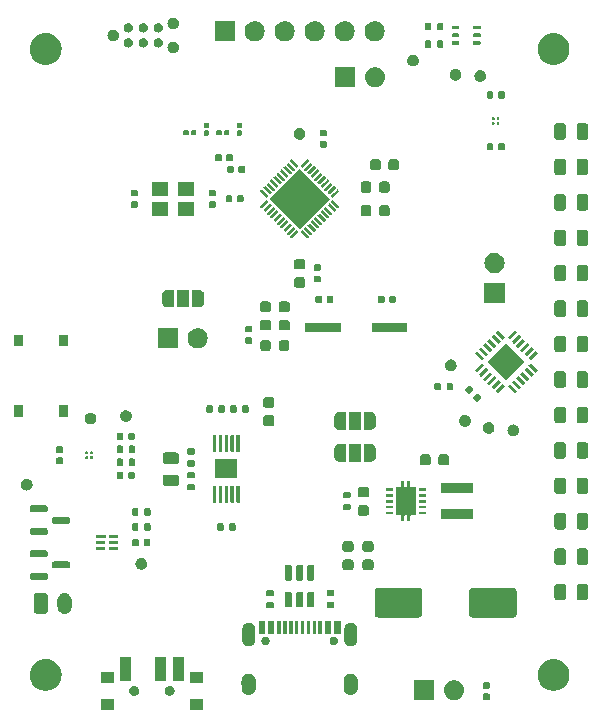
<source format=gbr>
%TF.GenerationSoftware,KiCad,Pcbnew,8.0.2*%
%TF.CreationDate,2024-05-26T21:52:28+02:00*%
%TF.ProjectId,Plant_Thing,506c616e-745f-4546-9869-6e672e6b6963,rev?*%
%TF.SameCoordinates,Original*%
%TF.FileFunction,Soldermask,Top*%
%TF.FilePolarity,Negative*%
%FSLAX46Y46*%
G04 Gerber Fmt 4.6, Leading zero omitted, Abs format (unit mm)*
G04 Created by KiCad (PCBNEW 8.0.2) date 2024-05-26 21:52:28*
%MOMM*%
%LPD*%
G01*
G04 APERTURE LIST*
G04 APERTURE END LIST*
G36*
X139250000Y-119455000D02*
G01*
X138150000Y-119455000D01*
X138150000Y-118525000D01*
X139250000Y-118525000D01*
X139250000Y-119455000D01*
G37*
G36*
X146850000Y-119455000D02*
G01*
X145750000Y-119455000D01*
X145750000Y-118525000D01*
X146850000Y-118525000D01*
X146850000Y-119455000D01*
G37*
G36*
X166375000Y-118650000D02*
G01*
X164675000Y-118650000D01*
X164675000Y-116950000D01*
X166375000Y-116950000D01*
X166375000Y-118650000D01*
G37*
G36*
X168327664Y-116991602D02*
G01*
X168490000Y-117063878D01*
X168633761Y-117168327D01*
X168752664Y-117300383D01*
X168841514Y-117454274D01*
X168896425Y-117623275D01*
X168915000Y-117800000D01*
X168896425Y-117976725D01*
X168841514Y-118145726D01*
X168752664Y-118299617D01*
X168633761Y-118431673D01*
X168490000Y-118536122D01*
X168327664Y-118608398D01*
X168153849Y-118645344D01*
X167976151Y-118645344D01*
X167802336Y-118608398D01*
X167640000Y-118536122D01*
X167496239Y-118431673D01*
X167377336Y-118299617D01*
X167288486Y-118145726D01*
X167233575Y-117976725D01*
X167215000Y-117800000D01*
X167233575Y-117623275D01*
X167288486Y-117454274D01*
X167377336Y-117300383D01*
X167496239Y-117168327D01*
X167640000Y-117063878D01*
X167802336Y-116991602D01*
X167976151Y-116954656D01*
X168153849Y-116954656D01*
X168327664Y-116991602D01*
G37*
G36*
X171023576Y-118090657D02*
G01*
X171068995Y-118121005D01*
X171099343Y-118166424D01*
X171110000Y-118220000D01*
X171110000Y-118500000D01*
X171099343Y-118553576D01*
X171068995Y-118598995D01*
X171023576Y-118629343D01*
X170970000Y-118640000D01*
X170630000Y-118640000D01*
X170576424Y-118629343D01*
X170531005Y-118598995D01*
X170500657Y-118553576D01*
X170490000Y-118500000D01*
X170490000Y-118220000D01*
X170500657Y-118166424D01*
X170531005Y-118121005D01*
X170576424Y-118090657D01*
X170630000Y-118080000D01*
X170970000Y-118080000D01*
X171023576Y-118090657D01*
G37*
G36*
X141030577Y-117439843D02*
G01*
X141060410Y-117439843D01*
X141095347Y-117450101D01*
X141131332Y-117455801D01*
X141153872Y-117467286D01*
X141176333Y-117473881D01*
X141212756Y-117497288D01*
X141249809Y-117516168D01*
X141263613Y-117529972D01*
X141277975Y-117539202D01*
X141311286Y-117577645D01*
X141343832Y-117610191D01*
X141350033Y-117622361D01*
X141357093Y-117630509D01*
X141382229Y-117685550D01*
X141404199Y-117728668D01*
X141405408Y-117736305D01*
X141407283Y-117740410D01*
X141419330Y-117824203D01*
X141425000Y-117860000D01*
X141419329Y-117895799D01*
X141407283Y-117979589D01*
X141405408Y-117983692D01*
X141404199Y-117991332D01*
X141382225Y-118034458D01*
X141357093Y-118089490D01*
X141350034Y-118097635D01*
X141343832Y-118109809D01*
X141311279Y-118142361D01*
X141277975Y-118180797D01*
X141263616Y-118190024D01*
X141249809Y-118203832D01*
X141212748Y-118222715D01*
X141176333Y-118246118D01*
X141153876Y-118252711D01*
X141131332Y-118264199D01*
X141095345Y-118269898D01*
X141060410Y-118280157D01*
X141030577Y-118280157D01*
X141000000Y-118285000D01*
X140969423Y-118280157D01*
X140939590Y-118280157D01*
X140904653Y-118269898D01*
X140868668Y-118264199D01*
X140846124Y-118252712D01*
X140823666Y-118246118D01*
X140787246Y-118222712D01*
X140750191Y-118203832D01*
X140736385Y-118190026D01*
X140722024Y-118180797D01*
X140688712Y-118142353D01*
X140656168Y-118109809D01*
X140649966Y-118097638D01*
X140642906Y-118089490D01*
X140617765Y-118034439D01*
X140595801Y-117991332D01*
X140594591Y-117983695D01*
X140592716Y-117979589D01*
X140580659Y-117895731D01*
X140575000Y-117860000D01*
X140580658Y-117824271D01*
X140592716Y-117740410D01*
X140594591Y-117736302D01*
X140595801Y-117728668D01*
X140617760Y-117685569D01*
X140642906Y-117630509D01*
X140649968Y-117622358D01*
X140656168Y-117610191D01*
X140688706Y-117577652D01*
X140722024Y-117539202D01*
X140736388Y-117529970D01*
X140750191Y-117516168D01*
X140787238Y-117497291D01*
X140823666Y-117473881D01*
X140846128Y-117467285D01*
X140868668Y-117455801D01*
X140904651Y-117450101D01*
X140939590Y-117439843D01*
X140969423Y-117439843D01*
X141000000Y-117435000D01*
X141030577Y-117439843D01*
G37*
G36*
X144030577Y-117439843D02*
G01*
X144060410Y-117439843D01*
X144095347Y-117450101D01*
X144131332Y-117455801D01*
X144153872Y-117467286D01*
X144176333Y-117473881D01*
X144212756Y-117497288D01*
X144249809Y-117516168D01*
X144263613Y-117529972D01*
X144277975Y-117539202D01*
X144311286Y-117577645D01*
X144343832Y-117610191D01*
X144350033Y-117622361D01*
X144357093Y-117630509D01*
X144382229Y-117685550D01*
X144404199Y-117728668D01*
X144405408Y-117736305D01*
X144407283Y-117740410D01*
X144419330Y-117824203D01*
X144425000Y-117860000D01*
X144419329Y-117895799D01*
X144407283Y-117979589D01*
X144405408Y-117983692D01*
X144404199Y-117991332D01*
X144382225Y-118034458D01*
X144357093Y-118089490D01*
X144350034Y-118097635D01*
X144343832Y-118109809D01*
X144311279Y-118142361D01*
X144277975Y-118180797D01*
X144263616Y-118190024D01*
X144249809Y-118203832D01*
X144212748Y-118222715D01*
X144176333Y-118246118D01*
X144153876Y-118252711D01*
X144131332Y-118264199D01*
X144095345Y-118269898D01*
X144060410Y-118280157D01*
X144030577Y-118280157D01*
X144000000Y-118285000D01*
X143969423Y-118280157D01*
X143939590Y-118280157D01*
X143904653Y-118269898D01*
X143868668Y-118264199D01*
X143846124Y-118252712D01*
X143823666Y-118246118D01*
X143787246Y-118222712D01*
X143750191Y-118203832D01*
X143736385Y-118190026D01*
X143722024Y-118180797D01*
X143688712Y-118142353D01*
X143656168Y-118109809D01*
X143649966Y-118097638D01*
X143642906Y-118089490D01*
X143617765Y-118034439D01*
X143595801Y-117991332D01*
X143594591Y-117983695D01*
X143592716Y-117979589D01*
X143580659Y-117895731D01*
X143575000Y-117860000D01*
X143580658Y-117824271D01*
X143592716Y-117740410D01*
X143594591Y-117736302D01*
X143595801Y-117728668D01*
X143617760Y-117685569D01*
X143642906Y-117630509D01*
X143649968Y-117622358D01*
X143656168Y-117610191D01*
X143688706Y-117577652D01*
X143722024Y-117539202D01*
X143736388Y-117529970D01*
X143750191Y-117516168D01*
X143787238Y-117497291D01*
X143823666Y-117473881D01*
X143846128Y-117467285D01*
X143868668Y-117455801D01*
X143904651Y-117450101D01*
X143939590Y-117439843D01*
X143969423Y-117439843D01*
X144000000Y-117435000D01*
X144030577Y-117439843D01*
G37*
G36*
X150748836Y-116402633D02*
G01*
X150758316Y-116402633D01*
X150785623Y-116409949D01*
X150854100Y-116423570D01*
X150886423Y-116436959D01*
X150909610Y-116443172D01*
X150930401Y-116455176D01*
X150962722Y-116468564D01*
X151020770Y-116507350D01*
X151045257Y-116521488D01*
X151051959Y-116528190D01*
X151060482Y-116533885D01*
X151143614Y-116617017D01*
X151149308Y-116625539D01*
X151156012Y-116632243D01*
X151170151Y-116656733D01*
X151208935Y-116714777D01*
X151222321Y-116747094D01*
X151234328Y-116767890D01*
X151240541Y-116791080D01*
X151253929Y-116823399D01*
X151267548Y-116891871D01*
X151274867Y-116919184D01*
X151274941Y-116929039D01*
X151276890Y-116938835D01*
X151279994Y-117596360D01*
X151279991Y-117596406D01*
X151280000Y-117597500D01*
X151279752Y-117601279D01*
X151277110Y-117655055D01*
X151275794Y-117661670D01*
X151274867Y-117675816D01*
X151267546Y-117703136D01*
X151253929Y-117771600D01*
X151240542Y-117803916D01*
X151234328Y-117827110D01*
X151222320Y-117847907D01*
X151208935Y-117880222D01*
X151170155Y-117938259D01*
X151156012Y-117962757D01*
X151149306Y-117969462D01*
X151143614Y-117977982D01*
X151060482Y-118061114D01*
X151051962Y-118066806D01*
X151045257Y-118073512D01*
X151020759Y-118087655D01*
X150962722Y-118126435D01*
X150930407Y-118139820D01*
X150909610Y-118151828D01*
X150886416Y-118158042D01*
X150854100Y-118171429D01*
X150785629Y-118185048D01*
X150758316Y-118192367D01*
X150748836Y-118192367D01*
X150738786Y-118194366D01*
X150621214Y-118194366D01*
X150611164Y-118192367D01*
X150601684Y-118192367D01*
X150574371Y-118185048D01*
X150505899Y-118171429D01*
X150473580Y-118158041D01*
X150450390Y-118151828D01*
X150429594Y-118139821D01*
X150397277Y-118126435D01*
X150339233Y-118087651D01*
X150314743Y-118073512D01*
X150308039Y-118066808D01*
X150299517Y-118061114D01*
X150216385Y-117977982D01*
X150210690Y-117969459D01*
X150203988Y-117962757D01*
X150189850Y-117938270D01*
X150151064Y-117880222D01*
X150137676Y-117847901D01*
X150125672Y-117827110D01*
X150119459Y-117803923D01*
X150106070Y-117771600D01*
X150092448Y-117703117D01*
X150085133Y-117675816D01*
X150085058Y-117665964D01*
X150083109Y-117656164D01*
X150080005Y-116998639D01*
X150080008Y-116998575D01*
X150080000Y-116997500D01*
X150080243Y-116993784D01*
X150082889Y-116939944D01*
X150084206Y-116933320D01*
X150085133Y-116919184D01*
X150092448Y-116891880D01*
X150106070Y-116823399D01*
X150119459Y-116791073D01*
X150125672Y-116767890D01*
X150137674Y-116747100D01*
X150151064Y-116714777D01*
X150189854Y-116656722D01*
X150203988Y-116632243D01*
X150210688Y-116625542D01*
X150216385Y-116617017D01*
X150299517Y-116533885D01*
X150308042Y-116528188D01*
X150314743Y-116521488D01*
X150339222Y-116507354D01*
X150397277Y-116468564D01*
X150429600Y-116455174D01*
X150450390Y-116443172D01*
X150473573Y-116436959D01*
X150505899Y-116423570D01*
X150574377Y-116409949D01*
X150601684Y-116402633D01*
X150611164Y-116402633D01*
X150621214Y-116400634D01*
X150738786Y-116400634D01*
X150748836Y-116402633D01*
G37*
G36*
X159388836Y-116402633D02*
G01*
X159398316Y-116402633D01*
X159425623Y-116409949D01*
X159494100Y-116423570D01*
X159526423Y-116436959D01*
X159549610Y-116443172D01*
X159570401Y-116455176D01*
X159602722Y-116468564D01*
X159660770Y-116507350D01*
X159685257Y-116521488D01*
X159691959Y-116528190D01*
X159700482Y-116533885D01*
X159783614Y-116617017D01*
X159789308Y-116625539D01*
X159796012Y-116632243D01*
X159810151Y-116656733D01*
X159848935Y-116714777D01*
X159862321Y-116747094D01*
X159874328Y-116767890D01*
X159880541Y-116791080D01*
X159893929Y-116823399D01*
X159907548Y-116891871D01*
X159914867Y-116919184D01*
X159914941Y-116929039D01*
X159916890Y-116938835D01*
X159919994Y-117596360D01*
X159919991Y-117596406D01*
X159920000Y-117597500D01*
X159919752Y-117601279D01*
X159917110Y-117655055D01*
X159915794Y-117661670D01*
X159914867Y-117675816D01*
X159907546Y-117703136D01*
X159893929Y-117771600D01*
X159880542Y-117803916D01*
X159874328Y-117827110D01*
X159862320Y-117847907D01*
X159848935Y-117880222D01*
X159810155Y-117938259D01*
X159796012Y-117962757D01*
X159789306Y-117969462D01*
X159783614Y-117977982D01*
X159700482Y-118061114D01*
X159691962Y-118066806D01*
X159685257Y-118073512D01*
X159660759Y-118087655D01*
X159602722Y-118126435D01*
X159570407Y-118139820D01*
X159549610Y-118151828D01*
X159526416Y-118158042D01*
X159494100Y-118171429D01*
X159425629Y-118185048D01*
X159398316Y-118192367D01*
X159388836Y-118192367D01*
X159378786Y-118194366D01*
X159261214Y-118194366D01*
X159251164Y-118192367D01*
X159241684Y-118192367D01*
X159214371Y-118185048D01*
X159145899Y-118171429D01*
X159113580Y-118158041D01*
X159090390Y-118151828D01*
X159069594Y-118139821D01*
X159037277Y-118126435D01*
X158979233Y-118087651D01*
X158954743Y-118073512D01*
X158948039Y-118066808D01*
X158939517Y-118061114D01*
X158856385Y-117977982D01*
X158850690Y-117969459D01*
X158843988Y-117962757D01*
X158829850Y-117938270D01*
X158791064Y-117880222D01*
X158777676Y-117847901D01*
X158765672Y-117827110D01*
X158759459Y-117803923D01*
X158746070Y-117771600D01*
X158732448Y-117703117D01*
X158725133Y-117675816D01*
X158725058Y-117665964D01*
X158723109Y-117656164D01*
X158720005Y-116998639D01*
X158720008Y-116998575D01*
X158720000Y-116997500D01*
X158720243Y-116993784D01*
X158722889Y-116939944D01*
X158724206Y-116933320D01*
X158725133Y-116919184D01*
X158732448Y-116891880D01*
X158746070Y-116823399D01*
X158759459Y-116791073D01*
X158765672Y-116767890D01*
X158777674Y-116747100D01*
X158791064Y-116714777D01*
X158829854Y-116656722D01*
X158843988Y-116632243D01*
X158850688Y-116625542D01*
X158856385Y-116617017D01*
X158939517Y-116533885D01*
X158948042Y-116528188D01*
X158954743Y-116521488D01*
X158979222Y-116507354D01*
X159037277Y-116468564D01*
X159069600Y-116455174D01*
X159090390Y-116443172D01*
X159113573Y-116436959D01*
X159145899Y-116423570D01*
X159214377Y-116409949D01*
X159241684Y-116402633D01*
X159251164Y-116402633D01*
X159261214Y-116400634D01*
X159378786Y-116400634D01*
X159388836Y-116402633D01*
G37*
G36*
X133554680Y-115154784D02*
G01*
X133611469Y-115154784D01*
X133674060Y-115165228D01*
X133734425Y-115170510D01*
X133781830Y-115183212D01*
X133831359Y-115191477D01*
X133897796Y-115214284D01*
X133961727Y-115231415D01*
X134000890Y-115249677D01*
X134042221Y-115263866D01*
X134110130Y-115300616D01*
X134175000Y-115330866D01*
X134205537Y-115352248D01*
X134238282Y-115369969D01*
X134304936Y-115421848D01*
X134367763Y-115465840D01*
X134389906Y-115487983D01*
X134414213Y-115506902D01*
X134476658Y-115574735D01*
X134534160Y-115632237D01*
X134548672Y-115652963D01*
X134565203Y-115670920D01*
X134620355Y-115755337D01*
X134669134Y-115825000D01*
X134677275Y-115842459D01*
X134687136Y-115857552D01*
X134731886Y-115959571D01*
X134768585Y-116038273D01*
X134772003Y-116051030D01*
X134776687Y-116061708D01*
X134808052Y-116185567D01*
X134829490Y-116265575D01*
X134830111Y-116272678D01*
X134831416Y-116277830D01*
X134846709Y-116462388D01*
X134850000Y-116500000D01*
X134846709Y-116537614D01*
X134831416Y-116722169D01*
X134830111Y-116727319D01*
X134829490Y-116734425D01*
X134808047Y-116814450D01*
X134776687Y-116938291D01*
X134772003Y-116948967D01*
X134768585Y-116961727D01*
X134731878Y-117040443D01*
X134687136Y-117142447D01*
X134677277Y-117157537D01*
X134669134Y-117175000D01*
X134620345Y-117244676D01*
X134565203Y-117329079D01*
X134548675Y-117347032D01*
X134534160Y-117367763D01*
X134476646Y-117425276D01*
X134414213Y-117493097D01*
X134389910Y-117512012D01*
X134367763Y-117534160D01*
X134304923Y-117578160D01*
X134238282Y-117630030D01*
X134205543Y-117647747D01*
X134175000Y-117669134D01*
X134110116Y-117699389D01*
X134042221Y-117736133D01*
X134000898Y-117750319D01*
X133961727Y-117768585D01*
X133897782Y-117785718D01*
X133831359Y-117808522D01*
X133781838Y-117816785D01*
X133734425Y-117829490D01*
X133674057Y-117834771D01*
X133611469Y-117845216D01*
X133554680Y-117845216D01*
X133500000Y-117850000D01*
X133445320Y-117845216D01*
X133388531Y-117845216D01*
X133325942Y-117834771D01*
X133265575Y-117829490D01*
X133218163Y-117816786D01*
X133168640Y-117808522D01*
X133102212Y-117785717D01*
X133038273Y-117768585D01*
X132999104Y-117750320D01*
X132957778Y-117736133D01*
X132889875Y-117699386D01*
X132825000Y-117669134D01*
X132794459Y-117647749D01*
X132761717Y-117630030D01*
X132695066Y-117578153D01*
X132632237Y-117534160D01*
X132610092Y-117512015D01*
X132585786Y-117493097D01*
X132523340Y-117425263D01*
X132465840Y-117367763D01*
X132451327Y-117347036D01*
X132434796Y-117329079D01*
X132379639Y-117244655D01*
X132330866Y-117175000D01*
X132322725Y-117157542D01*
X132312863Y-117142447D01*
X132268104Y-117040407D01*
X132231415Y-116961727D01*
X132227997Y-116948973D01*
X132223312Y-116938291D01*
X132191934Y-116814382D01*
X132170510Y-116734425D01*
X132169888Y-116727325D01*
X132168583Y-116722169D01*
X132153272Y-116537398D01*
X132150000Y-116500000D01*
X132153271Y-116462604D01*
X132168583Y-116277830D01*
X132169889Y-116272672D01*
X132170510Y-116265575D01*
X132191929Y-116185635D01*
X132223312Y-116061708D01*
X132227998Y-116051024D01*
X132231415Y-116038273D01*
X132268097Y-115959608D01*
X132312863Y-115857552D01*
X132322727Y-115842453D01*
X132330866Y-115825000D01*
X132379629Y-115755358D01*
X132434796Y-115670920D01*
X132451330Y-115652959D01*
X132465840Y-115632237D01*
X132523329Y-115574747D01*
X132585786Y-115506902D01*
X132610097Y-115487979D01*
X132632237Y-115465840D01*
X132695053Y-115421855D01*
X132761717Y-115369969D01*
X132794466Y-115352246D01*
X132825000Y-115330866D01*
X132889862Y-115300620D01*
X132957778Y-115263866D01*
X132999112Y-115249675D01*
X133038273Y-115231415D01*
X133102199Y-115214286D01*
X133168640Y-115191477D01*
X133218170Y-115183211D01*
X133265575Y-115170510D01*
X133325938Y-115165228D01*
X133388531Y-115154784D01*
X133445320Y-115154784D01*
X133500000Y-115150000D01*
X133554680Y-115154784D01*
G37*
G36*
X176554680Y-115154784D02*
G01*
X176611469Y-115154784D01*
X176674060Y-115165228D01*
X176734425Y-115170510D01*
X176781830Y-115183212D01*
X176831359Y-115191477D01*
X176897796Y-115214284D01*
X176961727Y-115231415D01*
X177000890Y-115249677D01*
X177042221Y-115263866D01*
X177110130Y-115300616D01*
X177175000Y-115330866D01*
X177205537Y-115352248D01*
X177238282Y-115369969D01*
X177304936Y-115421848D01*
X177367763Y-115465840D01*
X177389906Y-115487983D01*
X177414213Y-115506902D01*
X177476658Y-115574735D01*
X177534160Y-115632237D01*
X177548672Y-115652963D01*
X177565203Y-115670920D01*
X177620355Y-115755337D01*
X177669134Y-115825000D01*
X177677275Y-115842459D01*
X177687136Y-115857552D01*
X177731886Y-115959571D01*
X177768585Y-116038273D01*
X177772003Y-116051030D01*
X177776687Y-116061708D01*
X177808052Y-116185567D01*
X177829490Y-116265575D01*
X177830111Y-116272678D01*
X177831416Y-116277830D01*
X177846709Y-116462388D01*
X177850000Y-116500000D01*
X177846709Y-116537614D01*
X177831416Y-116722169D01*
X177830111Y-116727319D01*
X177829490Y-116734425D01*
X177808047Y-116814450D01*
X177776687Y-116938291D01*
X177772003Y-116948967D01*
X177768585Y-116961727D01*
X177731878Y-117040443D01*
X177687136Y-117142447D01*
X177677277Y-117157537D01*
X177669134Y-117175000D01*
X177620345Y-117244676D01*
X177565203Y-117329079D01*
X177548675Y-117347032D01*
X177534160Y-117367763D01*
X177476646Y-117425276D01*
X177414213Y-117493097D01*
X177389910Y-117512012D01*
X177367763Y-117534160D01*
X177304923Y-117578160D01*
X177238282Y-117630030D01*
X177205543Y-117647747D01*
X177175000Y-117669134D01*
X177110116Y-117699389D01*
X177042221Y-117736133D01*
X177000898Y-117750319D01*
X176961727Y-117768585D01*
X176897782Y-117785718D01*
X176831359Y-117808522D01*
X176781838Y-117816785D01*
X176734425Y-117829490D01*
X176674057Y-117834771D01*
X176611469Y-117845216D01*
X176554680Y-117845216D01*
X176500000Y-117850000D01*
X176445320Y-117845216D01*
X176388531Y-117845216D01*
X176325942Y-117834771D01*
X176265575Y-117829490D01*
X176218163Y-117816786D01*
X176168640Y-117808522D01*
X176102212Y-117785717D01*
X176038273Y-117768585D01*
X175999104Y-117750320D01*
X175957778Y-117736133D01*
X175889875Y-117699386D01*
X175825000Y-117669134D01*
X175794459Y-117647749D01*
X175761717Y-117630030D01*
X175695066Y-117578153D01*
X175632237Y-117534160D01*
X175610092Y-117512015D01*
X175585786Y-117493097D01*
X175523340Y-117425263D01*
X175465840Y-117367763D01*
X175451327Y-117347036D01*
X175434796Y-117329079D01*
X175379639Y-117244655D01*
X175330866Y-117175000D01*
X175322725Y-117157542D01*
X175312863Y-117142447D01*
X175268104Y-117040407D01*
X175231415Y-116961727D01*
X175227997Y-116948973D01*
X175223312Y-116938291D01*
X175191934Y-116814382D01*
X175170510Y-116734425D01*
X175169888Y-116727325D01*
X175168583Y-116722169D01*
X175153272Y-116537398D01*
X175150000Y-116500000D01*
X175153271Y-116462604D01*
X175168583Y-116277830D01*
X175169889Y-116272672D01*
X175170510Y-116265575D01*
X175191929Y-116185635D01*
X175223312Y-116061708D01*
X175227998Y-116051024D01*
X175231415Y-116038273D01*
X175268097Y-115959608D01*
X175312863Y-115857552D01*
X175322727Y-115842453D01*
X175330866Y-115825000D01*
X175379629Y-115755358D01*
X175434796Y-115670920D01*
X175451330Y-115652959D01*
X175465840Y-115632237D01*
X175523329Y-115574747D01*
X175585786Y-115506902D01*
X175610097Y-115487979D01*
X175632237Y-115465840D01*
X175695053Y-115421855D01*
X175761717Y-115369969D01*
X175794466Y-115352246D01*
X175825000Y-115330866D01*
X175889862Y-115300620D01*
X175957778Y-115263866D01*
X175999112Y-115249675D01*
X176038273Y-115231415D01*
X176102199Y-115214286D01*
X176168640Y-115191477D01*
X176218170Y-115183211D01*
X176265575Y-115170510D01*
X176325938Y-115165228D01*
X176388531Y-115154784D01*
X176445320Y-115154784D01*
X176500000Y-115150000D01*
X176554680Y-115154784D01*
G37*
G36*
X171023576Y-117130657D02*
G01*
X171068995Y-117161005D01*
X171099343Y-117206424D01*
X171110000Y-117260000D01*
X171110000Y-117540000D01*
X171099343Y-117593576D01*
X171068995Y-117638995D01*
X171023576Y-117669343D01*
X170970000Y-117680000D01*
X170630000Y-117680000D01*
X170576424Y-117669343D01*
X170531005Y-117638995D01*
X170500657Y-117593576D01*
X170490000Y-117540000D01*
X170490000Y-117260000D01*
X170500657Y-117206424D01*
X170531005Y-117161005D01*
X170576424Y-117130657D01*
X170630000Y-117120000D01*
X170970000Y-117120000D01*
X171023576Y-117130657D01*
G37*
G36*
X139250000Y-117185000D02*
G01*
X138150000Y-117185000D01*
X138150000Y-116255000D01*
X139250000Y-116255000D01*
X139250000Y-117185000D01*
G37*
G36*
X146850000Y-117185000D02*
G01*
X145750000Y-117185000D01*
X145750000Y-116255000D01*
X146850000Y-116255000D01*
X146850000Y-117185000D01*
G37*
G36*
X140700000Y-117010000D02*
G01*
X139800000Y-117010000D01*
X139800000Y-115010000D01*
X140700000Y-115010000D01*
X140700000Y-117010000D01*
G37*
G36*
X143700000Y-117010000D02*
G01*
X142800000Y-117010000D01*
X142800000Y-115010000D01*
X143700000Y-115010000D01*
X143700000Y-117010000D01*
G37*
G36*
X145200000Y-117010000D02*
G01*
X144300000Y-117010000D01*
X144300000Y-115010000D01*
X145200000Y-115010000D01*
X145200000Y-117010000D01*
G37*
G36*
X150890476Y-112129366D02*
G01*
X151014819Y-112201156D01*
X151116344Y-112302681D01*
X151188134Y-112427024D01*
X151225295Y-112565711D01*
X151230000Y-113537500D01*
X151225295Y-113609289D01*
X151188134Y-113747976D01*
X151116344Y-113872319D01*
X151014819Y-113973844D01*
X150890476Y-114045634D01*
X150751789Y-114082795D01*
X150608211Y-114082795D01*
X150469524Y-114045634D01*
X150345181Y-113973844D01*
X150243656Y-113872319D01*
X150171866Y-113747976D01*
X150134705Y-113609289D01*
X150130000Y-112637500D01*
X150134705Y-112565711D01*
X150171866Y-112427024D01*
X150243656Y-112302681D01*
X150345181Y-112201156D01*
X150469524Y-112129366D01*
X150608211Y-112092205D01*
X150751789Y-112092205D01*
X150890476Y-112129366D01*
G37*
G36*
X159530476Y-112129366D02*
G01*
X159654819Y-112201156D01*
X159756344Y-112302681D01*
X159828134Y-112427024D01*
X159865295Y-112565711D01*
X159870000Y-113537500D01*
X159865295Y-113609289D01*
X159828134Y-113747976D01*
X159756344Y-113872319D01*
X159654819Y-113973844D01*
X159530476Y-114045634D01*
X159391789Y-114082795D01*
X159248211Y-114082795D01*
X159109524Y-114045634D01*
X158985181Y-113973844D01*
X158883656Y-113872319D01*
X158811866Y-113747976D01*
X158774705Y-113609289D01*
X158770000Y-112637500D01*
X158774705Y-112565711D01*
X158811866Y-112427024D01*
X158883656Y-112302681D01*
X158985181Y-112201156D01*
X159109524Y-112129366D01*
X159248211Y-112092205D01*
X159391789Y-112092205D01*
X159530476Y-112129366D01*
G37*
G36*
X152218156Y-113284630D02*
G01*
X152315725Y-113334344D01*
X152393156Y-113411775D01*
X152442870Y-113509344D01*
X152460000Y-113617500D01*
X152442870Y-113725656D01*
X152393156Y-113823225D01*
X152315725Y-113900656D01*
X152218156Y-113950370D01*
X152110000Y-113967500D01*
X152001844Y-113950370D01*
X151904275Y-113900656D01*
X151826844Y-113823225D01*
X151777130Y-113725656D01*
X151760000Y-113617500D01*
X151777130Y-113509344D01*
X151826844Y-113411775D01*
X151904275Y-113334344D01*
X152001844Y-113284630D01*
X152110000Y-113267500D01*
X152218156Y-113284630D01*
G37*
G36*
X157998156Y-113284630D02*
G01*
X158095725Y-113334344D01*
X158173156Y-113411775D01*
X158222870Y-113509344D01*
X158240000Y-113617500D01*
X158222870Y-113725656D01*
X158173156Y-113823225D01*
X158095725Y-113900656D01*
X157998156Y-113950370D01*
X157890000Y-113967500D01*
X157781844Y-113950370D01*
X157684275Y-113900656D01*
X157606844Y-113823225D01*
X157557130Y-113725656D01*
X157540000Y-113617500D01*
X157557130Y-113509344D01*
X157606844Y-113411775D01*
X157684275Y-113334344D01*
X157781844Y-113284630D01*
X157890000Y-113267500D01*
X157998156Y-113284630D01*
G37*
G36*
X152075000Y-113087500D02*
G01*
X151525000Y-113087500D01*
X151525000Y-111987500D01*
X152075000Y-111987500D01*
X152075000Y-113087500D01*
G37*
G36*
X152875000Y-113087500D02*
G01*
X152325000Y-113087500D01*
X152325000Y-111987500D01*
X152875000Y-111987500D01*
X152875000Y-113087500D01*
G37*
G36*
X153400000Y-113087500D02*
G01*
X153100000Y-113087500D01*
X153100000Y-111987500D01*
X153400000Y-111987500D01*
X153400000Y-113087500D01*
G37*
G36*
X153900000Y-113087500D02*
G01*
X153600000Y-113087500D01*
X153600000Y-111987500D01*
X153900000Y-111987500D01*
X153900000Y-113087500D01*
G37*
G36*
X154400000Y-113087500D02*
G01*
X154100000Y-113087500D01*
X154100000Y-111987500D01*
X154400000Y-111987500D01*
X154400000Y-113087500D01*
G37*
G36*
X154900000Y-113087500D02*
G01*
X154600000Y-113087500D01*
X154600000Y-111987500D01*
X154900000Y-111987500D01*
X154900000Y-113087500D01*
G37*
G36*
X155400000Y-113087500D02*
G01*
X155100000Y-113087500D01*
X155100000Y-111987500D01*
X155400000Y-111987500D01*
X155400000Y-113087500D01*
G37*
G36*
X155900000Y-113087500D02*
G01*
X155600000Y-113087500D01*
X155600000Y-111987500D01*
X155900000Y-111987500D01*
X155900000Y-113087500D01*
G37*
G36*
X156400000Y-113087500D02*
G01*
X156100000Y-113087500D01*
X156100000Y-111987500D01*
X156400000Y-111987500D01*
X156400000Y-113087500D01*
G37*
G36*
X156900000Y-113087500D02*
G01*
X156600000Y-113087500D01*
X156600000Y-111987500D01*
X156900000Y-111987500D01*
X156900000Y-113087500D01*
G37*
G36*
X157675000Y-113087500D02*
G01*
X157125000Y-113087500D01*
X157125000Y-111987500D01*
X157675000Y-111987500D01*
X157675000Y-113087500D01*
G37*
G36*
X158475000Y-113087500D02*
G01*
X157925000Y-113087500D01*
X157925000Y-111987500D01*
X158475000Y-111987500D01*
X158475000Y-113087500D01*
G37*
G36*
X165121616Y-109150818D02*
G01*
X165172879Y-109156766D01*
X165190392Y-109164499D01*
X165213171Y-109169030D01*
X165237557Y-109185324D01*
X165258288Y-109194478D01*
X165272446Y-109208636D01*
X165294277Y-109223223D01*
X165308863Y-109245053D01*
X165323021Y-109259211D01*
X165332173Y-109279939D01*
X165348470Y-109304329D01*
X165353001Y-109327109D01*
X165360733Y-109344620D01*
X165366678Y-109395872D01*
X165367500Y-109400000D01*
X165367500Y-111400000D01*
X165366678Y-111404128D01*
X165360733Y-111455379D01*
X165353001Y-111472888D01*
X165348470Y-111495671D01*
X165332172Y-111520062D01*
X165323021Y-111540788D01*
X165308865Y-111554943D01*
X165294277Y-111576777D01*
X165272443Y-111591365D01*
X165258288Y-111605521D01*
X165237562Y-111614672D01*
X165213171Y-111630970D01*
X165190388Y-111635501D01*
X165172879Y-111643233D01*
X165121629Y-111649178D01*
X165117500Y-111650000D01*
X161617500Y-111650000D01*
X161613373Y-111649179D01*
X161562120Y-111643233D01*
X161544609Y-111635501D01*
X161521829Y-111630970D01*
X161497439Y-111614673D01*
X161476711Y-111605521D01*
X161462553Y-111591363D01*
X161440723Y-111576777D01*
X161426136Y-111554946D01*
X161411978Y-111540788D01*
X161402824Y-111520057D01*
X161386530Y-111495671D01*
X161381999Y-111472892D01*
X161374266Y-111455379D01*
X161368318Y-111404117D01*
X161367500Y-111400000D01*
X161367500Y-109400000D01*
X161368318Y-109395885D01*
X161374266Y-109344620D01*
X161381999Y-109327105D01*
X161386530Y-109304329D01*
X161402823Y-109279944D01*
X161411978Y-109259211D01*
X161426138Y-109245050D01*
X161440723Y-109223223D01*
X161462550Y-109208638D01*
X161476711Y-109194478D01*
X161497444Y-109185323D01*
X161521829Y-109169030D01*
X161544605Y-109164499D01*
X161562120Y-109156766D01*
X161613384Y-109150818D01*
X161617500Y-109150000D01*
X165117500Y-109150000D01*
X165121616Y-109150818D01*
G37*
G36*
X173121616Y-109150818D02*
G01*
X173172879Y-109156766D01*
X173190392Y-109164499D01*
X173213171Y-109169030D01*
X173237557Y-109185324D01*
X173258288Y-109194478D01*
X173272446Y-109208636D01*
X173294277Y-109223223D01*
X173308863Y-109245053D01*
X173323021Y-109259211D01*
X173332173Y-109279939D01*
X173348470Y-109304329D01*
X173353001Y-109327109D01*
X173360733Y-109344620D01*
X173366678Y-109395872D01*
X173367500Y-109400000D01*
X173367500Y-111400000D01*
X173366678Y-111404128D01*
X173360733Y-111455379D01*
X173353001Y-111472888D01*
X173348470Y-111495671D01*
X173332172Y-111520062D01*
X173323021Y-111540788D01*
X173308865Y-111554943D01*
X173294277Y-111576777D01*
X173272443Y-111591365D01*
X173258288Y-111605521D01*
X173237562Y-111614672D01*
X173213171Y-111630970D01*
X173190388Y-111635501D01*
X173172879Y-111643233D01*
X173121629Y-111649178D01*
X173117500Y-111650000D01*
X169617500Y-111650000D01*
X169613373Y-111649179D01*
X169562120Y-111643233D01*
X169544609Y-111635501D01*
X169521829Y-111630970D01*
X169497439Y-111614673D01*
X169476711Y-111605521D01*
X169462553Y-111591363D01*
X169440723Y-111576777D01*
X169426136Y-111554946D01*
X169411978Y-111540788D01*
X169402824Y-111520057D01*
X169386530Y-111495671D01*
X169381999Y-111472892D01*
X169374266Y-111455379D01*
X169368318Y-111404117D01*
X169367500Y-111400000D01*
X169367500Y-109400000D01*
X169368318Y-109395885D01*
X169374266Y-109344620D01*
X169381999Y-109327105D01*
X169386530Y-109304329D01*
X169402823Y-109279944D01*
X169411978Y-109259211D01*
X169426138Y-109245050D01*
X169440723Y-109223223D01*
X169462550Y-109208638D01*
X169476711Y-109194478D01*
X169497444Y-109185323D01*
X169521829Y-109169030D01*
X169544605Y-109164499D01*
X169562120Y-109156766D01*
X169613384Y-109150818D01*
X169617500Y-109150000D01*
X173117500Y-109150000D01*
X173121616Y-109150818D01*
G37*
G36*
X133454116Y-109575818D02*
G01*
X133505379Y-109581766D01*
X133522892Y-109589499D01*
X133545671Y-109594030D01*
X133570057Y-109610324D01*
X133590788Y-109619478D01*
X133604946Y-109633636D01*
X133626777Y-109648223D01*
X133641363Y-109670053D01*
X133655521Y-109684211D01*
X133664673Y-109704939D01*
X133680970Y-109729329D01*
X133685501Y-109752109D01*
X133693233Y-109769620D01*
X133699178Y-109820872D01*
X133700000Y-109825000D01*
X133700000Y-111075000D01*
X133699178Y-111079128D01*
X133693233Y-111130379D01*
X133685501Y-111147888D01*
X133680970Y-111170671D01*
X133664672Y-111195062D01*
X133655521Y-111215788D01*
X133641365Y-111229943D01*
X133626777Y-111251777D01*
X133604943Y-111266365D01*
X133590788Y-111280521D01*
X133570062Y-111289672D01*
X133545671Y-111305970D01*
X133522888Y-111310501D01*
X133505379Y-111318233D01*
X133454129Y-111324178D01*
X133450000Y-111325000D01*
X132750000Y-111325000D01*
X132745873Y-111324179D01*
X132694620Y-111318233D01*
X132677109Y-111310501D01*
X132654329Y-111305970D01*
X132629939Y-111289673D01*
X132609211Y-111280521D01*
X132595053Y-111266363D01*
X132573223Y-111251777D01*
X132558636Y-111229946D01*
X132544478Y-111215788D01*
X132535324Y-111195057D01*
X132519030Y-111170671D01*
X132514499Y-111147892D01*
X132506766Y-111130379D01*
X132500818Y-111079117D01*
X132500000Y-111075000D01*
X132500000Y-109825000D01*
X132500818Y-109820885D01*
X132506766Y-109769620D01*
X132514499Y-109752105D01*
X132519030Y-109729329D01*
X132535323Y-109704944D01*
X132544478Y-109684211D01*
X132558638Y-109670050D01*
X132573223Y-109648223D01*
X132595050Y-109633638D01*
X132609211Y-109619478D01*
X132629944Y-109610323D01*
X132654329Y-109594030D01*
X132677105Y-109589499D01*
X132694620Y-109581766D01*
X132745884Y-109575818D01*
X132750000Y-109575000D01*
X133450000Y-109575000D01*
X133454116Y-109575818D01*
G37*
G36*
X135168836Y-109580133D02*
G01*
X135178316Y-109580133D01*
X135205623Y-109587449D01*
X135274100Y-109601070D01*
X135306423Y-109614459D01*
X135329610Y-109620672D01*
X135350401Y-109632676D01*
X135382722Y-109646064D01*
X135440770Y-109684850D01*
X135465257Y-109698988D01*
X135471959Y-109705690D01*
X135480482Y-109711385D01*
X135563614Y-109794517D01*
X135569308Y-109803039D01*
X135576012Y-109809743D01*
X135590151Y-109834233D01*
X135628935Y-109892277D01*
X135642321Y-109924594D01*
X135654328Y-109945390D01*
X135660541Y-109968580D01*
X135673929Y-110000899D01*
X135687546Y-110069364D01*
X135694867Y-110096684D01*
X135694947Y-110106574D01*
X135696891Y-110116344D01*
X135699993Y-110723872D01*
X135699991Y-110723910D01*
X135700000Y-110725000D01*
X135699750Y-110728802D01*
X135697110Y-110782555D01*
X135695794Y-110789170D01*
X135694867Y-110803316D01*
X135687546Y-110830636D01*
X135673929Y-110899100D01*
X135660542Y-110931416D01*
X135654328Y-110954610D01*
X135642320Y-110975407D01*
X135628935Y-111007722D01*
X135590155Y-111065759D01*
X135576012Y-111090257D01*
X135569306Y-111096962D01*
X135563614Y-111105482D01*
X135480482Y-111188614D01*
X135471962Y-111194306D01*
X135465257Y-111201012D01*
X135440759Y-111215155D01*
X135382722Y-111253935D01*
X135350407Y-111267320D01*
X135329610Y-111279328D01*
X135306416Y-111285542D01*
X135274100Y-111298929D01*
X135205629Y-111312548D01*
X135178316Y-111319867D01*
X135168836Y-111319867D01*
X135158786Y-111321866D01*
X135041214Y-111321866D01*
X135031164Y-111319867D01*
X135021684Y-111319867D01*
X134994371Y-111312548D01*
X134925899Y-111298929D01*
X134893580Y-111285541D01*
X134870390Y-111279328D01*
X134849594Y-111267321D01*
X134817277Y-111253935D01*
X134759233Y-111215151D01*
X134734743Y-111201012D01*
X134728039Y-111194308D01*
X134719517Y-111188614D01*
X134636385Y-111105482D01*
X134630690Y-111096959D01*
X134623988Y-111090257D01*
X134609850Y-111065770D01*
X134571064Y-111007722D01*
X134557676Y-110975401D01*
X134545672Y-110954610D01*
X134539459Y-110931423D01*
X134526070Y-110899100D01*
X134512450Y-110830623D01*
X134505133Y-110803316D01*
X134505052Y-110793429D01*
X134503108Y-110783655D01*
X134500006Y-110176127D01*
X134500008Y-110176071D01*
X134500000Y-110175000D01*
X134500245Y-110171261D01*
X134502889Y-110117444D01*
X134504206Y-110110820D01*
X134505133Y-110096684D01*
X134512448Y-110069380D01*
X134526070Y-110000899D01*
X134539459Y-109968573D01*
X134545672Y-109945390D01*
X134557674Y-109924600D01*
X134571064Y-109892277D01*
X134609854Y-109834222D01*
X134623988Y-109809743D01*
X134630688Y-109803042D01*
X134636385Y-109794517D01*
X134719517Y-109711385D01*
X134728042Y-109705688D01*
X134734743Y-109698988D01*
X134759222Y-109684854D01*
X134817277Y-109646064D01*
X134849600Y-109632674D01*
X134870390Y-109620672D01*
X134893573Y-109614459D01*
X134925899Y-109601070D01*
X134994377Y-109587449D01*
X135021684Y-109580133D01*
X135031164Y-109580133D01*
X135041214Y-109578134D01*
X135158786Y-109578134D01*
X135168836Y-109580133D01*
G37*
G36*
X152736662Y-110350276D02*
G01*
X152780459Y-110379541D01*
X152809724Y-110423338D01*
X152820000Y-110475000D01*
X152820000Y-110745000D01*
X152809724Y-110796662D01*
X152780459Y-110840459D01*
X152736662Y-110869724D01*
X152685000Y-110880000D01*
X152315000Y-110880000D01*
X152263338Y-110869724D01*
X152219541Y-110840459D01*
X152190276Y-110796662D01*
X152180000Y-110745000D01*
X152180000Y-110475000D01*
X152190276Y-110423338D01*
X152219541Y-110379541D01*
X152263338Y-110350276D01*
X152315000Y-110340000D01*
X152685000Y-110340000D01*
X152736662Y-110350276D01*
G37*
G36*
X157836662Y-110350276D02*
G01*
X157880459Y-110379541D01*
X157909724Y-110423338D01*
X157920000Y-110475000D01*
X157920000Y-110745000D01*
X157909724Y-110796662D01*
X157880459Y-110840459D01*
X157836662Y-110869724D01*
X157785000Y-110880000D01*
X157415000Y-110880000D01*
X157363338Y-110869724D01*
X157319541Y-110840459D01*
X157290276Y-110796662D01*
X157280000Y-110745000D01*
X157280000Y-110475000D01*
X157290276Y-110423338D01*
X157319541Y-110379541D01*
X157363338Y-110350276D01*
X157415000Y-110340000D01*
X157785000Y-110340000D01*
X157836662Y-110350276D01*
G37*
G36*
X154257403Y-109486418D02*
G01*
X154306066Y-109518934D01*
X154338582Y-109567597D01*
X154350000Y-109625000D01*
X154350000Y-110650000D01*
X154338582Y-110707403D01*
X154306066Y-110756066D01*
X154257403Y-110788582D01*
X154200000Y-110800000D01*
X153900000Y-110800000D01*
X153842597Y-110788582D01*
X153793934Y-110756066D01*
X153761418Y-110707403D01*
X153750000Y-110650000D01*
X153750000Y-109625000D01*
X153761418Y-109567597D01*
X153793934Y-109518934D01*
X153842597Y-109486418D01*
X153900000Y-109475000D01*
X154200000Y-109475000D01*
X154257403Y-109486418D01*
G37*
G36*
X155207403Y-109486418D02*
G01*
X155256066Y-109518934D01*
X155288582Y-109567597D01*
X155300000Y-109625000D01*
X155300000Y-110650000D01*
X155288582Y-110707403D01*
X155256066Y-110756066D01*
X155207403Y-110788582D01*
X155150000Y-110800000D01*
X154850000Y-110800000D01*
X154792597Y-110788582D01*
X154743934Y-110756066D01*
X154711418Y-110707403D01*
X154700000Y-110650000D01*
X154700000Y-109625000D01*
X154711418Y-109567597D01*
X154743934Y-109518934D01*
X154792597Y-109486418D01*
X154850000Y-109475000D01*
X155150000Y-109475000D01*
X155207403Y-109486418D01*
G37*
G36*
X156157403Y-109486418D02*
G01*
X156206066Y-109518934D01*
X156238582Y-109567597D01*
X156250000Y-109625000D01*
X156250000Y-110650000D01*
X156238582Y-110707403D01*
X156206066Y-110756066D01*
X156157403Y-110788582D01*
X156100000Y-110800000D01*
X155800000Y-110800000D01*
X155742597Y-110788582D01*
X155693934Y-110756066D01*
X155661418Y-110707403D01*
X155650000Y-110650000D01*
X155650000Y-109625000D01*
X155661418Y-109567597D01*
X155693934Y-109518934D01*
X155742597Y-109486418D01*
X155800000Y-109475000D01*
X156100000Y-109475000D01*
X156157403Y-109486418D01*
G37*
G36*
X177310366Y-108800818D02*
G01*
X177360198Y-108806600D01*
X177377222Y-108814117D01*
X177399529Y-108818554D01*
X177423408Y-108834510D01*
X177443506Y-108843384D01*
X177457233Y-108857111D01*
X177478607Y-108871393D01*
X177492888Y-108892766D01*
X177506615Y-108906493D01*
X177515488Y-108926588D01*
X177531446Y-108950471D01*
X177535883Y-108972779D01*
X177543399Y-108989801D01*
X177549178Y-109039621D01*
X177550000Y-109043750D01*
X177550000Y-109956250D01*
X177549178Y-109960378D01*
X177543399Y-110010198D01*
X177535883Y-110027218D01*
X177531446Y-110049529D01*
X177515486Y-110073413D01*
X177506615Y-110093506D01*
X177492890Y-110107230D01*
X177478607Y-110128607D01*
X177457230Y-110142890D01*
X177443506Y-110156615D01*
X177423413Y-110165486D01*
X177399529Y-110181446D01*
X177377218Y-110185883D01*
X177360198Y-110193399D01*
X177310379Y-110199178D01*
X177306250Y-110200000D01*
X176818750Y-110200000D01*
X176814623Y-110199179D01*
X176764801Y-110193399D01*
X176747779Y-110185883D01*
X176725471Y-110181446D01*
X176701588Y-110165488D01*
X176681493Y-110156615D01*
X176667766Y-110142888D01*
X176646393Y-110128607D01*
X176632111Y-110107233D01*
X176618384Y-110093506D01*
X176609510Y-110073408D01*
X176593554Y-110049529D01*
X176589117Y-110027222D01*
X176581600Y-110010198D01*
X176575818Y-109960367D01*
X176575000Y-109956250D01*
X176575000Y-109043750D01*
X176575818Y-109039635D01*
X176581600Y-108989801D01*
X176589117Y-108972775D01*
X176593554Y-108950471D01*
X176609508Y-108926593D01*
X176618384Y-108906493D01*
X176632113Y-108892763D01*
X176646393Y-108871393D01*
X176667763Y-108857113D01*
X176681493Y-108843384D01*
X176701593Y-108834508D01*
X176725471Y-108818554D01*
X176747775Y-108814117D01*
X176764801Y-108806600D01*
X176814634Y-108800818D01*
X176818750Y-108800000D01*
X177306250Y-108800000D01*
X177310366Y-108800818D01*
G37*
G36*
X179185366Y-108800818D02*
G01*
X179235198Y-108806600D01*
X179252222Y-108814117D01*
X179274529Y-108818554D01*
X179298408Y-108834510D01*
X179318506Y-108843384D01*
X179332233Y-108857111D01*
X179353607Y-108871393D01*
X179367888Y-108892766D01*
X179381615Y-108906493D01*
X179390488Y-108926588D01*
X179406446Y-108950471D01*
X179410883Y-108972779D01*
X179418399Y-108989801D01*
X179424178Y-109039621D01*
X179425000Y-109043750D01*
X179425000Y-109956250D01*
X179424178Y-109960378D01*
X179418399Y-110010198D01*
X179410883Y-110027218D01*
X179406446Y-110049529D01*
X179390486Y-110073413D01*
X179381615Y-110093506D01*
X179367890Y-110107230D01*
X179353607Y-110128607D01*
X179332230Y-110142890D01*
X179318506Y-110156615D01*
X179298413Y-110165486D01*
X179274529Y-110181446D01*
X179252218Y-110185883D01*
X179235198Y-110193399D01*
X179185379Y-110199178D01*
X179181250Y-110200000D01*
X178693750Y-110200000D01*
X178689623Y-110199179D01*
X178639801Y-110193399D01*
X178622779Y-110185883D01*
X178600471Y-110181446D01*
X178576588Y-110165488D01*
X178556493Y-110156615D01*
X178542766Y-110142888D01*
X178521393Y-110128607D01*
X178507111Y-110107233D01*
X178493384Y-110093506D01*
X178484510Y-110073408D01*
X178468554Y-110049529D01*
X178464117Y-110027222D01*
X178456600Y-110010198D01*
X178450818Y-109960367D01*
X178450000Y-109956250D01*
X178450000Y-109043750D01*
X178450818Y-109039635D01*
X178456600Y-108989801D01*
X178464117Y-108972775D01*
X178468554Y-108950471D01*
X178484508Y-108926593D01*
X178493384Y-108906493D01*
X178507113Y-108892763D01*
X178521393Y-108871393D01*
X178542763Y-108857113D01*
X178556493Y-108843384D01*
X178576593Y-108834508D01*
X178600471Y-108818554D01*
X178622775Y-108814117D01*
X178639801Y-108806600D01*
X178689634Y-108800818D01*
X178693750Y-108800000D01*
X179181250Y-108800000D01*
X179185366Y-108800818D01*
G37*
G36*
X152736662Y-109330276D02*
G01*
X152780459Y-109359541D01*
X152809724Y-109403338D01*
X152820000Y-109455000D01*
X152820000Y-109725000D01*
X152809724Y-109776662D01*
X152780459Y-109820459D01*
X152736662Y-109849724D01*
X152685000Y-109860000D01*
X152315000Y-109860000D01*
X152263338Y-109849724D01*
X152219541Y-109820459D01*
X152190276Y-109776662D01*
X152180000Y-109725000D01*
X152180000Y-109455000D01*
X152190276Y-109403338D01*
X152219541Y-109359541D01*
X152263338Y-109330276D01*
X152315000Y-109320000D01*
X152685000Y-109320000D01*
X152736662Y-109330276D01*
G37*
G36*
X157836662Y-109330276D02*
G01*
X157880459Y-109359541D01*
X157909724Y-109403338D01*
X157920000Y-109455000D01*
X157920000Y-109725000D01*
X157909724Y-109776662D01*
X157880459Y-109820459D01*
X157836662Y-109849724D01*
X157785000Y-109860000D01*
X157415000Y-109860000D01*
X157363338Y-109849724D01*
X157319541Y-109820459D01*
X157290276Y-109776662D01*
X157280000Y-109725000D01*
X157280000Y-109455000D01*
X157290276Y-109403338D01*
X157319541Y-109359541D01*
X157363338Y-109330276D01*
X157415000Y-109320000D01*
X157785000Y-109320000D01*
X157836662Y-109330276D01*
G37*
G36*
X154257403Y-107211418D02*
G01*
X154306066Y-107243934D01*
X154338582Y-107292597D01*
X154350000Y-107350000D01*
X154350000Y-108375000D01*
X154338582Y-108432403D01*
X154306066Y-108481066D01*
X154257403Y-108513582D01*
X154200000Y-108525000D01*
X153900000Y-108525000D01*
X153842597Y-108513582D01*
X153793934Y-108481066D01*
X153761418Y-108432403D01*
X153750000Y-108375000D01*
X153750000Y-107350000D01*
X153761418Y-107292597D01*
X153793934Y-107243934D01*
X153842597Y-107211418D01*
X153900000Y-107200000D01*
X154200000Y-107200000D01*
X154257403Y-107211418D01*
G37*
G36*
X155207403Y-107211418D02*
G01*
X155256066Y-107243934D01*
X155288582Y-107292597D01*
X155300000Y-107350000D01*
X155300000Y-108375000D01*
X155288582Y-108432403D01*
X155256066Y-108481066D01*
X155207403Y-108513582D01*
X155150000Y-108525000D01*
X154850000Y-108525000D01*
X154792597Y-108513582D01*
X154743934Y-108481066D01*
X154711418Y-108432403D01*
X154700000Y-108375000D01*
X154700000Y-107350000D01*
X154711418Y-107292597D01*
X154743934Y-107243934D01*
X154792597Y-107211418D01*
X154850000Y-107200000D01*
X155150000Y-107200000D01*
X155207403Y-107211418D01*
G37*
G36*
X156157403Y-107211418D02*
G01*
X156206066Y-107243934D01*
X156238582Y-107292597D01*
X156250000Y-107350000D01*
X156250000Y-108375000D01*
X156238582Y-108432403D01*
X156206066Y-108481066D01*
X156157403Y-108513582D01*
X156100000Y-108525000D01*
X155800000Y-108525000D01*
X155742597Y-108513582D01*
X155693934Y-108481066D01*
X155661418Y-108432403D01*
X155650000Y-108375000D01*
X155650000Y-107350000D01*
X155661418Y-107292597D01*
X155693934Y-107243934D01*
X155742597Y-107211418D01*
X155800000Y-107200000D01*
X156100000Y-107200000D01*
X156157403Y-107211418D01*
G37*
G36*
X133569903Y-107861418D02*
G01*
X133618566Y-107893934D01*
X133651082Y-107942597D01*
X133662500Y-108000000D01*
X133662500Y-108300000D01*
X133651082Y-108357403D01*
X133618566Y-108406066D01*
X133569903Y-108438582D01*
X133512500Y-108450000D01*
X132337500Y-108450000D01*
X132280097Y-108438582D01*
X132231434Y-108406066D01*
X132198918Y-108357403D01*
X132187500Y-108300000D01*
X132187500Y-108000000D01*
X132198918Y-107942597D01*
X132231434Y-107893934D01*
X132280097Y-107861418D01*
X132337500Y-107850000D01*
X133512500Y-107850000D01*
X133569903Y-107861418D01*
G37*
G36*
X159436104Y-106742127D02*
G01*
X159509099Y-106790901D01*
X159557873Y-106863896D01*
X159575000Y-106950000D01*
X159575000Y-107400000D01*
X159557873Y-107486104D01*
X159509099Y-107559099D01*
X159436104Y-107607873D01*
X159350000Y-107625000D01*
X158850000Y-107625000D01*
X158763896Y-107607873D01*
X158690901Y-107559099D01*
X158642127Y-107486104D01*
X158625000Y-107400000D01*
X158625000Y-106950000D01*
X158642127Y-106863896D01*
X158690901Y-106790901D01*
X158763896Y-106742127D01*
X158850000Y-106725000D01*
X159350000Y-106725000D01*
X159436104Y-106742127D01*
G37*
G36*
X161136104Y-106742127D02*
G01*
X161209099Y-106790901D01*
X161257873Y-106863896D01*
X161275000Y-106950000D01*
X161275000Y-107400000D01*
X161257873Y-107486104D01*
X161209099Y-107559099D01*
X161136104Y-107607873D01*
X161050000Y-107625000D01*
X160550000Y-107625000D01*
X160463896Y-107607873D01*
X160390901Y-107559099D01*
X160342127Y-107486104D01*
X160325000Y-107400000D01*
X160325000Y-106950000D01*
X160342127Y-106863896D01*
X160390901Y-106790901D01*
X160463896Y-106742127D01*
X160550000Y-106725000D01*
X161050000Y-106725000D01*
X161136104Y-106742127D01*
G37*
G36*
X141635333Y-106605089D02*
G01*
X141671157Y-106605089D01*
X141700277Y-106613639D01*
X141729295Y-106617460D01*
X141768271Y-106633604D01*
X141807708Y-106645184D01*
X141828523Y-106658561D01*
X141849780Y-106667366D01*
X141888734Y-106697256D01*
X141927430Y-106722125D01*
X141939903Y-106736520D01*
X141953243Y-106746756D01*
X141987824Y-106791824D01*
X142020627Y-106829680D01*
X142026146Y-106841767D01*
X142032633Y-106850220D01*
X142058242Y-106912046D01*
X142079746Y-106959134D01*
X142080809Y-106966529D01*
X142082539Y-106970705D01*
X142094804Y-107063866D01*
X142100000Y-107100000D01*
X142094804Y-107136133D01*
X142082539Y-107229295D01*
X142080809Y-107233470D01*
X142079746Y-107240866D01*
X142058242Y-107287953D01*
X142032633Y-107349780D01*
X142026147Y-107358232D01*
X142020627Y-107370320D01*
X141987820Y-107408180D01*
X141953243Y-107453243D01*
X141939906Y-107463476D01*
X141927430Y-107477875D01*
X141888726Y-107502748D01*
X141849780Y-107532633D01*
X141828527Y-107541435D01*
X141807708Y-107554816D01*
X141768262Y-107566398D01*
X141729295Y-107582539D01*
X141700283Y-107586358D01*
X141671157Y-107594911D01*
X141635326Y-107594911D01*
X141600000Y-107599562D01*
X141564674Y-107594911D01*
X141528843Y-107594911D01*
X141499716Y-107586358D01*
X141470704Y-107582539D01*
X141431733Y-107566397D01*
X141392292Y-107554816D01*
X141371473Y-107541437D01*
X141350219Y-107532633D01*
X141311267Y-107502744D01*
X141272570Y-107477875D01*
X141260095Y-107463478D01*
X141246756Y-107453243D01*
X141212170Y-107408170D01*
X141179373Y-107370320D01*
X141173854Y-107358235D01*
X141167366Y-107349780D01*
X141141747Y-107287929D01*
X141120254Y-107240866D01*
X141119191Y-107233474D01*
X141117460Y-107229295D01*
X141105183Y-107136050D01*
X141100000Y-107100000D01*
X141105183Y-107063949D01*
X141117460Y-106970705D01*
X141119191Y-106966525D01*
X141120254Y-106959134D01*
X141141747Y-106912070D01*
X141167366Y-106850220D01*
X141173854Y-106841763D01*
X141179373Y-106829680D01*
X141212166Y-106791834D01*
X141246756Y-106746756D01*
X141260098Y-106736518D01*
X141272570Y-106722125D01*
X141311263Y-106697258D01*
X141350220Y-106667366D01*
X141371476Y-106658561D01*
X141392292Y-106645184D01*
X141431728Y-106633604D01*
X141470705Y-106617460D01*
X141499722Y-106613639D01*
X141528843Y-106605089D01*
X141564667Y-106605089D01*
X141600000Y-106600437D01*
X141635333Y-106605089D01*
G37*
G36*
X135444903Y-106911418D02*
G01*
X135493566Y-106943934D01*
X135526082Y-106992597D01*
X135537500Y-107050000D01*
X135537500Y-107350000D01*
X135526082Y-107407403D01*
X135493566Y-107456066D01*
X135444903Y-107488582D01*
X135387500Y-107500000D01*
X134212500Y-107500000D01*
X134155097Y-107488582D01*
X134106434Y-107456066D01*
X134073918Y-107407403D01*
X134062500Y-107350000D01*
X134062500Y-107050000D01*
X134073918Y-106992597D01*
X134106434Y-106943934D01*
X134155097Y-106911418D01*
X134212500Y-106900000D01*
X135387500Y-106900000D01*
X135444903Y-106911418D01*
G37*
G36*
X177310366Y-105800818D02*
G01*
X177360198Y-105806600D01*
X177377222Y-105814117D01*
X177399529Y-105818554D01*
X177423408Y-105834510D01*
X177443506Y-105843384D01*
X177457233Y-105857111D01*
X177478607Y-105871393D01*
X177492888Y-105892766D01*
X177506615Y-105906493D01*
X177515488Y-105926588D01*
X177531446Y-105950471D01*
X177535883Y-105972779D01*
X177543399Y-105989801D01*
X177549178Y-106039621D01*
X177550000Y-106043750D01*
X177550000Y-106956250D01*
X177549178Y-106960378D01*
X177543399Y-107010198D01*
X177535883Y-107027218D01*
X177531446Y-107049529D01*
X177515486Y-107073413D01*
X177506615Y-107093506D01*
X177492890Y-107107230D01*
X177478607Y-107128607D01*
X177457230Y-107142890D01*
X177443506Y-107156615D01*
X177423413Y-107165486D01*
X177399529Y-107181446D01*
X177377218Y-107185883D01*
X177360198Y-107193399D01*
X177310379Y-107199178D01*
X177306250Y-107200000D01*
X176818750Y-107200000D01*
X176814623Y-107199179D01*
X176764801Y-107193399D01*
X176747779Y-107185883D01*
X176725471Y-107181446D01*
X176701588Y-107165488D01*
X176681493Y-107156615D01*
X176667766Y-107142888D01*
X176646393Y-107128607D01*
X176632111Y-107107233D01*
X176618384Y-107093506D01*
X176609510Y-107073408D01*
X176593554Y-107049529D01*
X176589117Y-107027222D01*
X176581600Y-107010198D01*
X176575818Y-106960367D01*
X176575000Y-106956250D01*
X176575000Y-106043750D01*
X176575818Y-106039635D01*
X176581600Y-105989801D01*
X176589117Y-105972775D01*
X176593554Y-105950471D01*
X176609508Y-105926593D01*
X176618384Y-105906493D01*
X176632113Y-105892763D01*
X176646393Y-105871393D01*
X176667763Y-105857113D01*
X176681493Y-105843384D01*
X176701593Y-105834508D01*
X176725471Y-105818554D01*
X176747775Y-105814117D01*
X176764801Y-105806600D01*
X176814634Y-105800818D01*
X176818750Y-105800000D01*
X177306250Y-105800000D01*
X177310366Y-105800818D01*
G37*
G36*
X179185366Y-105800818D02*
G01*
X179235198Y-105806600D01*
X179252222Y-105814117D01*
X179274529Y-105818554D01*
X179298408Y-105834510D01*
X179318506Y-105843384D01*
X179332233Y-105857111D01*
X179353607Y-105871393D01*
X179367888Y-105892766D01*
X179381615Y-105906493D01*
X179390488Y-105926588D01*
X179406446Y-105950471D01*
X179410883Y-105972779D01*
X179418399Y-105989801D01*
X179424178Y-106039621D01*
X179425000Y-106043750D01*
X179425000Y-106956250D01*
X179424178Y-106960378D01*
X179418399Y-107010198D01*
X179410883Y-107027218D01*
X179406446Y-107049529D01*
X179390486Y-107073413D01*
X179381615Y-107093506D01*
X179367890Y-107107230D01*
X179353607Y-107128607D01*
X179332230Y-107142890D01*
X179318506Y-107156615D01*
X179298413Y-107165486D01*
X179274529Y-107181446D01*
X179252218Y-107185883D01*
X179235198Y-107193399D01*
X179185379Y-107199178D01*
X179181250Y-107200000D01*
X178693750Y-107200000D01*
X178689623Y-107199179D01*
X178639801Y-107193399D01*
X178622779Y-107185883D01*
X178600471Y-107181446D01*
X178576588Y-107165488D01*
X178556493Y-107156615D01*
X178542766Y-107142888D01*
X178521393Y-107128607D01*
X178507111Y-107107233D01*
X178493384Y-107093506D01*
X178484510Y-107073408D01*
X178468554Y-107049529D01*
X178464117Y-107027222D01*
X178456600Y-107010198D01*
X178450818Y-106960367D01*
X178450000Y-106956250D01*
X178450000Y-106043750D01*
X178450818Y-106039635D01*
X178456600Y-105989801D01*
X178464117Y-105972775D01*
X178468554Y-105950471D01*
X178484508Y-105926593D01*
X178493384Y-105906493D01*
X178507113Y-105892763D01*
X178521393Y-105871393D01*
X178542763Y-105857113D01*
X178556493Y-105843384D01*
X178576593Y-105834508D01*
X178600471Y-105818554D01*
X178622775Y-105814117D01*
X178639801Y-105806600D01*
X178689634Y-105800818D01*
X178693750Y-105800000D01*
X179181250Y-105800000D01*
X179185366Y-105800818D01*
G37*
G36*
X133569903Y-105961418D02*
G01*
X133618566Y-105993934D01*
X133651082Y-106042597D01*
X133662500Y-106100000D01*
X133662500Y-106400000D01*
X133651082Y-106457403D01*
X133618566Y-106506066D01*
X133569903Y-106538582D01*
X133512500Y-106550000D01*
X132337500Y-106550000D01*
X132280097Y-106538582D01*
X132231434Y-106506066D01*
X132198918Y-106457403D01*
X132187500Y-106400000D01*
X132187500Y-106100000D01*
X132198918Y-106042597D01*
X132231434Y-105993934D01*
X132280097Y-105961418D01*
X132337500Y-105950000D01*
X133512500Y-105950000D01*
X133569903Y-105961418D01*
G37*
G36*
X159436104Y-105192127D02*
G01*
X159509099Y-105240901D01*
X159557873Y-105313896D01*
X159575000Y-105400000D01*
X159575000Y-105850000D01*
X159557873Y-105936104D01*
X159509099Y-106009099D01*
X159436104Y-106057873D01*
X159350000Y-106075000D01*
X158850000Y-106075000D01*
X158763896Y-106057873D01*
X158690901Y-106009099D01*
X158642127Y-105936104D01*
X158625000Y-105850000D01*
X158625000Y-105400000D01*
X158642127Y-105313896D01*
X158690901Y-105240901D01*
X158763896Y-105192127D01*
X158850000Y-105175000D01*
X159350000Y-105175000D01*
X159436104Y-105192127D01*
G37*
G36*
X161136104Y-105192127D02*
G01*
X161209099Y-105240901D01*
X161257873Y-105313896D01*
X161275000Y-105400000D01*
X161275000Y-105850000D01*
X161257873Y-105936104D01*
X161209099Y-106009099D01*
X161136104Y-106057873D01*
X161050000Y-106075000D01*
X160550000Y-106075000D01*
X160463896Y-106057873D01*
X160390901Y-106009099D01*
X160342127Y-105936104D01*
X160325000Y-105850000D01*
X160325000Y-105400000D01*
X160342127Y-105313896D01*
X160390901Y-105240901D01*
X160463896Y-105192127D01*
X160550000Y-105175000D01*
X161050000Y-105175000D01*
X161136104Y-105192127D01*
G37*
G36*
X138456788Y-105665328D02*
G01*
X138479497Y-105680503D01*
X138494672Y-105703212D01*
X138500000Y-105730000D01*
X138500000Y-105870000D01*
X138494672Y-105896788D01*
X138479497Y-105919497D01*
X138456788Y-105934672D01*
X138430000Y-105940000D01*
X137820000Y-105940000D01*
X137793212Y-105934672D01*
X137770503Y-105919497D01*
X137755328Y-105896788D01*
X137750000Y-105870000D01*
X137750000Y-105730000D01*
X137755328Y-105703212D01*
X137770503Y-105680503D01*
X137793212Y-105665328D01*
X137820000Y-105660000D01*
X138430000Y-105660000D01*
X138456788Y-105665328D01*
G37*
G36*
X139606788Y-105665328D02*
G01*
X139629497Y-105680503D01*
X139644672Y-105703212D01*
X139650000Y-105730000D01*
X139650000Y-105870000D01*
X139644672Y-105896788D01*
X139629497Y-105919497D01*
X139606788Y-105934672D01*
X139580000Y-105940000D01*
X138970000Y-105940000D01*
X138943212Y-105934672D01*
X138920503Y-105919497D01*
X138905328Y-105896788D01*
X138900000Y-105870000D01*
X138900000Y-105730000D01*
X138905328Y-105703212D01*
X138920503Y-105680503D01*
X138943212Y-105665328D01*
X138970000Y-105660000D01*
X139580000Y-105660000D01*
X139606788Y-105665328D01*
G37*
G36*
X141313576Y-105000657D02*
G01*
X141358995Y-105031005D01*
X141389343Y-105076424D01*
X141400000Y-105130000D01*
X141400000Y-105470000D01*
X141389343Y-105523576D01*
X141358995Y-105568995D01*
X141313576Y-105599343D01*
X141260000Y-105610000D01*
X140980000Y-105610000D01*
X140926424Y-105599343D01*
X140881005Y-105568995D01*
X140850657Y-105523576D01*
X140840000Y-105470000D01*
X140840000Y-105130000D01*
X140850657Y-105076424D01*
X140881005Y-105031005D01*
X140926424Y-105000657D01*
X140980000Y-104990000D01*
X141260000Y-104990000D01*
X141313576Y-105000657D01*
G37*
G36*
X142273576Y-105000657D02*
G01*
X142318995Y-105031005D01*
X142349343Y-105076424D01*
X142360000Y-105130000D01*
X142360000Y-105470000D01*
X142349343Y-105523576D01*
X142318995Y-105568995D01*
X142273576Y-105599343D01*
X142220000Y-105610000D01*
X141940000Y-105610000D01*
X141886424Y-105599343D01*
X141841005Y-105568995D01*
X141810657Y-105523576D01*
X141800000Y-105470000D01*
X141800000Y-105130000D01*
X141810657Y-105076424D01*
X141841005Y-105031005D01*
X141886424Y-105000657D01*
X141940000Y-104990000D01*
X142220000Y-104990000D01*
X142273576Y-105000657D01*
G37*
G36*
X138456788Y-105165328D02*
G01*
X138479497Y-105180503D01*
X138494672Y-105203212D01*
X138500000Y-105230000D01*
X138500000Y-105370000D01*
X138494672Y-105396788D01*
X138479497Y-105419497D01*
X138456788Y-105434672D01*
X138430000Y-105440000D01*
X137820000Y-105440000D01*
X137793212Y-105434672D01*
X137770503Y-105419497D01*
X137755328Y-105396788D01*
X137750000Y-105370000D01*
X137750000Y-105230000D01*
X137755328Y-105203212D01*
X137770503Y-105180503D01*
X137793212Y-105165328D01*
X137820000Y-105160000D01*
X138430000Y-105160000D01*
X138456788Y-105165328D01*
G37*
G36*
X139606788Y-105165328D02*
G01*
X139629497Y-105180503D01*
X139644672Y-105203212D01*
X139650000Y-105230000D01*
X139650000Y-105370000D01*
X139644672Y-105396788D01*
X139629497Y-105419497D01*
X139606788Y-105434672D01*
X139580000Y-105440000D01*
X138970000Y-105440000D01*
X138943212Y-105434672D01*
X138920503Y-105419497D01*
X138905328Y-105396788D01*
X138900000Y-105370000D01*
X138900000Y-105230000D01*
X138905328Y-105203212D01*
X138920503Y-105180503D01*
X138943212Y-105165328D01*
X138970000Y-105160000D01*
X139580000Y-105160000D01*
X139606788Y-105165328D01*
G37*
G36*
X138556788Y-104665328D02*
G01*
X138579497Y-104680503D01*
X138594672Y-104703212D01*
X138600000Y-104730000D01*
X138600000Y-104870000D01*
X138594672Y-104896788D01*
X138579497Y-104919497D01*
X138556788Y-104934672D01*
X138530000Y-104940000D01*
X137820000Y-104940000D01*
X137793212Y-104934672D01*
X137770503Y-104919497D01*
X137755328Y-104896788D01*
X137750000Y-104870000D01*
X137750000Y-104730000D01*
X137755328Y-104703212D01*
X137770503Y-104680503D01*
X137793212Y-104665328D01*
X137820000Y-104660000D01*
X138530000Y-104660000D01*
X138556788Y-104665328D01*
G37*
G36*
X139606788Y-104665328D02*
G01*
X139629497Y-104680503D01*
X139644672Y-104703212D01*
X139650000Y-104730000D01*
X139650000Y-104870000D01*
X139644672Y-104896788D01*
X139629497Y-104919497D01*
X139606788Y-104934672D01*
X139580000Y-104940000D01*
X138970000Y-104940000D01*
X138943212Y-104934672D01*
X138920503Y-104919497D01*
X138905328Y-104896788D01*
X138900000Y-104870000D01*
X138900000Y-104730000D01*
X138905328Y-104703212D01*
X138920503Y-104680503D01*
X138943212Y-104665328D01*
X138970000Y-104660000D01*
X139580000Y-104660000D01*
X139606788Y-104665328D01*
G37*
G36*
X133569903Y-104061418D02*
G01*
X133618566Y-104093934D01*
X133651082Y-104142597D01*
X133662500Y-104200000D01*
X133662500Y-104500000D01*
X133651082Y-104557403D01*
X133618566Y-104606066D01*
X133569903Y-104638582D01*
X133512500Y-104650000D01*
X132337500Y-104650000D01*
X132280097Y-104638582D01*
X132231434Y-104606066D01*
X132198918Y-104557403D01*
X132187500Y-104500000D01*
X132187500Y-104200000D01*
X132198918Y-104142597D01*
X132231434Y-104093934D01*
X132280097Y-104061418D01*
X132337500Y-104050000D01*
X133512500Y-104050000D01*
X133569903Y-104061418D01*
G37*
G36*
X141276662Y-103690276D02*
G01*
X141320459Y-103719541D01*
X141349724Y-103763338D01*
X141360000Y-103815000D01*
X141360000Y-104185000D01*
X141349724Y-104236662D01*
X141320459Y-104280459D01*
X141276662Y-104309724D01*
X141225000Y-104320000D01*
X140955000Y-104320000D01*
X140903338Y-104309724D01*
X140859541Y-104280459D01*
X140830276Y-104236662D01*
X140820000Y-104185000D01*
X140820000Y-103815000D01*
X140830276Y-103763338D01*
X140859541Y-103719541D01*
X140903338Y-103690276D01*
X140955000Y-103680000D01*
X141225000Y-103680000D01*
X141276662Y-103690276D01*
G37*
G36*
X142296662Y-103690276D02*
G01*
X142340459Y-103719541D01*
X142369724Y-103763338D01*
X142380000Y-103815000D01*
X142380000Y-104185000D01*
X142369724Y-104236662D01*
X142340459Y-104280459D01*
X142296662Y-104309724D01*
X142245000Y-104320000D01*
X141975000Y-104320000D01*
X141923338Y-104309724D01*
X141879541Y-104280459D01*
X141850276Y-104236662D01*
X141840000Y-104185000D01*
X141840000Y-103815000D01*
X141850276Y-103763338D01*
X141879541Y-103719541D01*
X141923338Y-103690276D01*
X141975000Y-103680000D01*
X142245000Y-103680000D01*
X142296662Y-103690276D01*
G37*
G36*
X148476662Y-103690276D02*
G01*
X148520459Y-103719541D01*
X148549724Y-103763338D01*
X148560000Y-103815000D01*
X148560000Y-104185000D01*
X148549724Y-104236662D01*
X148520459Y-104280459D01*
X148476662Y-104309724D01*
X148425000Y-104320000D01*
X148155000Y-104320000D01*
X148103338Y-104309724D01*
X148059541Y-104280459D01*
X148030276Y-104236662D01*
X148020000Y-104185000D01*
X148020000Y-103815000D01*
X148030276Y-103763338D01*
X148059541Y-103719541D01*
X148103338Y-103690276D01*
X148155000Y-103680000D01*
X148425000Y-103680000D01*
X148476662Y-103690276D01*
G37*
G36*
X149496662Y-103690276D02*
G01*
X149540459Y-103719541D01*
X149569724Y-103763338D01*
X149580000Y-103815000D01*
X149580000Y-104185000D01*
X149569724Y-104236662D01*
X149540459Y-104280459D01*
X149496662Y-104309724D01*
X149445000Y-104320000D01*
X149175000Y-104320000D01*
X149123338Y-104309724D01*
X149079541Y-104280459D01*
X149050276Y-104236662D01*
X149040000Y-104185000D01*
X149040000Y-103815000D01*
X149050276Y-103763338D01*
X149079541Y-103719541D01*
X149123338Y-103690276D01*
X149175000Y-103680000D01*
X149445000Y-103680000D01*
X149496662Y-103690276D01*
G37*
G36*
X177310366Y-102800818D02*
G01*
X177360198Y-102806600D01*
X177377222Y-102814117D01*
X177399529Y-102818554D01*
X177423408Y-102834510D01*
X177443506Y-102843384D01*
X177457233Y-102857111D01*
X177478607Y-102871393D01*
X177492888Y-102892766D01*
X177506615Y-102906493D01*
X177515488Y-102926588D01*
X177531446Y-102950471D01*
X177535883Y-102972779D01*
X177543399Y-102989801D01*
X177549178Y-103039621D01*
X177550000Y-103043750D01*
X177550000Y-103956250D01*
X177549178Y-103960378D01*
X177543399Y-104010198D01*
X177535883Y-104027218D01*
X177531446Y-104049529D01*
X177515486Y-104073413D01*
X177506615Y-104093506D01*
X177492890Y-104107230D01*
X177478607Y-104128607D01*
X177457230Y-104142890D01*
X177443506Y-104156615D01*
X177423413Y-104165486D01*
X177399529Y-104181446D01*
X177377218Y-104185883D01*
X177360198Y-104193399D01*
X177310379Y-104199178D01*
X177306250Y-104200000D01*
X176818750Y-104200000D01*
X176814623Y-104199179D01*
X176764801Y-104193399D01*
X176747779Y-104185883D01*
X176725471Y-104181446D01*
X176701588Y-104165488D01*
X176681493Y-104156615D01*
X176667766Y-104142888D01*
X176646393Y-104128607D01*
X176632111Y-104107233D01*
X176618384Y-104093506D01*
X176609510Y-104073408D01*
X176593554Y-104049529D01*
X176589117Y-104027222D01*
X176581600Y-104010198D01*
X176575818Y-103960367D01*
X176575000Y-103956250D01*
X176575000Y-103043750D01*
X176575818Y-103039635D01*
X176581600Y-102989801D01*
X176589117Y-102972775D01*
X176593554Y-102950471D01*
X176609508Y-102926593D01*
X176618384Y-102906493D01*
X176632113Y-102892763D01*
X176646393Y-102871393D01*
X176667763Y-102857113D01*
X176681493Y-102843384D01*
X176701593Y-102834508D01*
X176725471Y-102818554D01*
X176747775Y-102814117D01*
X176764801Y-102806600D01*
X176814634Y-102800818D01*
X176818750Y-102800000D01*
X177306250Y-102800000D01*
X177310366Y-102800818D01*
G37*
G36*
X179185366Y-102800818D02*
G01*
X179235198Y-102806600D01*
X179252222Y-102814117D01*
X179274529Y-102818554D01*
X179298408Y-102834510D01*
X179318506Y-102843384D01*
X179332233Y-102857111D01*
X179353607Y-102871393D01*
X179367888Y-102892766D01*
X179381615Y-102906493D01*
X179390488Y-102926588D01*
X179406446Y-102950471D01*
X179410883Y-102972779D01*
X179418399Y-102989801D01*
X179424178Y-103039621D01*
X179425000Y-103043750D01*
X179425000Y-103956250D01*
X179424178Y-103960378D01*
X179418399Y-104010198D01*
X179410883Y-104027218D01*
X179406446Y-104049529D01*
X179390486Y-104073413D01*
X179381615Y-104093506D01*
X179367890Y-104107230D01*
X179353607Y-104128607D01*
X179332230Y-104142890D01*
X179318506Y-104156615D01*
X179298413Y-104165486D01*
X179274529Y-104181446D01*
X179252218Y-104185883D01*
X179235198Y-104193399D01*
X179185379Y-104199178D01*
X179181250Y-104200000D01*
X178693750Y-104200000D01*
X178689623Y-104199179D01*
X178639801Y-104193399D01*
X178622779Y-104185883D01*
X178600471Y-104181446D01*
X178576588Y-104165488D01*
X178556493Y-104156615D01*
X178542766Y-104142888D01*
X178521393Y-104128607D01*
X178507111Y-104107233D01*
X178493384Y-104093506D01*
X178484510Y-104073408D01*
X178468554Y-104049529D01*
X178464117Y-104027222D01*
X178456600Y-104010198D01*
X178450818Y-103960367D01*
X178450000Y-103956250D01*
X178450000Y-103043750D01*
X178450818Y-103039635D01*
X178456600Y-102989801D01*
X178464117Y-102972775D01*
X178468554Y-102950471D01*
X178484508Y-102926593D01*
X178493384Y-102906493D01*
X178507113Y-102892763D01*
X178521393Y-102871393D01*
X178542763Y-102857113D01*
X178556493Y-102843384D01*
X178576593Y-102834508D01*
X178600471Y-102818554D01*
X178622775Y-102814117D01*
X178639801Y-102806600D01*
X178689634Y-102800818D01*
X178693750Y-102800000D01*
X179181250Y-102800000D01*
X179185366Y-102800818D01*
G37*
G36*
X135444903Y-103111418D02*
G01*
X135493566Y-103143934D01*
X135526082Y-103192597D01*
X135537500Y-103250000D01*
X135537500Y-103550000D01*
X135526082Y-103607403D01*
X135493566Y-103656066D01*
X135444903Y-103688582D01*
X135387500Y-103700000D01*
X134212500Y-103700000D01*
X134155097Y-103688582D01*
X134106434Y-103656066D01*
X134073918Y-103607403D01*
X134062500Y-103550000D01*
X134062500Y-103250000D01*
X134073918Y-103192597D01*
X134106434Y-103143934D01*
X134155097Y-103111418D01*
X134212500Y-103100000D01*
X135387500Y-103100000D01*
X135444903Y-103111418D01*
G37*
G36*
X163878536Y-100096464D02*
G01*
X163880000Y-100100000D01*
X163880000Y-100110104D01*
X163880000Y-100565243D01*
X163909757Y-100595000D01*
X164090243Y-100595000D01*
X164120000Y-100565243D01*
X164120000Y-100110104D01*
X164120000Y-100100000D01*
X164121464Y-100096464D01*
X164125000Y-100095000D01*
X164375000Y-100095000D01*
X164378536Y-100096464D01*
X164380000Y-100100000D01*
X164380000Y-100110104D01*
X164380000Y-100565243D01*
X164409757Y-100595000D01*
X164814896Y-100595000D01*
X164825000Y-100595000D01*
X164828536Y-100596464D01*
X164830000Y-100600000D01*
X164830000Y-103000000D01*
X164828536Y-103003536D01*
X164825000Y-103005000D01*
X164814896Y-103005000D01*
X164409757Y-103005000D01*
X164380000Y-103034757D01*
X164380000Y-103500000D01*
X164378536Y-103503536D01*
X164375000Y-103505000D01*
X164364896Y-103505000D01*
X164135104Y-103505000D01*
X164125000Y-103505000D01*
X164121464Y-103503536D01*
X164120000Y-103500000D01*
X164120000Y-103034757D01*
X164090243Y-103005000D01*
X163909757Y-103005000D01*
X163880000Y-103034757D01*
X163880000Y-103500000D01*
X163878536Y-103503536D01*
X163875000Y-103505000D01*
X163864896Y-103505000D01*
X163635104Y-103505000D01*
X163625000Y-103505000D01*
X163621464Y-103503536D01*
X163620000Y-103500000D01*
X163620000Y-103034757D01*
X163590243Y-103005000D01*
X163175000Y-103005000D01*
X163171464Y-103003536D01*
X163170000Y-103000000D01*
X163170000Y-100600000D01*
X163171464Y-100596464D01*
X163175000Y-100595000D01*
X163590243Y-100595000D01*
X163620000Y-100565243D01*
X163620000Y-100110104D01*
X163620000Y-100100000D01*
X163621464Y-100096464D01*
X163625000Y-100095000D01*
X163875000Y-100095000D01*
X163878536Y-100096464D01*
G37*
G36*
X169650000Y-103300000D02*
G01*
X166950000Y-103300000D01*
X166950000Y-102500000D01*
X169650000Y-102500000D01*
X169650000Y-103300000D01*
G37*
G36*
X160736104Y-102142127D02*
G01*
X160809099Y-102190901D01*
X160857873Y-102263896D01*
X160875000Y-102350000D01*
X160875000Y-102800000D01*
X160857873Y-102886104D01*
X160809099Y-102959099D01*
X160736104Y-103007873D01*
X160650000Y-103025000D01*
X160150000Y-103025000D01*
X160063896Y-103007873D01*
X159990901Y-102959099D01*
X159942127Y-102886104D01*
X159925000Y-102800000D01*
X159925000Y-102350000D01*
X159942127Y-102263896D01*
X159990901Y-102190901D01*
X160063896Y-102142127D01*
X160150000Y-102125000D01*
X160650000Y-102125000D01*
X160736104Y-102142127D01*
G37*
G36*
X141276662Y-102390276D02*
G01*
X141320459Y-102419541D01*
X141349724Y-102463338D01*
X141360000Y-102515000D01*
X141360000Y-102885000D01*
X141349724Y-102936662D01*
X141320459Y-102980459D01*
X141276662Y-103009724D01*
X141225000Y-103020000D01*
X140955000Y-103020000D01*
X140903338Y-103009724D01*
X140859541Y-102980459D01*
X140830276Y-102936662D01*
X140820000Y-102885000D01*
X140820000Y-102515000D01*
X140830276Y-102463338D01*
X140859541Y-102419541D01*
X140903338Y-102390276D01*
X140955000Y-102380000D01*
X141225000Y-102380000D01*
X141276662Y-102390276D01*
G37*
G36*
X142296662Y-102390276D02*
G01*
X142340459Y-102419541D01*
X142369724Y-102463338D01*
X142380000Y-102515000D01*
X142380000Y-102885000D01*
X142369724Y-102936662D01*
X142340459Y-102980459D01*
X142296662Y-103009724D01*
X142245000Y-103020000D01*
X141975000Y-103020000D01*
X141923338Y-103009724D01*
X141879541Y-102980459D01*
X141850276Y-102936662D01*
X141840000Y-102885000D01*
X141840000Y-102515000D01*
X141850276Y-102463338D01*
X141879541Y-102419541D01*
X141923338Y-102390276D01*
X141975000Y-102380000D01*
X142245000Y-102380000D01*
X142296662Y-102390276D01*
G37*
G36*
X162862961Y-102684567D02*
G01*
X162882426Y-102697574D01*
X162895433Y-102717039D01*
X162900000Y-102740000D01*
X162900000Y-102860000D01*
X162895433Y-102882961D01*
X162882426Y-102902426D01*
X162862961Y-102915433D01*
X162840000Y-102920000D01*
X162360000Y-102920000D01*
X162337039Y-102915433D01*
X162317574Y-102902426D01*
X162304567Y-102882961D01*
X162300000Y-102860000D01*
X162300000Y-102740000D01*
X162304567Y-102717039D01*
X162317574Y-102697574D01*
X162337039Y-102684567D01*
X162360000Y-102680000D01*
X162840000Y-102680000D01*
X162862961Y-102684567D01*
G37*
G36*
X165662961Y-102684567D02*
G01*
X165682426Y-102697574D01*
X165695433Y-102717039D01*
X165700000Y-102740000D01*
X165700000Y-102860000D01*
X165695433Y-102882961D01*
X165682426Y-102902426D01*
X165662961Y-102915433D01*
X165640000Y-102920000D01*
X165160000Y-102920000D01*
X165137039Y-102915433D01*
X165117574Y-102902426D01*
X165104567Y-102882961D01*
X165100000Y-102860000D01*
X165100000Y-102740000D01*
X165104567Y-102717039D01*
X165117574Y-102697574D01*
X165137039Y-102684567D01*
X165160000Y-102680000D01*
X165640000Y-102680000D01*
X165662961Y-102684567D01*
G37*
G36*
X133569903Y-102161418D02*
G01*
X133618566Y-102193934D01*
X133651082Y-102242597D01*
X133662500Y-102300000D01*
X133662500Y-102600000D01*
X133651082Y-102657403D01*
X133618566Y-102706066D01*
X133569903Y-102738582D01*
X133512500Y-102750000D01*
X132337500Y-102750000D01*
X132280097Y-102738582D01*
X132231434Y-102706066D01*
X132198918Y-102657403D01*
X132187500Y-102600000D01*
X132187500Y-102300000D01*
X132198918Y-102242597D01*
X132231434Y-102193934D01*
X132280097Y-102161418D01*
X132337500Y-102150000D01*
X133512500Y-102150000D01*
X133569903Y-102161418D01*
G37*
G36*
X159236662Y-102040276D02*
G01*
X159280459Y-102069541D01*
X159309724Y-102113338D01*
X159320000Y-102165000D01*
X159320000Y-102435000D01*
X159309724Y-102486662D01*
X159280459Y-102530459D01*
X159236662Y-102559724D01*
X159185000Y-102570000D01*
X158815000Y-102570000D01*
X158763338Y-102559724D01*
X158719541Y-102530459D01*
X158690276Y-102486662D01*
X158680000Y-102435000D01*
X158680000Y-102165000D01*
X158690276Y-102113338D01*
X158719541Y-102069541D01*
X158763338Y-102040276D01*
X158815000Y-102030000D01*
X159185000Y-102030000D01*
X159236662Y-102040276D01*
G37*
G36*
X162862961Y-102184567D02*
G01*
X162882426Y-102197574D01*
X162895433Y-102217039D01*
X162900000Y-102240000D01*
X162900000Y-102360000D01*
X162895433Y-102382961D01*
X162882426Y-102402426D01*
X162862961Y-102415433D01*
X162840000Y-102420000D01*
X162360000Y-102420000D01*
X162337039Y-102415433D01*
X162317574Y-102402426D01*
X162304567Y-102382961D01*
X162300000Y-102360000D01*
X162300000Y-102240000D01*
X162304567Y-102217039D01*
X162317574Y-102197574D01*
X162337039Y-102184567D01*
X162360000Y-102180000D01*
X162840000Y-102180000D01*
X162862961Y-102184567D01*
G37*
G36*
X165662961Y-102184567D02*
G01*
X165682426Y-102197574D01*
X165695433Y-102217039D01*
X165700000Y-102240000D01*
X165700000Y-102360000D01*
X165695433Y-102382961D01*
X165682426Y-102402426D01*
X165662961Y-102415433D01*
X165640000Y-102420000D01*
X165160000Y-102420000D01*
X165137039Y-102415433D01*
X165117574Y-102402426D01*
X165104567Y-102382961D01*
X165100000Y-102360000D01*
X165100000Y-102240000D01*
X165104567Y-102217039D01*
X165117574Y-102197574D01*
X165137039Y-102184567D01*
X165160000Y-102180000D01*
X165640000Y-102180000D01*
X165662961Y-102184567D01*
G37*
G36*
X147903701Y-100480709D02*
G01*
X147928033Y-100496967D01*
X147944291Y-100521299D01*
X147950000Y-100550000D01*
X147950000Y-101850000D01*
X147944291Y-101878701D01*
X147928033Y-101903033D01*
X147903701Y-101919291D01*
X147875000Y-101925000D01*
X147725000Y-101925000D01*
X147696299Y-101919291D01*
X147671967Y-101903033D01*
X147655709Y-101878701D01*
X147650000Y-101850000D01*
X147650000Y-100550000D01*
X147655709Y-100521299D01*
X147671967Y-100496967D01*
X147696299Y-100480709D01*
X147725000Y-100475000D01*
X147875000Y-100475000D01*
X147903701Y-100480709D01*
G37*
G36*
X148403701Y-100480709D02*
G01*
X148428033Y-100496967D01*
X148444291Y-100521299D01*
X148450000Y-100550000D01*
X148450000Y-101850000D01*
X148444291Y-101878701D01*
X148428033Y-101903033D01*
X148403701Y-101919291D01*
X148375000Y-101925000D01*
X148225000Y-101925000D01*
X148196299Y-101919291D01*
X148171967Y-101903033D01*
X148155709Y-101878701D01*
X148150000Y-101850000D01*
X148150000Y-100550000D01*
X148155709Y-100521299D01*
X148171967Y-100496967D01*
X148196299Y-100480709D01*
X148225000Y-100475000D01*
X148375000Y-100475000D01*
X148403701Y-100480709D01*
G37*
G36*
X148903701Y-100480709D02*
G01*
X148928033Y-100496967D01*
X148944291Y-100521299D01*
X148950000Y-100550000D01*
X148950000Y-101850000D01*
X148944291Y-101878701D01*
X148928033Y-101903033D01*
X148903701Y-101919291D01*
X148875000Y-101925000D01*
X148725000Y-101925000D01*
X148696299Y-101919291D01*
X148671967Y-101903033D01*
X148655709Y-101878701D01*
X148650000Y-101850000D01*
X148650000Y-100550000D01*
X148655709Y-100521299D01*
X148671967Y-100496967D01*
X148696299Y-100480709D01*
X148725000Y-100475000D01*
X148875000Y-100475000D01*
X148903701Y-100480709D01*
G37*
G36*
X149403701Y-100480709D02*
G01*
X149428033Y-100496967D01*
X149444291Y-100521299D01*
X149450000Y-100550000D01*
X149450000Y-101850000D01*
X149444291Y-101878701D01*
X149428033Y-101903033D01*
X149403701Y-101919291D01*
X149375000Y-101925000D01*
X149225000Y-101925000D01*
X149196299Y-101919291D01*
X149171967Y-101903033D01*
X149155709Y-101878701D01*
X149150000Y-101850000D01*
X149150000Y-100550000D01*
X149155709Y-100521299D01*
X149171967Y-100496967D01*
X149196299Y-100480709D01*
X149225000Y-100475000D01*
X149375000Y-100475000D01*
X149403701Y-100480709D01*
G37*
G36*
X149903701Y-100480709D02*
G01*
X149928033Y-100496967D01*
X149944291Y-100521299D01*
X149950000Y-100550000D01*
X149950000Y-101850000D01*
X149944291Y-101878701D01*
X149928033Y-101903033D01*
X149903701Y-101919291D01*
X149875000Y-101925000D01*
X149725000Y-101925000D01*
X149696299Y-101919291D01*
X149671967Y-101903033D01*
X149655709Y-101878701D01*
X149650000Y-101850000D01*
X149650000Y-100550000D01*
X149655709Y-100521299D01*
X149671967Y-100496967D01*
X149696299Y-100480709D01*
X149725000Y-100475000D01*
X149875000Y-100475000D01*
X149903701Y-100480709D01*
G37*
G36*
X162862961Y-101684567D02*
G01*
X162882426Y-101697574D01*
X162895433Y-101717039D01*
X162900000Y-101740000D01*
X162900000Y-101860000D01*
X162895433Y-101882961D01*
X162882426Y-101902426D01*
X162862961Y-101915433D01*
X162840000Y-101920000D01*
X162360000Y-101920000D01*
X162337039Y-101915433D01*
X162317574Y-101902426D01*
X162304567Y-101882961D01*
X162300000Y-101860000D01*
X162300000Y-101740000D01*
X162304567Y-101717039D01*
X162317574Y-101697574D01*
X162337039Y-101684567D01*
X162360000Y-101680000D01*
X162840000Y-101680000D01*
X162862961Y-101684567D01*
G37*
G36*
X165662961Y-101684567D02*
G01*
X165682426Y-101697574D01*
X165695433Y-101717039D01*
X165700000Y-101740000D01*
X165700000Y-101860000D01*
X165695433Y-101882961D01*
X165682426Y-101902426D01*
X165662961Y-101915433D01*
X165640000Y-101920000D01*
X165160000Y-101920000D01*
X165137039Y-101915433D01*
X165117574Y-101902426D01*
X165104567Y-101882961D01*
X165100000Y-101860000D01*
X165100000Y-101740000D01*
X165104567Y-101717039D01*
X165117574Y-101697574D01*
X165137039Y-101684567D01*
X165160000Y-101680000D01*
X165640000Y-101680000D01*
X165662961Y-101684567D01*
G37*
G36*
X159236662Y-101020276D02*
G01*
X159280459Y-101049541D01*
X159309724Y-101093338D01*
X159320000Y-101145000D01*
X159320000Y-101415000D01*
X159309724Y-101466662D01*
X159280459Y-101510459D01*
X159236662Y-101539724D01*
X159185000Y-101550000D01*
X158815000Y-101550000D01*
X158763338Y-101539724D01*
X158719541Y-101510459D01*
X158690276Y-101466662D01*
X158680000Y-101415000D01*
X158680000Y-101145000D01*
X158690276Y-101093338D01*
X158719541Y-101049541D01*
X158763338Y-101020276D01*
X158815000Y-101010000D01*
X159185000Y-101010000D01*
X159236662Y-101020276D01*
G37*
G36*
X160736104Y-100592127D02*
G01*
X160809099Y-100640901D01*
X160857873Y-100713896D01*
X160875000Y-100800000D01*
X160875000Y-101250000D01*
X160857873Y-101336104D01*
X160809099Y-101409099D01*
X160736104Y-101457873D01*
X160650000Y-101475000D01*
X160150000Y-101475000D01*
X160063896Y-101457873D01*
X159990901Y-101409099D01*
X159942127Y-101336104D01*
X159925000Y-101250000D01*
X159925000Y-100800000D01*
X159942127Y-100713896D01*
X159990901Y-100640901D01*
X160063896Y-100592127D01*
X160150000Y-100575000D01*
X160650000Y-100575000D01*
X160736104Y-100592127D01*
G37*
G36*
X162862961Y-101184567D02*
G01*
X162882426Y-101197574D01*
X162895433Y-101217039D01*
X162900000Y-101240000D01*
X162900000Y-101360000D01*
X162895433Y-101382961D01*
X162882426Y-101402426D01*
X162862961Y-101415433D01*
X162840000Y-101420000D01*
X162360000Y-101420000D01*
X162337039Y-101415433D01*
X162317574Y-101402426D01*
X162304567Y-101382961D01*
X162300000Y-101360000D01*
X162300000Y-101240000D01*
X162304567Y-101217039D01*
X162317574Y-101197574D01*
X162337039Y-101184567D01*
X162360000Y-101180000D01*
X162840000Y-101180000D01*
X162862961Y-101184567D01*
G37*
G36*
X165662961Y-101184567D02*
G01*
X165682426Y-101197574D01*
X165695433Y-101217039D01*
X165700000Y-101240000D01*
X165700000Y-101360000D01*
X165695433Y-101382961D01*
X165682426Y-101402426D01*
X165662961Y-101415433D01*
X165640000Y-101420000D01*
X165160000Y-101420000D01*
X165137039Y-101415433D01*
X165117574Y-101402426D01*
X165104567Y-101382961D01*
X165100000Y-101360000D01*
X165100000Y-101240000D01*
X165104567Y-101217039D01*
X165117574Y-101197574D01*
X165137039Y-101184567D01*
X165160000Y-101180000D01*
X165640000Y-101180000D01*
X165662961Y-101184567D01*
G37*
G36*
X177310366Y-99800818D02*
G01*
X177360198Y-99806600D01*
X177377222Y-99814117D01*
X177399529Y-99818554D01*
X177423408Y-99834510D01*
X177443506Y-99843384D01*
X177457233Y-99857111D01*
X177478607Y-99871393D01*
X177492888Y-99892766D01*
X177506615Y-99906493D01*
X177515488Y-99926588D01*
X177531446Y-99950471D01*
X177535883Y-99972779D01*
X177543399Y-99989801D01*
X177549178Y-100039621D01*
X177550000Y-100043750D01*
X177550000Y-100956250D01*
X177549178Y-100960378D01*
X177543399Y-101010198D01*
X177535883Y-101027218D01*
X177531446Y-101049529D01*
X177515486Y-101073413D01*
X177506615Y-101093506D01*
X177492890Y-101107230D01*
X177478607Y-101128607D01*
X177457230Y-101142890D01*
X177443506Y-101156615D01*
X177423413Y-101165486D01*
X177399529Y-101181446D01*
X177377218Y-101185883D01*
X177360198Y-101193399D01*
X177310379Y-101199178D01*
X177306250Y-101200000D01*
X176818750Y-101200000D01*
X176814623Y-101199179D01*
X176764801Y-101193399D01*
X176747779Y-101185883D01*
X176725471Y-101181446D01*
X176701588Y-101165488D01*
X176681493Y-101156615D01*
X176667766Y-101142888D01*
X176646393Y-101128607D01*
X176632111Y-101107233D01*
X176618384Y-101093506D01*
X176609510Y-101073408D01*
X176593554Y-101049529D01*
X176589117Y-101027222D01*
X176581600Y-101010198D01*
X176575818Y-100960367D01*
X176575000Y-100956250D01*
X176575000Y-100043750D01*
X176575818Y-100039635D01*
X176581600Y-99989801D01*
X176589117Y-99972775D01*
X176593554Y-99950471D01*
X176609508Y-99926593D01*
X176618384Y-99906493D01*
X176632113Y-99892763D01*
X176646393Y-99871393D01*
X176667763Y-99857113D01*
X176681493Y-99843384D01*
X176701593Y-99834508D01*
X176725471Y-99818554D01*
X176747775Y-99814117D01*
X176764801Y-99806600D01*
X176814634Y-99800818D01*
X176818750Y-99800000D01*
X177306250Y-99800000D01*
X177310366Y-99800818D01*
G37*
G36*
X179185366Y-99800818D02*
G01*
X179235198Y-99806600D01*
X179252222Y-99814117D01*
X179274529Y-99818554D01*
X179298408Y-99834510D01*
X179318506Y-99843384D01*
X179332233Y-99857111D01*
X179353607Y-99871393D01*
X179367888Y-99892766D01*
X179381615Y-99906493D01*
X179390488Y-99926588D01*
X179406446Y-99950471D01*
X179410883Y-99972779D01*
X179418399Y-99989801D01*
X179424178Y-100039621D01*
X179425000Y-100043750D01*
X179425000Y-100956250D01*
X179424178Y-100960378D01*
X179418399Y-101010198D01*
X179410883Y-101027218D01*
X179406446Y-101049529D01*
X179390486Y-101073413D01*
X179381615Y-101093506D01*
X179367890Y-101107230D01*
X179353607Y-101128607D01*
X179332230Y-101142890D01*
X179318506Y-101156615D01*
X179298413Y-101165486D01*
X179274529Y-101181446D01*
X179252218Y-101185883D01*
X179235198Y-101193399D01*
X179185379Y-101199178D01*
X179181250Y-101200000D01*
X178693750Y-101200000D01*
X178689623Y-101199179D01*
X178639801Y-101193399D01*
X178622779Y-101185883D01*
X178600471Y-101181446D01*
X178576588Y-101165488D01*
X178556493Y-101156615D01*
X178542766Y-101142888D01*
X178521393Y-101128607D01*
X178507111Y-101107233D01*
X178493384Y-101093506D01*
X178484510Y-101073408D01*
X178468554Y-101049529D01*
X178464117Y-101027222D01*
X178456600Y-101010198D01*
X178450818Y-100960367D01*
X178450000Y-100956250D01*
X178450000Y-100043750D01*
X178450818Y-100039635D01*
X178456600Y-99989801D01*
X178464117Y-99972775D01*
X178468554Y-99950471D01*
X178484508Y-99926593D01*
X178493384Y-99906493D01*
X178507113Y-99892763D01*
X178521393Y-99871393D01*
X178542763Y-99857113D01*
X178556493Y-99843384D01*
X178576593Y-99834508D01*
X178600471Y-99818554D01*
X178622775Y-99814117D01*
X178639801Y-99806600D01*
X178689634Y-99800818D01*
X178693750Y-99800000D01*
X179181250Y-99800000D01*
X179185366Y-99800818D01*
G37*
G36*
X169650000Y-101100000D02*
G01*
X166950000Y-101100000D01*
X166950000Y-100300000D01*
X169650000Y-100300000D01*
X169650000Y-101100000D01*
G37*
G36*
X162862961Y-100684567D02*
G01*
X162882426Y-100697574D01*
X162895433Y-100717039D01*
X162900000Y-100740000D01*
X162900000Y-100860000D01*
X162895433Y-100882961D01*
X162882426Y-100902426D01*
X162862961Y-100915433D01*
X162840000Y-100920000D01*
X162360000Y-100920000D01*
X162337039Y-100915433D01*
X162317574Y-100902426D01*
X162304567Y-100882961D01*
X162300000Y-100860000D01*
X162300000Y-100740000D01*
X162304567Y-100717039D01*
X162317574Y-100697574D01*
X162337039Y-100684567D01*
X162360000Y-100680000D01*
X162840000Y-100680000D01*
X162862961Y-100684567D01*
G37*
G36*
X165662961Y-100684567D02*
G01*
X165682426Y-100697574D01*
X165695433Y-100717039D01*
X165700000Y-100740000D01*
X165700000Y-100860000D01*
X165695433Y-100882961D01*
X165682426Y-100902426D01*
X165662961Y-100915433D01*
X165640000Y-100920000D01*
X165160000Y-100920000D01*
X165137039Y-100915433D01*
X165117574Y-100902426D01*
X165104567Y-100882961D01*
X165100000Y-100860000D01*
X165100000Y-100740000D01*
X165104567Y-100717039D01*
X165117574Y-100697574D01*
X165137039Y-100684567D01*
X165160000Y-100680000D01*
X165640000Y-100680000D01*
X165662961Y-100684567D01*
G37*
G36*
X131935333Y-99905089D02*
G01*
X131971157Y-99905089D01*
X132000277Y-99913639D01*
X132029295Y-99917460D01*
X132068271Y-99933604D01*
X132107708Y-99945184D01*
X132128523Y-99958561D01*
X132149780Y-99967366D01*
X132188734Y-99997256D01*
X132227430Y-100022125D01*
X132239903Y-100036520D01*
X132253243Y-100046756D01*
X132287824Y-100091824D01*
X132320627Y-100129680D01*
X132326146Y-100141767D01*
X132332633Y-100150220D01*
X132358242Y-100212046D01*
X132379746Y-100259134D01*
X132380809Y-100266529D01*
X132382539Y-100270705D01*
X132394804Y-100363866D01*
X132400000Y-100400000D01*
X132394804Y-100436133D01*
X132382539Y-100529295D01*
X132380809Y-100533470D01*
X132379746Y-100540866D01*
X132358242Y-100587953D01*
X132332633Y-100649780D01*
X132326147Y-100658232D01*
X132320627Y-100670320D01*
X132287820Y-100708180D01*
X132253243Y-100753243D01*
X132239906Y-100763476D01*
X132227430Y-100777875D01*
X132188726Y-100802748D01*
X132149780Y-100832633D01*
X132128527Y-100841435D01*
X132107708Y-100854816D01*
X132068262Y-100866398D01*
X132029295Y-100882539D01*
X132000283Y-100886358D01*
X131971157Y-100894911D01*
X131935326Y-100894911D01*
X131900000Y-100899562D01*
X131864674Y-100894911D01*
X131828843Y-100894911D01*
X131799716Y-100886358D01*
X131770704Y-100882539D01*
X131731733Y-100866397D01*
X131692292Y-100854816D01*
X131671473Y-100841437D01*
X131650219Y-100832633D01*
X131611267Y-100802744D01*
X131572570Y-100777875D01*
X131560095Y-100763478D01*
X131546756Y-100753243D01*
X131512170Y-100708170D01*
X131479373Y-100670320D01*
X131473854Y-100658235D01*
X131467366Y-100649780D01*
X131441747Y-100587929D01*
X131420254Y-100540866D01*
X131419191Y-100533474D01*
X131417460Y-100529295D01*
X131405183Y-100436050D01*
X131400000Y-100400000D01*
X131405183Y-100363949D01*
X131417460Y-100270705D01*
X131419191Y-100266525D01*
X131420254Y-100259134D01*
X131441747Y-100212070D01*
X131467366Y-100150220D01*
X131473854Y-100141763D01*
X131479373Y-100129680D01*
X131512166Y-100091834D01*
X131546756Y-100046756D01*
X131560098Y-100036518D01*
X131572570Y-100022125D01*
X131611263Y-99997258D01*
X131650220Y-99967366D01*
X131671476Y-99958561D01*
X131692292Y-99945184D01*
X131731728Y-99933604D01*
X131770705Y-99917460D01*
X131799722Y-99913639D01*
X131828843Y-99905089D01*
X131864667Y-99905089D01*
X131900000Y-99900437D01*
X131935333Y-99905089D01*
G37*
G36*
X146036662Y-100350276D02*
G01*
X146080459Y-100379541D01*
X146109724Y-100423338D01*
X146120000Y-100475000D01*
X146120000Y-100745000D01*
X146109724Y-100796662D01*
X146080459Y-100840459D01*
X146036662Y-100869724D01*
X145985000Y-100880000D01*
X145615000Y-100880000D01*
X145563338Y-100869724D01*
X145519541Y-100840459D01*
X145490276Y-100796662D01*
X145480000Y-100745000D01*
X145480000Y-100475000D01*
X145490276Y-100423338D01*
X145519541Y-100379541D01*
X145563338Y-100350276D01*
X145615000Y-100340000D01*
X145985000Y-100340000D01*
X146036662Y-100350276D01*
G37*
G36*
X144560366Y-99550818D02*
G01*
X144610198Y-99556600D01*
X144627222Y-99564117D01*
X144649529Y-99568554D01*
X144673408Y-99584510D01*
X144693506Y-99593384D01*
X144707233Y-99607111D01*
X144728607Y-99621393D01*
X144742888Y-99642766D01*
X144756615Y-99656493D01*
X144765488Y-99676588D01*
X144781446Y-99700471D01*
X144785883Y-99722779D01*
X144793399Y-99739801D01*
X144799178Y-99789621D01*
X144800000Y-99793750D01*
X144800000Y-100281250D01*
X144799178Y-100285378D01*
X144793399Y-100335198D01*
X144785883Y-100352218D01*
X144781446Y-100374529D01*
X144765486Y-100398413D01*
X144756615Y-100418506D01*
X144742890Y-100432230D01*
X144728607Y-100453607D01*
X144707230Y-100467890D01*
X144693506Y-100481615D01*
X144673413Y-100490486D01*
X144649529Y-100506446D01*
X144627218Y-100510883D01*
X144610198Y-100518399D01*
X144560379Y-100524178D01*
X144556250Y-100525000D01*
X143643750Y-100525000D01*
X143639623Y-100524179D01*
X143589801Y-100518399D01*
X143572779Y-100510883D01*
X143550471Y-100506446D01*
X143526588Y-100490488D01*
X143506493Y-100481615D01*
X143492766Y-100467888D01*
X143471393Y-100453607D01*
X143457111Y-100432233D01*
X143443384Y-100418506D01*
X143434510Y-100398408D01*
X143418554Y-100374529D01*
X143414117Y-100352222D01*
X143406600Y-100335198D01*
X143400818Y-100285367D01*
X143400000Y-100281250D01*
X143400000Y-99793750D01*
X143400818Y-99789635D01*
X143406600Y-99739801D01*
X143414117Y-99722775D01*
X143418554Y-99700471D01*
X143434508Y-99676593D01*
X143443384Y-99656493D01*
X143457113Y-99642763D01*
X143471393Y-99621393D01*
X143492763Y-99607113D01*
X143506493Y-99593384D01*
X143526593Y-99584508D01*
X143550471Y-99568554D01*
X143572775Y-99564117D01*
X143589801Y-99556600D01*
X143639634Y-99550818D01*
X143643750Y-99550000D01*
X144556250Y-99550000D01*
X144560366Y-99550818D01*
G37*
G36*
X139993576Y-99300657D02*
G01*
X140038995Y-99331005D01*
X140069343Y-99376424D01*
X140080000Y-99430000D01*
X140080000Y-99770000D01*
X140069343Y-99823576D01*
X140038995Y-99868995D01*
X139993576Y-99899343D01*
X139940000Y-99910000D01*
X139660000Y-99910000D01*
X139606424Y-99899343D01*
X139561005Y-99868995D01*
X139530657Y-99823576D01*
X139520000Y-99770000D01*
X139520000Y-99430000D01*
X139530657Y-99376424D01*
X139561005Y-99331005D01*
X139606424Y-99300657D01*
X139660000Y-99290000D01*
X139940000Y-99290000D01*
X139993576Y-99300657D01*
G37*
G36*
X140953576Y-99300657D02*
G01*
X140998995Y-99331005D01*
X141029343Y-99376424D01*
X141040000Y-99430000D01*
X141040000Y-99770000D01*
X141029343Y-99823576D01*
X140998995Y-99868995D01*
X140953576Y-99899343D01*
X140900000Y-99910000D01*
X140620000Y-99910000D01*
X140566424Y-99899343D01*
X140521005Y-99868995D01*
X140490657Y-99823576D01*
X140480000Y-99770000D01*
X140480000Y-99430000D01*
X140490657Y-99376424D01*
X140521005Y-99331005D01*
X140566424Y-99300657D01*
X140620000Y-99290000D01*
X140900000Y-99290000D01*
X140953576Y-99300657D01*
G37*
G36*
X146036662Y-99330276D02*
G01*
X146080459Y-99359541D01*
X146109724Y-99403338D01*
X146120000Y-99455000D01*
X146120000Y-99725000D01*
X146109724Y-99776662D01*
X146080459Y-99820459D01*
X146036662Y-99849724D01*
X145985000Y-99860000D01*
X145615000Y-99860000D01*
X145563338Y-99849724D01*
X145519541Y-99820459D01*
X145490276Y-99776662D01*
X145480000Y-99725000D01*
X145480000Y-99455000D01*
X145490276Y-99403338D01*
X145519541Y-99359541D01*
X145563338Y-99330276D01*
X145615000Y-99320000D01*
X145985000Y-99320000D01*
X146036662Y-99330276D01*
G37*
G36*
X149740000Y-99835000D02*
G01*
X147860000Y-99835000D01*
X147860000Y-98265000D01*
X149740000Y-98265000D01*
X149740000Y-99835000D01*
G37*
G36*
X146036662Y-98350276D02*
G01*
X146080459Y-98379541D01*
X146109724Y-98423338D01*
X146120000Y-98475000D01*
X146120000Y-98745000D01*
X146109724Y-98796662D01*
X146080459Y-98840459D01*
X146036662Y-98869724D01*
X145985000Y-98880000D01*
X145615000Y-98880000D01*
X145563338Y-98869724D01*
X145519541Y-98840459D01*
X145490276Y-98796662D01*
X145480000Y-98745000D01*
X145480000Y-98475000D01*
X145490276Y-98423338D01*
X145519541Y-98379541D01*
X145563338Y-98350276D01*
X145615000Y-98340000D01*
X145985000Y-98340000D01*
X146036662Y-98350276D01*
G37*
G36*
X139956662Y-98190276D02*
G01*
X140000459Y-98219541D01*
X140029724Y-98263338D01*
X140040000Y-98315000D01*
X140040000Y-98685000D01*
X140029724Y-98736662D01*
X140000459Y-98780459D01*
X139956662Y-98809724D01*
X139905000Y-98820000D01*
X139635000Y-98820000D01*
X139583338Y-98809724D01*
X139539541Y-98780459D01*
X139510276Y-98736662D01*
X139500000Y-98685000D01*
X139500000Y-98315000D01*
X139510276Y-98263338D01*
X139539541Y-98219541D01*
X139583338Y-98190276D01*
X139635000Y-98180000D01*
X139905000Y-98180000D01*
X139956662Y-98190276D01*
G37*
G36*
X140976662Y-98190276D02*
G01*
X141020459Y-98219541D01*
X141049724Y-98263338D01*
X141060000Y-98315000D01*
X141060000Y-98685000D01*
X141049724Y-98736662D01*
X141020459Y-98780459D01*
X140976662Y-98809724D01*
X140925000Y-98820000D01*
X140655000Y-98820000D01*
X140603338Y-98809724D01*
X140559541Y-98780459D01*
X140530276Y-98736662D01*
X140520000Y-98685000D01*
X140520000Y-98315000D01*
X140530276Y-98263338D01*
X140559541Y-98219541D01*
X140603338Y-98190276D01*
X140655000Y-98180000D01*
X140925000Y-98180000D01*
X140976662Y-98190276D01*
G37*
G36*
X165961104Y-97842127D02*
G01*
X166034099Y-97890901D01*
X166082873Y-97963896D01*
X166100000Y-98050000D01*
X166100000Y-98550000D01*
X166082873Y-98636104D01*
X166034099Y-98709099D01*
X165961104Y-98757873D01*
X165875000Y-98775000D01*
X165425000Y-98775000D01*
X165338896Y-98757873D01*
X165265901Y-98709099D01*
X165217127Y-98636104D01*
X165200000Y-98550000D01*
X165200000Y-98050000D01*
X165217127Y-97963896D01*
X165265901Y-97890901D01*
X165338896Y-97842127D01*
X165425000Y-97825000D01*
X165875000Y-97825000D01*
X165961104Y-97842127D01*
G37*
G36*
X167511104Y-97842127D02*
G01*
X167584099Y-97890901D01*
X167632873Y-97963896D01*
X167650000Y-98050000D01*
X167650000Y-98550000D01*
X167632873Y-98636104D01*
X167584099Y-98709099D01*
X167511104Y-98757873D01*
X167425000Y-98775000D01*
X166975000Y-98775000D01*
X166888896Y-98757873D01*
X166815901Y-98709099D01*
X166767127Y-98636104D01*
X166750000Y-98550000D01*
X166750000Y-98050000D01*
X166767127Y-97963896D01*
X166815901Y-97890901D01*
X166888896Y-97842127D01*
X166975000Y-97825000D01*
X167425000Y-97825000D01*
X167511104Y-97842127D01*
G37*
G36*
X134903576Y-98110657D02*
G01*
X134948995Y-98141005D01*
X134979343Y-98186424D01*
X134990000Y-98240000D01*
X134990000Y-98520000D01*
X134979343Y-98573576D01*
X134948995Y-98618995D01*
X134903576Y-98649343D01*
X134850000Y-98660000D01*
X134510000Y-98660000D01*
X134456424Y-98649343D01*
X134411005Y-98618995D01*
X134380657Y-98573576D01*
X134370000Y-98520000D01*
X134370000Y-98240000D01*
X134380657Y-98186424D01*
X134411005Y-98141005D01*
X134456424Y-98110657D01*
X134510000Y-98100000D01*
X134850000Y-98100000D01*
X134903576Y-98110657D01*
G37*
G36*
X144560366Y-97675818D02*
G01*
X144610198Y-97681600D01*
X144627222Y-97689117D01*
X144649529Y-97693554D01*
X144673408Y-97709510D01*
X144693506Y-97718384D01*
X144707233Y-97732111D01*
X144728607Y-97746393D01*
X144742888Y-97767766D01*
X144756615Y-97781493D01*
X144765488Y-97801588D01*
X144781446Y-97825471D01*
X144785883Y-97847779D01*
X144793399Y-97864801D01*
X144799178Y-97914621D01*
X144800000Y-97918750D01*
X144800000Y-98406250D01*
X144799178Y-98410378D01*
X144793399Y-98460198D01*
X144785883Y-98477218D01*
X144781446Y-98499529D01*
X144765486Y-98523413D01*
X144756615Y-98543506D01*
X144742890Y-98557230D01*
X144728607Y-98578607D01*
X144707230Y-98592890D01*
X144693506Y-98606615D01*
X144673413Y-98615486D01*
X144649529Y-98631446D01*
X144627218Y-98635883D01*
X144610198Y-98643399D01*
X144560379Y-98649178D01*
X144556250Y-98650000D01*
X143643750Y-98650000D01*
X143639623Y-98649179D01*
X143589801Y-98643399D01*
X143572779Y-98635883D01*
X143550471Y-98631446D01*
X143526588Y-98615488D01*
X143506493Y-98606615D01*
X143492766Y-98592888D01*
X143471393Y-98578607D01*
X143457111Y-98557233D01*
X143443384Y-98543506D01*
X143434510Y-98523408D01*
X143418554Y-98499529D01*
X143414117Y-98477222D01*
X143406600Y-98460198D01*
X143400818Y-98410367D01*
X143400000Y-98406250D01*
X143400000Y-97918750D01*
X143400818Y-97914635D01*
X143406600Y-97864801D01*
X143414117Y-97847775D01*
X143418554Y-97825471D01*
X143434508Y-97801593D01*
X143443384Y-97781493D01*
X143457113Y-97767763D01*
X143471393Y-97746393D01*
X143492763Y-97732113D01*
X143506493Y-97718384D01*
X143526593Y-97709508D01*
X143550471Y-97693554D01*
X143572775Y-97689117D01*
X143589801Y-97681600D01*
X143639634Y-97675818D01*
X143643750Y-97675000D01*
X144556250Y-97675000D01*
X144560366Y-97675818D01*
G37*
G36*
X158953536Y-96946464D02*
G01*
X158955000Y-96950000D01*
X158955000Y-98450000D01*
X158953536Y-98453536D01*
X158950000Y-98455000D01*
X158939896Y-98455000D01*
X158410104Y-98455000D01*
X158400000Y-98455000D01*
X158396464Y-98453536D01*
X158395164Y-98450397D01*
X158392717Y-98449911D01*
X158328843Y-98449911D01*
X158327434Y-98449708D01*
X158294014Y-98439895D01*
X158194369Y-98410637D01*
X158194366Y-98410635D01*
X158190883Y-98409613D01*
X158189589Y-98409022D01*
X158069867Y-98332081D01*
X158068791Y-98331149D01*
X158066416Y-98328408D01*
X158066410Y-98328403D01*
X157977974Y-98226341D01*
X157977973Y-98226339D01*
X157975594Y-98223594D01*
X157974825Y-98222397D01*
X157973317Y-98219096D01*
X157973313Y-98219089D01*
X157917216Y-98096254D01*
X157917212Y-98096241D01*
X157915706Y-98092943D01*
X157915305Y-98091578D01*
X157898543Y-97975000D01*
X157895309Y-97952511D01*
X157895308Y-97952501D01*
X157895051Y-97950712D01*
X157895000Y-97950000D01*
X157895000Y-97450000D01*
X157895051Y-97449288D01*
X157895308Y-97447499D01*
X157895309Y-97447488D01*
X157914788Y-97312018D01*
X157915305Y-97308422D01*
X157915706Y-97307057D01*
X157917211Y-97303760D01*
X157917216Y-97303745D01*
X157973313Y-97180910D01*
X157973319Y-97180900D01*
X157974825Y-97177603D01*
X157975594Y-97176406D01*
X157977970Y-97173663D01*
X157977974Y-97173658D01*
X158066410Y-97071596D01*
X158066419Y-97071587D01*
X158068791Y-97068851D01*
X158069867Y-97067919D01*
X158072915Y-97065959D01*
X158072920Y-97065956D01*
X158186535Y-96992940D01*
X158186538Y-96992938D01*
X158189589Y-96990978D01*
X158190883Y-96990387D01*
X158194360Y-96989365D01*
X158194369Y-96989362D01*
X158323947Y-96951315D01*
X158323952Y-96951314D01*
X158327434Y-96950292D01*
X158328843Y-96950089D01*
X158392717Y-96950089D01*
X158395164Y-96949602D01*
X158396464Y-96946464D01*
X158400000Y-96945000D01*
X158950000Y-96945000D01*
X158953536Y-96946464D01*
G37*
G36*
X161003536Y-96946464D02*
G01*
X161004835Y-96949602D01*
X161007283Y-96950089D01*
X161067524Y-96950089D01*
X161071157Y-96950089D01*
X161072566Y-96950292D01*
X161076048Y-96951314D01*
X161076052Y-96951315D01*
X161205630Y-96989362D01*
X161205636Y-96989365D01*
X161209117Y-96990387D01*
X161210411Y-96990978D01*
X161213463Y-96992939D01*
X161213464Y-96992940D01*
X161297100Y-97046690D01*
X161330133Y-97067919D01*
X161331209Y-97068851D01*
X161333583Y-97071590D01*
X161333589Y-97071596D01*
X161402891Y-97151576D01*
X161424406Y-97176406D01*
X161425175Y-97177603D01*
X161426683Y-97180905D01*
X161426686Y-97180910D01*
X161482783Y-97303745D01*
X161482785Y-97303754D01*
X161484294Y-97307057D01*
X161484695Y-97308422D01*
X161504949Y-97449288D01*
X161505000Y-97450000D01*
X161505000Y-97950000D01*
X161504949Y-97950712D01*
X161484695Y-98091578D01*
X161484294Y-98092943D01*
X161482784Y-98096247D01*
X161482783Y-98096254D01*
X161428752Y-98214565D01*
X161425175Y-98222397D01*
X161424406Y-98223594D01*
X161389638Y-98263718D01*
X161333589Y-98328403D01*
X161333586Y-98328405D01*
X161331209Y-98331149D01*
X161330133Y-98332081D01*
X161210411Y-98409022D01*
X161209117Y-98409613D01*
X161072566Y-98449708D01*
X161071157Y-98449911D01*
X161067524Y-98449911D01*
X161007283Y-98449911D01*
X161004835Y-98450397D01*
X161003536Y-98453536D01*
X161000000Y-98455000D01*
X160989896Y-98455000D01*
X160460104Y-98455000D01*
X160450000Y-98455000D01*
X160446464Y-98453536D01*
X160445000Y-98450000D01*
X160445000Y-96950000D01*
X160446464Y-96946464D01*
X160450000Y-96945000D01*
X161000000Y-96945000D01*
X161003536Y-96946464D01*
G37*
G36*
X160200000Y-98450000D02*
G01*
X159200000Y-98450000D01*
X159200000Y-96950000D01*
X160200000Y-96950000D01*
X160200000Y-98450000D01*
G37*
G36*
X137027835Y-97984515D02*
G01*
X137068388Y-98011612D01*
X137095485Y-98052165D01*
X137105000Y-98100000D01*
X137095485Y-98147835D01*
X137068388Y-98188388D01*
X137027835Y-98215485D01*
X136980000Y-98225000D01*
X136932165Y-98215485D01*
X136891612Y-98188388D01*
X136864515Y-98147835D01*
X136855000Y-98100000D01*
X136864515Y-98052165D01*
X136891612Y-98011612D01*
X136932165Y-97984515D01*
X136980000Y-97975000D01*
X137027835Y-97984515D01*
G37*
G36*
X137427835Y-97984515D02*
G01*
X137468388Y-98011612D01*
X137495485Y-98052165D01*
X137505000Y-98100000D01*
X137495485Y-98147835D01*
X137468388Y-98188388D01*
X137427835Y-98215485D01*
X137380000Y-98225000D01*
X137332165Y-98215485D01*
X137291612Y-98188388D01*
X137264515Y-98147835D01*
X137255000Y-98100000D01*
X137264515Y-98052165D01*
X137291612Y-98011612D01*
X137332165Y-97984515D01*
X137380000Y-97975000D01*
X137427835Y-97984515D01*
G37*
G36*
X177310366Y-96800818D02*
G01*
X177360198Y-96806600D01*
X177377222Y-96814117D01*
X177399529Y-96818554D01*
X177423408Y-96834510D01*
X177443506Y-96843384D01*
X177457233Y-96857111D01*
X177478607Y-96871393D01*
X177492888Y-96892766D01*
X177506615Y-96906493D01*
X177515488Y-96926588D01*
X177531446Y-96950471D01*
X177535883Y-96972779D01*
X177543399Y-96989801D01*
X177549178Y-97039621D01*
X177550000Y-97043750D01*
X177550000Y-97956250D01*
X177549178Y-97960378D01*
X177543399Y-98010198D01*
X177535883Y-98027218D01*
X177531446Y-98049529D01*
X177515486Y-98073413D01*
X177506615Y-98093506D01*
X177492890Y-98107230D01*
X177478607Y-98128607D01*
X177457230Y-98142890D01*
X177443506Y-98156615D01*
X177423413Y-98165486D01*
X177399529Y-98181446D01*
X177377218Y-98185883D01*
X177360198Y-98193399D01*
X177310379Y-98199178D01*
X177306250Y-98200000D01*
X176818750Y-98200000D01*
X176814623Y-98199179D01*
X176764801Y-98193399D01*
X176747779Y-98185883D01*
X176725471Y-98181446D01*
X176701588Y-98165488D01*
X176681493Y-98156615D01*
X176667766Y-98142888D01*
X176646393Y-98128607D01*
X176632111Y-98107233D01*
X176618384Y-98093506D01*
X176609510Y-98073408D01*
X176593554Y-98049529D01*
X176589117Y-98027222D01*
X176581600Y-98010198D01*
X176575818Y-97960367D01*
X176575000Y-97956250D01*
X176575000Y-97043750D01*
X176575818Y-97039635D01*
X176581600Y-96989801D01*
X176589117Y-96972775D01*
X176593554Y-96950471D01*
X176609508Y-96926593D01*
X176618384Y-96906493D01*
X176632113Y-96892763D01*
X176646393Y-96871393D01*
X176667763Y-96857113D01*
X176681493Y-96843384D01*
X176701593Y-96834508D01*
X176725471Y-96818554D01*
X176747775Y-96814117D01*
X176764801Y-96806600D01*
X176814634Y-96800818D01*
X176818750Y-96800000D01*
X177306250Y-96800000D01*
X177310366Y-96800818D01*
G37*
G36*
X179185366Y-96800818D02*
G01*
X179235198Y-96806600D01*
X179252222Y-96814117D01*
X179274529Y-96818554D01*
X179298408Y-96834510D01*
X179318506Y-96843384D01*
X179332233Y-96857111D01*
X179353607Y-96871393D01*
X179367888Y-96892766D01*
X179381615Y-96906493D01*
X179390488Y-96926588D01*
X179406446Y-96950471D01*
X179410883Y-96972779D01*
X179418399Y-96989801D01*
X179424178Y-97039621D01*
X179425000Y-97043750D01*
X179425000Y-97956250D01*
X179424178Y-97960378D01*
X179418399Y-98010198D01*
X179410883Y-98027218D01*
X179406446Y-98049529D01*
X179390486Y-98073413D01*
X179381615Y-98093506D01*
X179367890Y-98107230D01*
X179353607Y-98128607D01*
X179332230Y-98142890D01*
X179318506Y-98156615D01*
X179298413Y-98165486D01*
X179274529Y-98181446D01*
X179252218Y-98185883D01*
X179235198Y-98193399D01*
X179185379Y-98199178D01*
X179181250Y-98200000D01*
X178693750Y-98200000D01*
X178689623Y-98199179D01*
X178639801Y-98193399D01*
X178622779Y-98185883D01*
X178600471Y-98181446D01*
X178576588Y-98165488D01*
X178556493Y-98156615D01*
X178542766Y-98142888D01*
X178521393Y-98128607D01*
X178507111Y-98107233D01*
X178493384Y-98093506D01*
X178484510Y-98073408D01*
X178468554Y-98049529D01*
X178464117Y-98027222D01*
X178456600Y-98010198D01*
X178450818Y-97960367D01*
X178450000Y-97956250D01*
X178450000Y-97043750D01*
X178450818Y-97039635D01*
X178456600Y-96989801D01*
X178464117Y-96972775D01*
X178468554Y-96950471D01*
X178484508Y-96926593D01*
X178493384Y-96906493D01*
X178507113Y-96892763D01*
X178521393Y-96871393D01*
X178542763Y-96857113D01*
X178556493Y-96843384D01*
X178576593Y-96834508D01*
X178600471Y-96818554D01*
X178622775Y-96814117D01*
X178639801Y-96806600D01*
X178689634Y-96800818D01*
X178693750Y-96800000D01*
X179181250Y-96800000D01*
X179185366Y-96800818D01*
G37*
G36*
X146036662Y-97330276D02*
G01*
X146080459Y-97359541D01*
X146109724Y-97403338D01*
X146120000Y-97455000D01*
X146120000Y-97725000D01*
X146109724Y-97776662D01*
X146080459Y-97820459D01*
X146036662Y-97849724D01*
X145985000Y-97860000D01*
X145615000Y-97860000D01*
X145563338Y-97849724D01*
X145519541Y-97820459D01*
X145490276Y-97776662D01*
X145480000Y-97725000D01*
X145480000Y-97455000D01*
X145490276Y-97403338D01*
X145519541Y-97359541D01*
X145563338Y-97330276D01*
X145615000Y-97320000D01*
X145985000Y-97320000D01*
X146036662Y-97330276D01*
G37*
G36*
X137027835Y-97584515D02*
G01*
X137068388Y-97611612D01*
X137095485Y-97652165D01*
X137105000Y-97700000D01*
X137095485Y-97747835D01*
X137068388Y-97788388D01*
X137027835Y-97815485D01*
X136980000Y-97825000D01*
X136932165Y-97815485D01*
X136891612Y-97788388D01*
X136864515Y-97747835D01*
X136855000Y-97700000D01*
X136864515Y-97652165D01*
X136891612Y-97611612D01*
X136932165Y-97584515D01*
X136980000Y-97575000D01*
X137027835Y-97584515D01*
G37*
G36*
X137427835Y-97584515D02*
G01*
X137468388Y-97611612D01*
X137495485Y-97652165D01*
X137505000Y-97700000D01*
X137495485Y-97747835D01*
X137468388Y-97788388D01*
X137427835Y-97815485D01*
X137380000Y-97825000D01*
X137332165Y-97815485D01*
X137291612Y-97788388D01*
X137264515Y-97747835D01*
X137255000Y-97700000D01*
X137264515Y-97652165D01*
X137291612Y-97611612D01*
X137332165Y-97584515D01*
X137380000Y-97575000D01*
X137427835Y-97584515D01*
G37*
G36*
X139956662Y-97090276D02*
G01*
X140000459Y-97119541D01*
X140029724Y-97163338D01*
X140040000Y-97215000D01*
X140040000Y-97585000D01*
X140029724Y-97636662D01*
X140000459Y-97680459D01*
X139956662Y-97709724D01*
X139905000Y-97720000D01*
X139635000Y-97720000D01*
X139583338Y-97709724D01*
X139539541Y-97680459D01*
X139510276Y-97636662D01*
X139500000Y-97585000D01*
X139500000Y-97215000D01*
X139510276Y-97163338D01*
X139539541Y-97119541D01*
X139583338Y-97090276D01*
X139635000Y-97080000D01*
X139905000Y-97080000D01*
X139956662Y-97090276D01*
G37*
G36*
X140976662Y-97090276D02*
G01*
X141020459Y-97119541D01*
X141049724Y-97163338D01*
X141060000Y-97215000D01*
X141060000Y-97585000D01*
X141049724Y-97636662D01*
X141020459Y-97680459D01*
X140976662Y-97709724D01*
X140925000Y-97720000D01*
X140655000Y-97720000D01*
X140603338Y-97709724D01*
X140559541Y-97680459D01*
X140530276Y-97636662D01*
X140520000Y-97585000D01*
X140520000Y-97215000D01*
X140530276Y-97163338D01*
X140559541Y-97119541D01*
X140603338Y-97090276D01*
X140655000Y-97080000D01*
X140925000Y-97080000D01*
X140976662Y-97090276D01*
G37*
G36*
X134903576Y-97150657D02*
G01*
X134948995Y-97181005D01*
X134979343Y-97226424D01*
X134990000Y-97280000D01*
X134990000Y-97560000D01*
X134979343Y-97613576D01*
X134948995Y-97658995D01*
X134903576Y-97689343D01*
X134850000Y-97700000D01*
X134510000Y-97700000D01*
X134456424Y-97689343D01*
X134411005Y-97658995D01*
X134380657Y-97613576D01*
X134370000Y-97560000D01*
X134370000Y-97280000D01*
X134380657Y-97226424D01*
X134411005Y-97181005D01*
X134456424Y-97150657D01*
X134510000Y-97140000D01*
X134850000Y-97140000D01*
X134903576Y-97150657D01*
G37*
G36*
X147903701Y-96180709D02*
G01*
X147928033Y-96196967D01*
X147944291Y-96221299D01*
X147950000Y-96250000D01*
X147950000Y-97550000D01*
X147944291Y-97578701D01*
X147928033Y-97603033D01*
X147903701Y-97619291D01*
X147875000Y-97625000D01*
X147725000Y-97625000D01*
X147696299Y-97619291D01*
X147671967Y-97603033D01*
X147655709Y-97578701D01*
X147650000Y-97550000D01*
X147650000Y-96250000D01*
X147655709Y-96221299D01*
X147671967Y-96196967D01*
X147696299Y-96180709D01*
X147725000Y-96175000D01*
X147875000Y-96175000D01*
X147903701Y-96180709D01*
G37*
G36*
X148403701Y-96180709D02*
G01*
X148428033Y-96196967D01*
X148444291Y-96221299D01*
X148450000Y-96250000D01*
X148450000Y-97550000D01*
X148444291Y-97578701D01*
X148428033Y-97603033D01*
X148403701Y-97619291D01*
X148375000Y-97625000D01*
X148225000Y-97625000D01*
X148196299Y-97619291D01*
X148171967Y-97603033D01*
X148155709Y-97578701D01*
X148150000Y-97550000D01*
X148150000Y-96250000D01*
X148155709Y-96221299D01*
X148171967Y-96196967D01*
X148196299Y-96180709D01*
X148225000Y-96175000D01*
X148375000Y-96175000D01*
X148403701Y-96180709D01*
G37*
G36*
X148903701Y-96180709D02*
G01*
X148928033Y-96196967D01*
X148944291Y-96221299D01*
X148950000Y-96250000D01*
X148950000Y-97550000D01*
X148944291Y-97578701D01*
X148928033Y-97603033D01*
X148903701Y-97619291D01*
X148875000Y-97625000D01*
X148725000Y-97625000D01*
X148696299Y-97619291D01*
X148671967Y-97603033D01*
X148655709Y-97578701D01*
X148650000Y-97550000D01*
X148650000Y-96250000D01*
X148655709Y-96221299D01*
X148671967Y-96196967D01*
X148696299Y-96180709D01*
X148725000Y-96175000D01*
X148875000Y-96175000D01*
X148903701Y-96180709D01*
G37*
G36*
X149403701Y-96180709D02*
G01*
X149428033Y-96196967D01*
X149444291Y-96221299D01*
X149450000Y-96250000D01*
X149450000Y-97550000D01*
X149444291Y-97578701D01*
X149428033Y-97603033D01*
X149403701Y-97619291D01*
X149375000Y-97625000D01*
X149225000Y-97625000D01*
X149196299Y-97619291D01*
X149171967Y-97603033D01*
X149155709Y-97578701D01*
X149150000Y-97550000D01*
X149150000Y-96250000D01*
X149155709Y-96221299D01*
X149171967Y-96196967D01*
X149196299Y-96180709D01*
X149225000Y-96175000D01*
X149375000Y-96175000D01*
X149403701Y-96180709D01*
G37*
G36*
X149903701Y-96180709D02*
G01*
X149928033Y-96196967D01*
X149944291Y-96221299D01*
X149950000Y-96250000D01*
X149950000Y-97550000D01*
X149944291Y-97578701D01*
X149928033Y-97603033D01*
X149903701Y-97619291D01*
X149875000Y-97625000D01*
X149725000Y-97625000D01*
X149696299Y-97619291D01*
X149671967Y-97603033D01*
X149655709Y-97578701D01*
X149650000Y-97550000D01*
X149650000Y-96250000D01*
X149655709Y-96221299D01*
X149671967Y-96196967D01*
X149696299Y-96180709D01*
X149725000Y-96175000D01*
X149875000Y-96175000D01*
X149903701Y-96180709D01*
G37*
G36*
X139993576Y-96000657D02*
G01*
X140038995Y-96031005D01*
X140069343Y-96076424D01*
X140080000Y-96130000D01*
X140080000Y-96470000D01*
X140069343Y-96523576D01*
X140038995Y-96568995D01*
X139993576Y-96599343D01*
X139940000Y-96610000D01*
X139660000Y-96610000D01*
X139606424Y-96599343D01*
X139561005Y-96568995D01*
X139530657Y-96523576D01*
X139520000Y-96470000D01*
X139520000Y-96130000D01*
X139530657Y-96076424D01*
X139561005Y-96031005D01*
X139606424Y-96000657D01*
X139660000Y-95990000D01*
X139940000Y-95990000D01*
X139993576Y-96000657D01*
G37*
G36*
X140953576Y-96000657D02*
G01*
X140998995Y-96031005D01*
X141029343Y-96076424D01*
X141040000Y-96130000D01*
X141040000Y-96470000D01*
X141029343Y-96523576D01*
X140998995Y-96568995D01*
X140953576Y-96599343D01*
X140900000Y-96610000D01*
X140620000Y-96610000D01*
X140566424Y-96599343D01*
X140521005Y-96568995D01*
X140490657Y-96523576D01*
X140480000Y-96470000D01*
X140480000Y-96130000D01*
X140490657Y-96076424D01*
X140521005Y-96031005D01*
X140566424Y-96000657D01*
X140620000Y-95990000D01*
X140900000Y-95990000D01*
X140953576Y-96000657D01*
G37*
G36*
X173135333Y-95305089D02*
G01*
X173171157Y-95305089D01*
X173200277Y-95313639D01*
X173229295Y-95317460D01*
X173268271Y-95333604D01*
X173307708Y-95345184D01*
X173328523Y-95358561D01*
X173349780Y-95367366D01*
X173388734Y-95397256D01*
X173427430Y-95422125D01*
X173439903Y-95436520D01*
X173453243Y-95446756D01*
X173487824Y-95491824D01*
X173520627Y-95529680D01*
X173526146Y-95541767D01*
X173532633Y-95550220D01*
X173558242Y-95612046D01*
X173579746Y-95659134D01*
X173580809Y-95666529D01*
X173582539Y-95670705D01*
X173594804Y-95763866D01*
X173600000Y-95800000D01*
X173594804Y-95836133D01*
X173582539Y-95929295D01*
X173580809Y-95933470D01*
X173579746Y-95940866D01*
X173558242Y-95987953D01*
X173532633Y-96049780D01*
X173526147Y-96058232D01*
X173520627Y-96070320D01*
X173487820Y-96108180D01*
X173453243Y-96153243D01*
X173439906Y-96163476D01*
X173427430Y-96177875D01*
X173388726Y-96202748D01*
X173349780Y-96232633D01*
X173328527Y-96241435D01*
X173307708Y-96254816D01*
X173268262Y-96266398D01*
X173229295Y-96282539D01*
X173200283Y-96286358D01*
X173171157Y-96294911D01*
X173135326Y-96294911D01*
X173100000Y-96299562D01*
X173064674Y-96294911D01*
X173028843Y-96294911D01*
X172999716Y-96286358D01*
X172970704Y-96282539D01*
X172931733Y-96266397D01*
X172892292Y-96254816D01*
X172871473Y-96241437D01*
X172850219Y-96232633D01*
X172811267Y-96202744D01*
X172772570Y-96177875D01*
X172760095Y-96163478D01*
X172746756Y-96153243D01*
X172712170Y-96108170D01*
X172679373Y-96070320D01*
X172673854Y-96058235D01*
X172667366Y-96049780D01*
X172641747Y-95987929D01*
X172620254Y-95940866D01*
X172619191Y-95933474D01*
X172617460Y-95929295D01*
X172605183Y-95836050D01*
X172600000Y-95800000D01*
X172605183Y-95763949D01*
X172617460Y-95670705D01*
X172619191Y-95666525D01*
X172620254Y-95659134D01*
X172641747Y-95612070D01*
X172667366Y-95550220D01*
X172673854Y-95541763D01*
X172679373Y-95529680D01*
X172712166Y-95491834D01*
X172746756Y-95446756D01*
X172760098Y-95436518D01*
X172772570Y-95422125D01*
X172811263Y-95397258D01*
X172850220Y-95367366D01*
X172871476Y-95358561D01*
X172892292Y-95345184D01*
X172931728Y-95333604D01*
X172970705Y-95317460D01*
X172999722Y-95313639D01*
X173028843Y-95305089D01*
X173064667Y-95305089D01*
X173100000Y-95300437D01*
X173135333Y-95305089D01*
G37*
G36*
X171035333Y-95105089D02*
G01*
X171071157Y-95105089D01*
X171100277Y-95113639D01*
X171129295Y-95117460D01*
X171168271Y-95133604D01*
X171207708Y-95145184D01*
X171228523Y-95158561D01*
X171249780Y-95167366D01*
X171288734Y-95197256D01*
X171327430Y-95222125D01*
X171339903Y-95236520D01*
X171353243Y-95246756D01*
X171387824Y-95291824D01*
X171420627Y-95329680D01*
X171426146Y-95341767D01*
X171432633Y-95350220D01*
X171458242Y-95412046D01*
X171479746Y-95459134D01*
X171480809Y-95466529D01*
X171482539Y-95470705D01*
X171494804Y-95563866D01*
X171500000Y-95600000D01*
X171494804Y-95636133D01*
X171482539Y-95729295D01*
X171480809Y-95733470D01*
X171479746Y-95740866D01*
X171458242Y-95787953D01*
X171432633Y-95849780D01*
X171426147Y-95858232D01*
X171420627Y-95870320D01*
X171387820Y-95908180D01*
X171353243Y-95953243D01*
X171339906Y-95963476D01*
X171327430Y-95977875D01*
X171288726Y-96002748D01*
X171249780Y-96032633D01*
X171228527Y-96041435D01*
X171207708Y-96054816D01*
X171168262Y-96066398D01*
X171129295Y-96082539D01*
X171100283Y-96086358D01*
X171071157Y-96094911D01*
X171035326Y-96094911D01*
X171000000Y-96099562D01*
X170964674Y-96094911D01*
X170928843Y-96094911D01*
X170899716Y-96086358D01*
X170870704Y-96082539D01*
X170831733Y-96066397D01*
X170792292Y-96054816D01*
X170771473Y-96041437D01*
X170750219Y-96032633D01*
X170711267Y-96002744D01*
X170672570Y-95977875D01*
X170660095Y-95963478D01*
X170646756Y-95953243D01*
X170612170Y-95908170D01*
X170579373Y-95870320D01*
X170573854Y-95858235D01*
X170567366Y-95849780D01*
X170541747Y-95787929D01*
X170520254Y-95740866D01*
X170519191Y-95733474D01*
X170517460Y-95729295D01*
X170505183Y-95636050D01*
X170500000Y-95600000D01*
X170505183Y-95563949D01*
X170517460Y-95470705D01*
X170519191Y-95466525D01*
X170520254Y-95459134D01*
X170541747Y-95412070D01*
X170567366Y-95350220D01*
X170573854Y-95341763D01*
X170579373Y-95329680D01*
X170612166Y-95291834D01*
X170646756Y-95246756D01*
X170660098Y-95236518D01*
X170672570Y-95222125D01*
X170711263Y-95197258D01*
X170750220Y-95167366D01*
X170771476Y-95158561D01*
X170792292Y-95145184D01*
X170831728Y-95133604D01*
X170870705Y-95117460D01*
X170899722Y-95113639D01*
X170928843Y-95105089D01*
X170964667Y-95105089D01*
X171000000Y-95100437D01*
X171035333Y-95105089D01*
G37*
G36*
X158953536Y-94246464D02*
G01*
X158955000Y-94250000D01*
X158955000Y-95750000D01*
X158953536Y-95753536D01*
X158950000Y-95755000D01*
X158939896Y-95755000D01*
X158410104Y-95755000D01*
X158400000Y-95755000D01*
X158396464Y-95753536D01*
X158395164Y-95750397D01*
X158392717Y-95749911D01*
X158328843Y-95749911D01*
X158327434Y-95749708D01*
X158294014Y-95739895D01*
X158194369Y-95710637D01*
X158194366Y-95710635D01*
X158190883Y-95709613D01*
X158189589Y-95709022D01*
X158069867Y-95632081D01*
X158068791Y-95631149D01*
X158066416Y-95628408D01*
X158066410Y-95628403D01*
X157977974Y-95526341D01*
X157977973Y-95526339D01*
X157975594Y-95523594D01*
X157974825Y-95522397D01*
X157973317Y-95519096D01*
X157973313Y-95519089D01*
X157917216Y-95396254D01*
X157917212Y-95396241D01*
X157915706Y-95392943D01*
X157915305Y-95391578D01*
X157902869Y-95305089D01*
X157895309Y-95252511D01*
X157895308Y-95252501D01*
X157895051Y-95250712D01*
X157895000Y-95250000D01*
X157895000Y-94750000D01*
X157895051Y-94749288D01*
X157895308Y-94747499D01*
X157895309Y-94747488D01*
X157914788Y-94612018D01*
X157915305Y-94608422D01*
X157915706Y-94607057D01*
X157917211Y-94603760D01*
X157917216Y-94603745D01*
X157973313Y-94480910D01*
X157973319Y-94480900D01*
X157974825Y-94477603D01*
X157975594Y-94476406D01*
X157977970Y-94473663D01*
X157977974Y-94473658D01*
X158066410Y-94371596D01*
X158066419Y-94371587D01*
X158068791Y-94368851D01*
X158069867Y-94367919D01*
X158072915Y-94365959D01*
X158072920Y-94365956D01*
X158186535Y-94292940D01*
X158186538Y-94292938D01*
X158189589Y-94290978D01*
X158190883Y-94290387D01*
X158194360Y-94289365D01*
X158194369Y-94289362D01*
X158323947Y-94251315D01*
X158323952Y-94251314D01*
X158327434Y-94250292D01*
X158328843Y-94250089D01*
X158392717Y-94250089D01*
X158395164Y-94249602D01*
X158396464Y-94246464D01*
X158400000Y-94245000D01*
X158950000Y-94245000D01*
X158953536Y-94246464D01*
G37*
G36*
X161003536Y-94246464D02*
G01*
X161004835Y-94249602D01*
X161007283Y-94250089D01*
X161067524Y-94250089D01*
X161071157Y-94250089D01*
X161072566Y-94250292D01*
X161076048Y-94251314D01*
X161076052Y-94251315D01*
X161205630Y-94289362D01*
X161205636Y-94289365D01*
X161209117Y-94290387D01*
X161210411Y-94290978D01*
X161213463Y-94292939D01*
X161213464Y-94292940D01*
X161255568Y-94319999D01*
X161330133Y-94367919D01*
X161331209Y-94368851D01*
X161333583Y-94371590D01*
X161333589Y-94371596D01*
X161409440Y-94459134D01*
X161424406Y-94476406D01*
X161425175Y-94477603D01*
X161426683Y-94480905D01*
X161426686Y-94480910D01*
X161482783Y-94603745D01*
X161482785Y-94603754D01*
X161484294Y-94607057D01*
X161484695Y-94608422D01*
X161504949Y-94749288D01*
X161505000Y-94750000D01*
X161505000Y-95250000D01*
X161504949Y-95250712D01*
X161484695Y-95391578D01*
X161484294Y-95392943D01*
X161482784Y-95396247D01*
X161482783Y-95396254D01*
X161426686Y-95519089D01*
X161425175Y-95522397D01*
X161424406Y-95523594D01*
X161419132Y-95529680D01*
X161333589Y-95628403D01*
X161333586Y-95628405D01*
X161331209Y-95631149D01*
X161330133Y-95632081D01*
X161210411Y-95709022D01*
X161209117Y-95709613D01*
X161072566Y-95749708D01*
X161071157Y-95749911D01*
X161067524Y-95749911D01*
X161007283Y-95749911D01*
X161004835Y-95750397D01*
X161003536Y-95753536D01*
X161000000Y-95755000D01*
X160989896Y-95755000D01*
X160460104Y-95755000D01*
X160450000Y-95755000D01*
X160446464Y-95753536D01*
X160445000Y-95750000D01*
X160445000Y-94250000D01*
X160446464Y-94246464D01*
X160450000Y-94245000D01*
X161000000Y-94245000D01*
X161003536Y-94246464D01*
G37*
G36*
X160200000Y-95750000D02*
G01*
X159200000Y-95750000D01*
X159200000Y-94250000D01*
X160200000Y-94250000D01*
X160200000Y-95750000D01*
G37*
G36*
X169035333Y-94505089D02*
G01*
X169071157Y-94505089D01*
X169100277Y-94513639D01*
X169129295Y-94517460D01*
X169168271Y-94533604D01*
X169207708Y-94545184D01*
X169228523Y-94558561D01*
X169249780Y-94567366D01*
X169288734Y-94597256D01*
X169327430Y-94622125D01*
X169339903Y-94636520D01*
X169353243Y-94646756D01*
X169387824Y-94691824D01*
X169420627Y-94729680D01*
X169426146Y-94741767D01*
X169432633Y-94750220D01*
X169458242Y-94812046D01*
X169479746Y-94859134D01*
X169480809Y-94866529D01*
X169482539Y-94870705D01*
X169494804Y-94963866D01*
X169500000Y-95000000D01*
X169494804Y-95036133D01*
X169482539Y-95129295D01*
X169480809Y-95133470D01*
X169479746Y-95140866D01*
X169458242Y-95187953D01*
X169432633Y-95249780D01*
X169426147Y-95258232D01*
X169420627Y-95270320D01*
X169387820Y-95308180D01*
X169353243Y-95353243D01*
X169339906Y-95363476D01*
X169327430Y-95377875D01*
X169288726Y-95402748D01*
X169249780Y-95432633D01*
X169228527Y-95441435D01*
X169207708Y-95454816D01*
X169168262Y-95466398D01*
X169129295Y-95482539D01*
X169100283Y-95486358D01*
X169071157Y-95494911D01*
X169035326Y-95494911D01*
X169000000Y-95499562D01*
X168964674Y-95494911D01*
X168928843Y-95494911D01*
X168899716Y-95486358D01*
X168870704Y-95482539D01*
X168831733Y-95466397D01*
X168792292Y-95454816D01*
X168771473Y-95441437D01*
X168750219Y-95432633D01*
X168711267Y-95402744D01*
X168672570Y-95377875D01*
X168660095Y-95363478D01*
X168646756Y-95353243D01*
X168612170Y-95308170D01*
X168579373Y-95270320D01*
X168573854Y-95258235D01*
X168567366Y-95249780D01*
X168541747Y-95187929D01*
X168520254Y-95140866D01*
X168519191Y-95133474D01*
X168517460Y-95129295D01*
X168505183Y-95036050D01*
X168500000Y-95000000D01*
X168505183Y-94963949D01*
X168517460Y-94870705D01*
X168519191Y-94866525D01*
X168520254Y-94859134D01*
X168541747Y-94812070D01*
X168567366Y-94750220D01*
X168573854Y-94741763D01*
X168579373Y-94729680D01*
X168612166Y-94691834D01*
X168646756Y-94646756D01*
X168660098Y-94636518D01*
X168672570Y-94622125D01*
X168711263Y-94597258D01*
X168750220Y-94567366D01*
X168771476Y-94558561D01*
X168792292Y-94545184D01*
X168831728Y-94533604D01*
X168870705Y-94517460D01*
X168899722Y-94513639D01*
X168928843Y-94505089D01*
X168964667Y-94505089D01*
X169000000Y-94500437D01*
X169035333Y-94505089D01*
G37*
G36*
X152736104Y-94542127D02*
G01*
X152809099Y-94590901D01*
X152857873Y-94663896D01*
X152875000Y-94750000D01*
X152875000Y-95200000D01*
X152857873Y-95286104D01*
X152809099Y-95359099D01*
X152736104Y-95407873D01*
X152650000Y-95425000D01*
X152150000Y-95425000D01*
X152063896Y-95407873D01*
X151990901Y-95359099D01*
X151942127Y-95286104D01*
X151925000Y-95200000D01*
X151925000Y-94750000D01*
X151942127Y-94663896D01*
X151990901Y-94590901D01*
X152063896Y-94542127D01*
X152150000Y-94525000D01*
X152650000Y-94525000D01*
X152736104Y-94542127D01*
G37*
G36*
X137335333Y-94305089D02*
G01*
X137371157Y-94305089D01*
X137400277Y-94313639D01*
X137429295Y-94317460D01*
X137468271Y-94333604D01*
X137507708Y-94345184D01*
X137528523Y-94358561D01*
X137549780Y-94367366D01*
X137588734Y-94397256D01*
X137627430Y-94422125D01*
X137639903Y-94436520D01*
X137653243Y-94446756D01*
X137687824Y-94491824D01*
X137720627Y-94529680D01*
X137726146Y-94541767D01*
X137732633Y-94550220D01*
X137758242Y-94612046D01*
X137779746Y-94659134D01*
X137780809Y-94666529D01*
X137782539Y-94670705D01*
X137794804Y-94763866D01*
X137800000Y-94800000D01*
X137794804Y-94836133D01*
X137782539Y-94929295D01*
X137780809Y-94933470D01*
X137779746Y-94940866D01*
X137758242Y-94987953D01*
X137732633Y-95049780D01*
X137726147Y-95058232D01*
X137720627Y-95070320D01*
X137687820Y-95108180D01*
X137653243Y-95153243D01*
X137639906Y-95163476D01*
X137627430Y-95177875D01*
X137588726Y-95202748D01*
X137549780Y-95232633D01*
X137528527Y-95241435D01*
X137507708Y-95254816D01*
X137468262Y-95266398D01*
X137429295Y-95282539D01*
X137400283Y-95286358D01*
X137371157Y-95294911D01*
X137335326Y-95294911D01*
X137300000Y-95299562D01*
X137264674Y-95294911D01*
X137228843Y-95294911D01*
X137199716Y-95286358D01*
X137170704Y-95282539D01*
X137131733Y-95266397D01*
X137092292Y-95254816D01*
X137071473Y-95241437D01*
X137050219Y-95232633D01*
X137011267Y-95202744D01*
X136972570Y-95177875D01*
X136960095Y-95163478D01*
X136946756Y-95153243D01*
X136912170Y-95108170D01*
X136879373Y-95070320D01*
X136873854Y-95058235D01*
X136867366Y-95049780D01*
X136841747Y-94987929D01*
X136820254Y-94940866D01*
X136819191Y-94933474D01*
X136817460Y-94929295D01*
X136805183Y-94836050D01*
X136800000Y-94800000D01*
X136805183Y-94763949D01*
X136817460Y-94670705D01*
X136819191Y-94666525D01*
X136820254Y-94659134D01*
X136841747Y-94612070D01*
X136867366Y-94550220D01*
X136873854Y-94541763D01*
X136879373Y-94529680D01*
X136912166Y-94491834D01*
X136946756Y-94446756D01*
X136960098Y-94436518D01*
X136972570Y-94422125D01*
X137011263Y-94397258D01*
X137050220Y-94367366D01*
X137071476Y-94358561D01*
X137092292Y-94345184D01*
X137131728Y-94333604D01*
X137170705Y-94317460D01*
X137199722Y-94313639D01*
X137228843Y-94305089D01*
X137264667Y-94305089D01*
X137300000Y-94300437D01*
X137335333Y-94305089D01*
G37*
G36*
X177310366Y-93800818D02*
G01*
X177360198Y-93806600D01*
X177377222Y-93814117D01*
X177399529Y-93818554D01*
X177423408Y-93834510D01*
X177443506Y-93843384D01*
X177457233Y-93857111D01*
X177478607Y-93871393D01*
X177492888Y-93892766D01*
X177506615Y-93906493D01*
X177515488Y-93926588D01*
X177531446Y-93950471D01*
X177535883Y-93972779D01*
X177543399Y-93989801D01*
X177549178Y-94039621D01*
X177550000Y-94043750D01*
X177550000Y-94956250D01*
X177549178Y-94960378D01*
X177543399Y-95010198D01*
X177535883Y-95027218D01*
X177531446Y-95049529D01*
X177515486Y-95073413D01*
X177506615Y-95093506D01*
X177492890Y-95107230D01*
X177478607Y-95128607D01*
X177457230Y-95142890D01*
X177443506Y-95156615D01*
X177423413Y-95165486D01*
X177399529Y-95181446D01*
X177377218Y-95185883D01*
X177360198Y-95193399D01*
X177310379Y-95199178D01*
X177306250Y-95200000D01*
X176818750Y-95200000D01*
X176814623Y-95199179D01*
X176764801Y-95193399D01*
X176747779Y-95185883D01*
X176725471Y-95181446D01*
X176701588Y-95165488D01*
X176681493Y-95156615D01*
X176667766Y-95142888D01*
X176646393Y-95128607D01*
X176632111Y-95107233D01*
X176618384Y-95093506D01*
X176609510Y-95073408D01*
X176593554Y-95049529D01*
X176589117Y-95027222D01*
X176581600Y-95010198D01*
X176575818Y-94960367D01*
X176575000Y-94956250D01*
X176575000Y-94043750D01*
X176575818Y-94039635D01*
X176581600Y-93989801D01*
X176589117Y-93972775D01*
X176593554Y-93950471D01*
X176609508Y-93926593D01*
X176618384Y-93906493D01*
X176632113Y-93892763D01*
X176646393Y-93871393D01*
X176667763Y-93857113D01*
X176681493Y-93843384D01*
X176701593Y-93834508D01*
X176725471Y-93818554D01*
X176747775Y-93814117D01*
X176764801Y-93806600D01*
X176814634Y-93800818D01*
X176818750Y-93800000D01*
X177306250Y-93800000D01*
X177310366Y-93800818D01*
G37*
G36*
X179185366Y-93800818D02*
G01*
X179235198Y-93806600D01*
X179252222Y-93814117D01*
X179274529Y-93818554D01*
X179298408Y-93834510D01*
X179318506Y-93843384D01*
X179332233Y-93857111D01*
X179353607Y-93871393D01*
X179367888Y-93892766D01*
X179381615Y-93906493D01*
X179390488Y-93926588D01*
X179406446Y-93950471D01*
X179410883Y-93972779D01*
X179418399Y-93989801D01*
X179424178Y-94039621D01*
X179425000Y-94043750D01*
X179425000Y-94956250D01*
X179424178Y-94960378D01*
X179418399Y-95010198D01*
X179410883Y-95027218D01*
X179406446Y-95049529D01*
X179390486Y-95073413D01*
X179381615Y-95093506D01*
X179367890Y-95107230D01*
X179353607Y-95128607D01*
X179332230Y-95142890D01*
X179318506Y-95156615D01*
X179298413Y-95165486D01*
X179274529Y-95181446D01*
X179252218Y-95185883D01*
X179235198Y-95193399D01*
X179185379Y-95199178D01*
X179181250Y-95200000D01*
X178693750Y-95200000D01*
X178689623Y-95199179D01*
X178639801Y-95193399D01*
X178622779Y-95185883D01*
X178600471Y-95181446D01*
X178576588Y-95165488D01*
X178556493Y-95156615D01*
X178542766Y-95142888D01*
X178521393Y-95128607D01*
X178507111Y-95107233D01*
X178493384Y-95093506D01*
X178484510Y-95073408D01*
X178468554Y-95049529D01*
X178464117Y-95027222D01*
X178456600Y-95010198D01*
X178450818Y-94960367D01*
X178450000Y-94956250D01*
X178450000Y-94043750D01*
X178450818Y-94039635D01*
X178456600Y-93989801D01*
X178464117Y-93972775D01*
X178468554Y-93950471D01*
X178484508Y-93926593D01*
X178493384Y-93906493D01*
X178507113Y-93892763D01*
X178521393Y-93871393D01*
X178542763Y-93857113D01*
X178556493Y-93843384D01*
X178576593Y-93834508D01*
X178600471Y-93818554D01*
X178622775Y-93814117D01*
X178639801Y-93806600D01*
X178689634Y-93800818D01*
X178693750Y-93800000D01*
X179181250Y-93800000D01*
X179185366Y-93800818D01*
G37*
G36*
X140335333Y-94105089D02*
G01*
X140371157Y-94105089D01*
X140400277Y-94113639D01*
X140429295Y-94117460D01*
X140468271Y-94133604D01*
X140507708Y-94145184D01*
X140528523Y-94158561D01*
X140549780Y-94167366D01*
X140588734Y-94197256D01*
X140627430Y-94222125D01*
X140639903Y-94236520D01*
X140653243Y-94246756D01*
X140687824Y-94291824D01*
X140720627Y-94329680D01*
X140726146Y-94341767D01*
X140732633Y-94350220D01*
X140758242Y-94412046D01*
X140779746Y-94459134D01*
X140780809Y-94466529D01*
X140782539Y-94470705D01*
X140794804Y-94563866D01*
X140800000Y-94600000D01*
X140794804Y-94636133D01*
X140782539Y-94729295D01*
X140780809Y-94733470D01*
X140779746Y-94740866D01*
X140758242Y-94787953D01*
X140732633Y-94849780D01*
X140726147Y-94858232D01*
X140720627Y-94870320D01*
X140687820Y-94908180D01*
X140653243Y-94953243D01*
X140639906Y-94963476D01*
X140627430Y-94977875D01*
X140588726Y-95002748D01*
X140549780Y-95032633D01*
X140528527Y-95041435D01*
X140507708Y-95054816D01*
X140468262Y-95066398D01*
X140429295Y-95082539D01*
X140400283Y-95086358D01*
X140371157Y-95094911D01*
X140335326Y-95094911D01*
X140300000Y-95099562D01*
X140264674Y-95094911D01*
X140228843Y-95094911D01*
X140199716Y-95086358D01*
X140170704Y-95082539D01*
X140131733Y-95066397D01*
X140092292Y-95054816D01*
X140071473Y-95041437D01*
X140050219Y-95032633D01*
X140011267Y-95002744D01*
X139972570Y-94977875D01*
X139960095Y-94963478D01*
X139946756Y-94953243D01*
X139912170Y-94908170D01*
X139879373Y-94870320D01*
X139873854Y-94858235D01*
X139867366Y-94849780D01*
X139841747Y-94787929D01*
X139820254Y-94740866D01*
X139819191Y-94733474D01*
X139817460Y-94729295D01*
X139805183Y-94636050D01*
X139800000Y-94600000D01*
X139805183Y-94563949D01*
X139817460Y-94470705D01*
X139819191Y-94466525D01*
X139820254Y-94459134D01*
X139841747Y-94412070D01*
X139867366Y-94350220D01*
X139873854Y-94341763D01*
X139879373Y-94329680D01*
X139912166Y-94291834D01*
X139946756Y-94246756D01*
X139960098Y-94236518D01*
X139972570Y-94222125D01*
X140011263Y-94197258D01*
X140050220Y-94167366D01*
X140071476Y-94158561D01*
X140092292Y-94145184D01*
X140131728Y-94133604D01*
X140170705Y-94117460D01*
X140199722Y-94113639D01*
X140228843Y-94105089D01*
X140264667Y-94105089D01*
X140300000Y-94100437D01*
X140335333Y-94105089D01*
G37*
G36*
X131600000Y-94700000D02*
G01*
X130850000Y-94700000D01*
X130850000Y-93700000D01*
X131600000Y-93700000D01*
X131600000Y-94700000D01*
G37*
G36*
X135350000Y-94700000D02*
G01*
X134600000Y-94700000D01*
X134600000Y-93700000D01*
X135350000Y-93700000D01*
X135350000Y-94700000D01*
G37*
G36*
X147566662Y-93690276D02*
G01*
X147610459Y-93719541D01*
X147639724Y-93763338D01*
X147650000Y-93815000D01*
X147650000Y-94185000D01*
X147639724Y-94236662D01*
X147610459Y-94280459D01*
X147566662Y-94309724D01*
X147515000Y-94320000D01*
X147245000Y-94320000D01*
X147193338Y-94309724D01*
X147149541Y-94280459D01*
X147120276Y-94236662D01*
X147110000Y-94185000D01*
X147110000Y-93815000D01*
X147120276Y-93763338D01*
X147149541Y-93719541D01*
X147193338Y-93690276D01*
X147245000Y-93680000D01*
X147515000Y-93680000D01*
X147566662Y-93690276D01*
G37*
G36*
X148586662Y-93690276D02*
G01*
X148630459Y-93719541D01*
X148659724Y-93763338D01*
X148670000Y-93815000D01*
X148670000Y-94185000D01*
X148659724Y-94236662D01*
X148630459Y-94280459D01*
X148586662Y-94309724D01*
X148535000Y-94320000D01*
X148265000Y-94320000D01*
X148213338Y-94309724D01*
X148169541Y-94280459D01*
X148140276Y-94236662D01*
X148130000Y-94185000D01*
X148130000Y-93815000D01*
X148140276Y-93763338D01*
X148169541Y-93719541D01*
X148213338Y-93690276D01*
X148265000Y-93680000D01*
X148535000Y-93680000D01*
X148586662Y-93690276D01*
G37*
G36*
X149576662Y-93690276D02*
G01*
X149620459Y-93719541D01*
X149649724Y-93763338D01*
X149660000Y-93815000D01*
X149660000Y-94185000D01*
X149649724Y-94236662D01*
X149620459Y-94280459D01*
X149576662Y-94309724D01*
X149525000Y-94320000D01*
X149255000Y-94320000D01*
X149203338Y-94309724D01*
X149159541Y-94280459D01*
X149130276Y-94236662D01*
X149120000Y-94185000D01*
X149120000Y-93815000D01*
X149130276Y-93763338D01*
X149159541Y-93719541D01*
X149203338Y-93690276D01*
X149255000Y-93680000D01*
X149525000Y-93680000D01*
X149576662Y-93690276D01*
G37*
G36*
X150596662Y-93690276D02*
G01*
X150640459Y-93719541D01*
X150669724Y-93763338D01*
X150680000Y-93815000D01*
X150680000Y-94185000D01*
X150669724Y-94236662D01*
X150640459Y-94280459D01*
X150596662Y-94309724D01*
X150545000Y-94320000D01*
X150275000Y-94320000D01*
X150223338Y-94309724D01*
X150179541Y-94280459D01*
X150150276Y-94236662D01*
X150140000Y-94185000D01*
X150140000Y-93815000D01*
X150150276Y-93763338D01*
X150179541Y-93719541D01*
X150223338Y-93690276D01*
X150275000Y-93680000D01*
X150545000Y-93680000D01*
X150596662Y-93690276D01*
G37*
G36*
X152736104Y-92992127D02*
G01*
X152809099Y-93040901D01*
X152857873Y-93113896D01*
X152875000Y-93200000D01*
X152875000Y-93650000D01*
X152857873Y-93736104D01*
X152809099Y-93809099D01*
X152736104Y-93857873D01*
X152650000Y-93875000D01*
X152150000Y-93875000D01*
X152063896Y-93857873D01*
X151990901Y-93809099D01*
X151942127Y-93736104D01*
X151925000Y-93650000D01*
X151925000Y-93200000D01*
X151942127Y-93113896D01*
X151990901Y-93040901D01*
X152063896Y-92992127D01*
X152150000Y-92975000D01*
X152650000Y-92975000D01*
X152736104Y-92992127D01*
G37*
G36*
X170114200Y-92690865D02*
G01*
X170159619Y-92721213D01*
X170357609Y-92919203D01*
X170387957Y-92964622D01*
X170398614Y-93018198D01*
X170387957Y-93071773D01*
X170357609Y-93117193D01*
X170117193Y-93357609D01*
X170071773Y-93387957D01*
X170018198Y-93398614D01*
X169964622Y-93387957D01*
X169919203Y-93357609D01*
X169721213Y-93159619D01*
X169690865Y-93114200D01*
X169680208Y-93060624D01*
X169690865Y-93007049D01*
X169721213Y-92961629D01*
X169767179Y-92915663D01*
X169958089Y-92724752D01*
X169958092Y-92724749D01*
X169961629Y-92721213D01*
X170007049Y-92690865D01*
X170060624Y-92680208D01*
X170114200Y-92690865D01*
G37*
G36*
X169435378Y-92012043D02*
G01*
X169480797Y-92042391D01*
X169678787Y-92240381D01*
X169709135Y-92285800D01*
X169719792Y-92339376D01*
X169709135Y-92392951D01*
X169678787Y-92438371D01*
X169438371Y-92678787D01*
X169392951Y-92709135D01*
X169339376Y-92719792D01*
X169285800Y-92709135D01*
X169240381Y-92678787D01*
X169042391Y-92480797D01*
X169012043Y-92435378D01*
X169001386Y-92381802D01*
X169012043Y-92328227D01*
X169042391Y-92282807D01*
X169143752Y-92181446D01*
X169279267Y-92045930D01*
X169279270Y-92045927D01*
X169282807Y-92042391D01*
X169328227Y-92012043D01*
X169381802Y-92001386D01*
X169435378Y-92012043D01*
G37*
G36*
X172192635Y-91884667D02*
G01*
X172383546Y-92075577D01*
X172383548Y-92075580D01*
X172387085Y-92079117D01*
X171786045Y-92680157D01*
X171781132Y-92675244D01*
X171591593Y-92485706D01*
X171591590Y-92485702D01*
X171588055Y-92482167D01*
X171733941Y-92336281D01*
X172185555Y-91884665D01*
X172185561Y-91884660D01*
X172189095Y-91881127D01*
X172192635Y-91884667D01*
G37*
G36*
X172972614Y-92042391D02*
G01*
X173408628Y-92478404D01*
X173408630Y-92478407D01*
X173412167Y-92481944D01*
X173214177Y-92679934D01*
X172771084Y-92236841D01*
X172616675Y-92082433D01*
X172616672Y-92082429D01*
X172613137Y-92078894D01*
X172616674Y-92075356D01*
X172616677Y-92075353D01*
X172807587Y-91884442D01*
X172807593Y-91884437D01*
X172811127Y-91880904D01*
X172972614Y-92042391D01*
G37*
G36*
X166876662Y-91790276D02*
G01*
X166920459Y-91819541D01*
X166949724Y-91863338D01*
X166960000Y-91915000D01*
X166960000Y-92285000D01*
X166949724Y-92336662D01*
X166920459Y-92380459D01*
X166876662Y-92409724D01*
X166825000Y-92420000D01*
X166555000Y-92420000D01*
X166503338Y-92409724D01*
X166459541Y-92380459D01*
X166430276Y-92336662D01*
X166420000Y-92285000D01*
X166420000Y-91915000D01*
X166430276Y-91863338D01*
X166459541Y-91819541D01*
X166503338Y-91790276D01*
X166555000Y-91780000D01*
X166825000Y-91780000D01*
X166876662Y-91790276D01*
G37*
G36*
X167896662Y-91790276D02*
G01*
X167940459Y-91819541D01*
X167969724Y-91863338D01*
X167980000Y-91915000D01*
X167980000Y-92285000D01*
X167969724Y-92336662D01*
X167940459Y-92380459D01*
X167896662Y-92409724D01*
X167845000Y-92420000D01*
X167575000Y-92420000D01*
X167523338Y-92409724D01*
X167479541Y-92380459D01*
X167450276Y-92336662D01*
X167440000Y-92285000D01*
X167440000Y-91915000D01*
X167450276Y-91863338D01*
X167479541Y-91819541D01*
X167523338Y-91790276D01*
X167575000Y-91780000D01*
X167845000Y-91780000D01*
X167896662Y-91790276D01*
G37*
G36*
X171838993Y-91531025D02*
G01*
X172029904Y-91721935D01*
X172029906Y-91721938D01*
X172033443Y-91725475D01*
X171432403Y-92326515D01*
X171342729Y-92236841D01*
X171237951Y-92132064D01*
X171237948Y-92132060D01*
X171234413Y-92128525D01*
X171361552Y-92001386D01*
X171831913Y-91531023D01*
X171831919Y-91531018D01*
X171835453Y-91527485D01*
X171838993Y-91531025D01*
G37*
G36*
X173359129Y-91721801D02*
G01*
X173762181Y-92124852D01*
X173762183Y-92124855D01*
X173765720Y-92128392D01*
X173567730Y-92326382D01*
X173122252Y-91880904D01*
X172970228Y-91728881D01*
X172970225Y-91728877D01*
X172966690Y-91725342D01*
X172970227Y-91721804D01*
X172970230Y-91721801D01*
X173161140Y-91530890D01*
X173161146Y-91530885D01*
X173164680Y-91527352D01*
X173359129Y-91721801D01*
G37*
G36*
X177310366Y-90800818D02*
G01*
X177360198Y-90806600D01*
X177377222Y-90814117D01*
X177399529Y-90818554D01*
X177423408Y-90834510D01*
X177443506Y-90843384D01*
X177457233Y-90857111D01*
X177478607Y-90871393D01*
X177492888Y-90892766D01*
X177506615Y-90906493D01*
X177515488Y-90926588D01*
X177531446Y-90950471D01*
X177535883Y-90972779D01*
X177543399Y-90989801D01*
X177549178Y-91039621D01*
X177550000Y-91043750D01*
X177550000Y-91956250D01*
X177549178Y-91960378D01*
X177543399Y-92010198D01*
X177535883Y-92027218D01*
X177531446Y-92049529D01*
X177515486Y-92073413D01*
X177506615Y-92093506D01*
X177492890Y-92107230D01*
X177478607Y-92128607D01*
X177457230Y-92142890D01*
X177443506Y-92156615D01*
X177423413Y-92165486D01*
X177399529Y-92181446D01*
X177377218Y-92185883D01*
X177360198Y-92193399D01*
X177310379Y-92199178D01*
X177306250Y-92200000D01*
X176818750Y-92200000D01*
X176814623Y-92199179D01*
X176764801Y-92193399D01*
X176747779Y-92185883D01*
X176725471Y-92181446D01*
X176701588Y-92165488D01*
X176681493Y-92156615D01*
X176667766Y-92142888D01*
X176646393Y-92128607D01*
X176632111Y-92107233D01*
X176618384Y-92093506D01*
X176609510Y-92073408D01*
X176593554Y-92049529D01*
X176589117Y-92027222D01*
X176581600Y-92010198D01*
X176575818Y-91960367D01*
X176575000Y-91956250D01*
X176575000Y-91043750D01*
X176575818Y-91039635D01*
X176581600Y-90989801D01*
X176589117Y-90972775D01*
X176593554Y-90950471D01*
X176609508Y-90926593D01*
X176618384Y-90906493D01*
X176632113Y-90892763D01*
X176646393Y-90871393D01*
X176667763Y-90857113D01*
X176681493Y-90843384D01*
X176701593Y-90834508D01*
X176725471Y-90818554D01*
X176747775Y-90814117D01*
X176764801Y-90806600D01*
X176814634Y-90800818D01*
X176818750Y-90800000D01*
X177306250Y-90800000D01*
X177310366Y-90800818D01*
G37*
G36*
X179185366Y-90800818D02*
G01*
X179235198Y-90806600D01*
X179252222Y-90814117D01*
X179274529Y-90818554D01*
X179298408Y-90834510D01*
X179318506Y-90843384D01*
X179332233Y-90857111D01*
X179353607Y-90871393D01*
X179367888Y-90892766D01*
X179381615Y-90906493D01*
X179390488Y-90926588D01*
X179406446Y-90950471D01*
X179410883Y-90972779D01*
X179418399Y-90989801D01*
X179424178Y-91039621D01*
X179425000Y-91043750D01*
X179425000Y-91956250D01*
X179424178Y-91960378D01*
X179418399Y-92010198D01*
X179410883Y-92027218D01*
X179406446Y-92049529D01*
X179390486Y-92073413D01*
X179381615Y-92093506D01*
X179367890Y-92107230D01*
X179353607Y-92128607D01*
X179332230Y-92142890D01*
X179318506Y-92156615D01*
X179298413Y-92165486D01*
X179274529Y-92181446D01*
X179252218Y-92185883D01*
X179235198Y-92193399D01*
X179185379Y-92199178D01*
X179181250Y-92200000D01*
X178693750Y-92200000D01*
X178689623Y-92199179D01*
X178639801Y-92193399D01*
X178622779Y-92185883D01*
X178600471Y-92181446D01*
X178576588Y-92165488D01*
X178556493Y-92156615D01*
X178542766Y-92142888D01*
X178521393Y-92128607D01*
X178507111Y-92107233D01*
X178493384Y-92093506D01*
X178484510Y-92073408D01*
X178468554Y-92049529D01*
X178464117Y-92027222D01*
X178456600Y-92010198D01*
X178450818Y-91960367D01*
X178450000Y-91956250D01*
X178450000Y-91043750D01*
X178450818Y-91039635D01*
X178456600Y-90989801D01*
X178464117Y-90972775D01*
X178468554Y-90950471D01*
X178484508Y-90926593D01*
X178493384Y-90906493D01*
X178507113Y-90892763D01*
X178521393Y-90871393D01*
X178542763Y-90857113D01*
X178556493Y-90843384D01*
X178576593Y-90834508D01*
X178600471Y-90818554D01*
X178622775Y-90814117D01*
X178639801Y-90806600D01*
X178689634Y-90800818D01*
X178693750Y-90800000D01*
X179181250Y-90800000D01*
X179185366Y-90800818D01*
G37*
G36*
X171485350Y-91177382D02*
G01*
X171676261Y-91368292D01*
X171676263Y-91368295D01*
X171679800Y-91371832D01*
X171078760Y-91972872D01*
X170986792Y-91880904D01*
X170884308Y-91778421D01*
X170884305Y-91778417D01*
X170880770Y-91774882D01*
X170933851Y-91721801D01*
X171478270Y-91177380D01*
X171478276Y-91177375D01*
X171481810Y-91173842D01*
X171485350Y-91177382D01*
G37*
G36*
X173712683Y-91368247D02*
G01*
X174115735Y-91771298D01*
X174115737Y-91771301D01*
X174119274Y-91774838D01*
X173921284Y-91972828D01*
X173475808Y-91527352D01*
X173323782Y-91375327D01*
X173323779Y-91375323D01*
X173320244Y-91371788D01*
X173323781Y-91368250D01*
X173323784Y-91368247D01*
X173514694Y-91177336D01*
X173514700Y-91177331D01*
X173518234Y-91173798D01*
X173712683Y-91368247D01*
G37*
G36*
X174041345Y-90989801D02*
G01*
X174469289Y-91417744D01*
X174469291Y-91417747D01*
X174472828Y-91421284D01*
X174274838Y-91619274D01*
X173829362Y-91173798D01*
X173677336Y-91021773D01*
X173677333Y-91021769D01*
X173673798Y-91018234D01*
X173677335Y-91014696D01*
X173677338Y-91014693D01*
X173868248Y-90823782D01*
X173868254Y-90823777D01*
X173871788Y-90820244D01*
X174041345Y-90989801D01*
G37*
G36*
X171131708Y-90823740D02*
G01*
X171322619Y-91014650D01*
X171322621Y-91014653D01*
X171326158Y-91018190D01*
X170725118Y-91619230D01*
X170633240Y-91527352D01*
X170530666Y-91424779D01*
X170530663Y-91424775D01*
X170527128Y-91421240D01*
X170580121Y-91368247D01*
X171124628Y-90823738D01*
X171124634Y-90823733D01*
X171128168Y-90820200D01*
X171131708Y-90823740D01*
G37*
G36*
X172510681Y-88428882D02*
G01*
X174071117Y-89989318D01*
X174075541Y-90000000D01*
X174071117Y-90010681D01*
X172510681Y-91571117D01*
X172500000Y-91575541D01*
X172489318Y-91571117D01*
X170928882Y-90010681D01*
X170924458Y-90000000D01*
X170928882Y-89989318D01*
X171289291Y-89628910D01*
X172489318Y-88428882D01*
X172500000Y-88424458D01*
X172510681Y-88428882D01*
G37*
G36*
X174409049Y-90650397D02*
G01*
X174822843Y-91064190D01*
X174822845Y-91064193D01*
X174826382Y-91067730D01*
X174628392Y-91265720D01*
X174181226Y-90818554D01*
X174030890Y-90668219D01*
X174030887Y-90668215D01*
X174027352Y-90664680D01*
X174030889Y-90661142D01*
X174030892Y-90661139D01*
X174221802Y-90470228D01*
X174221808Y-90470223D01*
X174225342Y-90466690D01*
X174409049Y-90650397D01*
G37*
G36*
X170778065Y-90470097D02*
G01*
X170968976Y-90661007D01*
X170968978Y-90661010D01*
X170972515Y-90664547D01*
X170371475Y-91265587D01*
X170279686Y-91173798D01*
X170177023Y-91071136D01*
X170177020Y-91071132D01*
X170173485Y-91067597D01*
X170316752Y-90924330D01*
X170770985Y-90470095D01*
X170770991Y-90470090D01*
X170774525Y-90466557D01*
X170778065Y-90470097D01*
G37*
G36*
X174765757Y-90300000D02*
G01*
X175176395Y-90710637D01*
X175176397Y-90710640D01*
X175179934Y-90714177D01*
X174981944Y-90912167D01*
X174536334Y-90466557D01*
X174384442Y-90314666D01*
X174384439Y-90314662D01*
X174380904Y-90311127D01*
X174384441Y-90307589D01*
X174384444Y-90307586D01*
X174575354Y-90116675D01*
X174575360Y-90116670D01*
X174578894Y-90113137D01*
X174765757Y-90300000D01*
G37*
G36*
X170424423Y-90116455D02*
G01*
X170615334Y-90307365D01*
X170615336Y-90307368D01*
X170618873Y-90310905D01*
X170017833Y-90911945D01*
X169924442Y-90818554D01*
X169823381Y-90717494D01*
X169823378Y-90717490D01*
X169819843Y-90713955D01*
X169963478Y-90570320D01*
X170417343Y-90116453D01*
X170417349Y-90116448D01*
X170420883Y-90112915D01*
X170424423Y-90116455D01*
G37*
G36*
X167835333Y-89805089D02*
G01*
X167871157Y-89805089D01*
X167900277Y-89813639D01*
X167929295Y-89817460D01*
X167968271Y-89833604D01*
X168007708Y-89845184D01*
X168028523Y-89858561D01*
X168049780Y-89867366D01*
X168088734Y-89897256D01*
X168127430Y-89922125D01*
X168139903Y-89936520D01*
X168153243Y-89946756D01*
X168187824Y-89991824D01*
X168220627Y-90029680D01*
X168226146Y-90041767D01*
X168232633Y-90050220D01*
X168258242Y-90112046D01*
X168279746Y-90159134D01*
X168280809Y-90166529D01*
X168282539Y-90170705D01*
X168294804Y-90263866D01*
X168300000Y-90300000D01*
X168294804Y-90336133D01*
X168282539Y-90429295D01*
X168280809Y-90433470D01*
X168279746Y-90440866D01*
X168258242Y-90487953D01*
X168232633Y-90549780D01*
X168226147Y-90558232D01*
X168220627Y-90570320D01*
X168187820Y-90608180D01*
X168153243Y-90653243D01*
X168139906Y-90663476D01*
X168127430Y-90677875D01*
X168088726Y-90702748D01*
X168049780Y-90732633D01*
X168028527Y-90741435D01*
X168007708Y-90754816D01*
X167968262Y-90766398D01*
X167929295Y-90782539D01*
X167900283Y-90786358D01*
X167871157Y-90794911D01*
X167835326Y-90794911D01*
X167800000Y-90799562D01*
X167764674Y-90794911D01*
X167728843Y-90794911D01*
X167699716Y-90786358D01*
X167670704Y-90782539D01*
X167631733Y-90766397D01*
X167592292Y-90754816D01*
X167571473Y-90741437D01*
X167550219Y-90732633D01*
X167511267Y-90702744D01*
X167472570Y-90677875D01*
X167460095Y-90663478D01*
X167446756Y-90653243D01*
X167412170Y-90608170D01*
X167379373Y-90570320D01*
X167373854Y-90558235D01*
X167367366Y-90549780D01*
X167341747Y-90487929D01*
X167320254Y-90440866D01*
X167319191Y-90433474D01*
X167317460Y-90429295D01*
X167305183Y-90336050D01*
X167300000Y-90300000D01*
X167305183Y-90263949D01*
X167317460Y-90170705D01*
X167319191Y-90166525D01*
X167320254Y-90159134D01*
X167341747Y-90112070D01*
X167367366Y-90050220D01*
X167373854Y-90041763D01*
X167379373Y-90029680D01*
X167412166Y-89991834D01*
X167446756Y-89946756D01*
X167460098Y-89936518D01*
X167472570Y-89922125D01*
X167511263Y-89897258D01*
X167550220Y-89867366D01*
X167571476Y-89858561D01*
X167592292Y-89845184D01*
X167631728Y-89833604D01*
X167670705Y-89817460D01*
X167699722Y-89813639D01*
X167728843Y-89805089D01*
X167764667Y-89805089D01*
X167800000Y-89800437D01*
X167835333Y-89805089D01*
G37*
G36*
X174985707Y-89091595D02*
G01*
X175176618Y-89282505D01*
X175176620Y-89282508D01*
X175180157Y-89286045D01*
X174579117Y-89887085D01*
X174492469Y-89800437D01*
X174384665Y-89692634D01*
X174384662Y-89692630D01*
X174381127Y-89689095D01*
X174531327Y-89538895D01*
X174978627Y-89091593D01*
X174978633Y-89091588D01*
X174982167Y-89088055D01*
X174985707Y-89091595D01*
G37*
G36*
X170196670Y-89266447D02*
G01*
X170615557Y-89685333D01*
X170615559Y-89685336D01*
X170619096Y-89688873D01*
X170421106Y-89886863D01*
X169977467Y-89443224D01*
X169823604Y-89289362D01*
X169823601Y-89289358D01*
X169820066Y-89285823D01*
X169823603Y-89282285D01*
X169823606Y-89282282D01*
X170014516Y-89091371D01*
X170014522Y-89091366D01*
X170018056Y-89087833D01*
X170196670Y-89266447D01*
G37*
G36*
X174632065Y-88737953D02*
G01*
X174822976Y-88928863D01*
X174822978Y-88928866D01*
X174826515Y-88932403D01*
X174225475Y-89533443D01*
X174135256Y-89443224D01*
X174031023Y-89338992D01*
X174031020Y-89338988D01*
X174027485Y-89335453D01*
X174169714Y-89193224D01*
X174624985Y-88737951D01*
X174624991Y-88737946D01*
X174628525Y-88734413D01*
X174632065Y-88737953D01*
G37*
G36*
X170566057Y-88928729D02*
G01*
X170969109Y-89331780D01*
X170969111Y-89331783D01*
X170972648Y-89335320D01*
X170774658Y-89533310D01*
X170328847Y-89087499D01*
X170177156Y-88935809D01*
X170177153Y-88935805D01*
X170173618Y-88932270D01*
X170177155Y-88928732D01*
X170177158Y-88928729D01*
X170368068Y-88737818D01*
X170368074Y-88737813D01*
X170371608Y-88734280D01*
X170566057Y-88928729D01*
G37*
G36*
X177310366Y-87800818D02*
G01*
X177360198Y-87806600D01*
X177377222Y-87814117D01*
X177399529Y-87818554D01*
X177423408Y-87834510D01*
X177443506Y-87843384D01*
X177457233Y-87857111D01*
X177478607Y-87871393D01*
X177492888Y-87892766D01*
X177506615Y-87906493D01*
X177515488Y-87926588D01*
X177531446Y-87950471D01*
X177535883Y-87972779D01*
X177543399Y-87989801D01*
X177549178Y-88039621D01*
X177550000Y-88043750D01*
X177550000Y-88956250D01*
X177549178Y-88960378D01*
X177543399Y-89010198D01*
X177535883Y-89027218D01*
X177531446Y-89049529D01*
X177515486Y-89073413D01*
X177506615Y-89093506D01*
X177492890Y-89107230D01*
X177478607Y-89128607D01*
X177457230Y-89142890D01*
X177443506Y-89156615D01*
X177423413Y-89165486D01*
X177399529Y-89181446D01*
X177377218Y-89185883D01*
X177360198Y-89193399D01*
X177310379Y-89199178D01*
X177306250Y-89200000D01*
X176818750Y-89200000D01*
X176814623Y-89199179D01*
X176764801Y-89193399D01*
X176747779Y-89185883D01*
X176725471Y-89181446D01*
X176701588Y-89165488D01*
X176681493Y-89156615D01*
X176667766Y-89142888D01*
X176646393Y-89128607D01*
X176632111Y-89107233D01*
X176618384Y-89093506D01*
X176609510Y-89073408D01*
X176593554Y-89049529D01*
X176589117Y-89027222D01*
X176581600Y-89010198D01*
X176575818Y-88960367D01*
X176575000Y-88956250D01*
X176575000Y-88043750D01*
X176575818Y-88039635D01*
X176581600Y-87989801D01*
X176589117Y-87972775D01*
X176593554Y-87950471D01*
X176609508Y-87926593D01*
X176618384Y-87906493D01*
X176632113Y-87892763D01*
X176646393Y-87871393D01*
X176667763Y-87857113D01*
X176681493Y-87843384D01*
X176701593Y-87834508D01*
X176725471Y-87818554D01*
X176747775Y-87814117D01*
X176764801Y-87806600D01*
X176814634Y-87800818D01*
X176818750Y-87800000D01*
X177306250Y-87800000D01*
X177310366Y-87800818D01*
G37*
G36*
X179185366Y-87800818D02*
G01*
X179235198Y-87806600D01*
X179252222Y-87814117D01*
X179274529Y-87818554D01*
X179298408Y-87834510D01*
X179318506Y-87843384D01*
X179332233Y-87857111D01*
X179353607Y-87871393D01*
X179367888Y-87892766D01*
X179381615Y-87906493D01*
X179390488Y-87926588D01*
X179406446Y-87950471D01*
X179410883Y-87972779D01*
X179418399Y-87989801D01*
X179424178Y-88039621D01*
X179425000Y-88043750D01*
X179425000Y-88956250D01*
X179424178Y-88960378D01*
X179418399Y-89010198D01*
X179410883Y-89027218D01*
X179406446Y-89049529D01*
X179390486Y-89073413D01*
X179381615Y-89093506D01*
X179367890Y-89107230D01*
X179353607Y-89128607D01*
X179332230Y-89142890D01*
X179318506Y-89156615D01*
X179298413Y-89165486D01*
X179274529Y-89181446D01*
X179252218Y-89185883D01*
X179235198Y-89193399D01*
X179185379Y-89199178D01*
X179181250Y-89200000D01*
X178693750Y-89200000D01*
X178689623Y-89199179D01*
X178639801Y-89193399D01*
X178622779Y-89185883D01*
X178600471Y-89181446D01*
X178576588Y-89165488D01*
X178556493Y-89156615D01*
X178542766Y-89142888D01*
X178521393Y-89128607D01*
X178507111Y-89107233D01*
X178493384Y-89093506D01*
X178484510Y-89073408D01*
X178468554Y-89049529D01*
X178464117Y-89027222D01*
X178456600Y-89010198D01*
X178450818Y-88960367D01*
X178450000Y-88956250D01*
X178450000Y-88043750D01*
X178450818Y-88039635D01*
X178456600Y-87989801D01*
X178464117Y-87972775D01*
X178468554Y-87950471D01*
X178484508Y-87926593D01*
X178493384Y-87906493D01*
X178507113Y-87892763D01*
X178521393Y-87871393D01*
X178542763Y-87857113D01*
X178556493Y-87843384D01*
X178576593Y-87834508D01*
X178600471Y-87818554D01*
X178622775Y-87814117D01*
X178639801Y-87806600D01*
X178689634Y-87800818D01*
X178693750Y-87800000D01*
X179181250Y-87800000D01*
X179185366Y-87800818D01*
G37*
G36*
X174278422Y-88384310D02*
G01*
X174469333Y-88575220D01*
X174469335Y-88575223D01*
X174472872Y-88578760D01*
X173871832Y-89179800D01*
X173779531Y-89087499D01*
X173677380Y-88985349D01*
X173677377Y-88985345D01*
X173673842Y-88981810D01*
X173810657Y-88844995D01*
X174271342Y-88384308D01*
X174271348Y-88384303D01*
X174274882Y-88380770D01*
X174278422Y-88384310D01*
G37*
G36*
X170919611Y-88575175D02*
G01*
X171322663Y-88978226D01*
X171322665Y-88978229D01*
X171326202Y-88981766D01*
X171128212Y-89179756D01*
X170682736Y-88734280D01*
X170530710Y-88582255D01*
X170530707Y-88582251D01*
X170527172Y-88578716D01*
X170530709Y-88575178D01*
X170530712Y-88575175D01*
X170721622Y-88384264D01*
X170721628Y-88384259D01*
X170725162Y-88380726D01*
X170919611Y-88575175D01*
G37*
G36*
X152414962Y-88154151D02*
G01*
X152485930Y-88201570D01*
X152533349Y-88272538D01*
X152550000Y-88356250D01*
X152550000Y-88868750D01*
X152533349Y-88952462D01*
X152485930Y-89023430D01*
X152414962Y-89070849D01*
X152331250Y-89087500D01*
X151893750Y-89087500D01*
X151810038Y-89070849D01*
X151739070Y-89023430D01*
X151691651Y-88952462D01*
X151675000Y-88868750D01*
X151675000Y-88356250D01*
X151691651Y-88272538D01*
X151739070Y-88201570D01*
X151810038Y-88154151D01*
X151893750Y-88137500D01*
X152331250Y-88137500D01*
X152414962Y-88154151D01*
G37*
G36*
X153989962Y-88154151D02*
G01*
X154060930Y-88201570D01*
X154108349Y-88272538D01*
X154125000Y-88356250D01*
X154125000Y-88868750D01*
X154108349Y-88952462D01*
X154060930Y-89023430D01*
X153989962Y-89070849D01*
X153906250Y-89087500D01*
X153468750Y-89087500D01*
X153385038Y-89070849D01*
X153314070Y-89023430D01*
X153266651Y-88952462D01*
X153250000Y-88868750D01*
X153250000Y-88356250D01*
X153266651Y-88272538D01*
X153314070Y-88201570D01*
X153385038Y-88154151D01*
X153468750Y-88137500D01*
X153906250Y-88137500D01*
X153989962Y-88154151D01*
G37*
G36*
X144675000Y-88850000D02*
G01*
X142975000Y-88850000D01*
X142975000Y-87150000D01*
X144675000Y-87150000D01*
X144675000Y-88850000D01*
G37*
G36*
X146627664Y-87191602D02*
G01*
X146790000Y-87263878D01*
X146933761Y-87368327D01*
X147052664Y-87500383D01*
X147141514Y-87654274D01*
X147196425Y-87823275D01*
X147215000Y-88000000D01*
X147196425Y-88176725D01*
X147141514Y-88345726D01*
X147052664Y-88499617D01*
X146933761Y-88631673D01*
X146790000Y-88736122D01*
X146627664Y-88808398D01*
X146453849Y-88845344D01*
X146276151Y-88845344D01*
X146102336Y-88808398D01*
X145940000Y-88736122D01*
X145796239Y-88631673D01*
X145677336Y-88499617D01*
X145588486Y-88345726D01*
X145533575Y-88176725D01*
X145515000Y-88000000D01*
X145533575Y-87823275D01*
X145588486Y-87654274D01*
X145677336Y-87500383D01*
X145796239Y-87368327D01*
X145940000Y-87263878D01*
X146102336Y-87191602D01*
X146276151Y-87154656D01*
X146453849Y-87154656D01*
X146627664Y-87191602D01*
G37*
G36*
X171253114Y-88201570D02*
G01*
X171676217Y-88624672D01*
X171676219Y-88624675D01*
X171679756Y-88628212D01*
X171481766Y-88826202D01*
X171036290Y-88380726D01*
X170884264Y-88228701D01*
X170884261Y-88228697D01*
X170880726Y-88225162D01*
X170884263Y-88221624D01*
X170884266Y-88221621D01*
X171075176Y-88030710D01*
X171075182Y-88030705D01*
X171078716Y-88027172D01*
X171253114Y-88201570D01*
G37*
G36*
X173924780Y-88030668D02*
G01*
X174115691Y-88221578D01*
X174115693Y-88221581D01*
X174119230Y-88225118D01*
X173518190Y-88826158D01*
X173426312Y-88734280D01*
X173323738Y-88631707D01*
X173323735Y-88631703D01*
X173320200Y-88628168D01*
X173448915Y-88499453D01*
X173917700Y-88030666D01*
X173917706Y-88030661D01*
X173921240Y-88027128D01*
X173924780Y-88030668D01*
G37*
G36*
X131600000Y-88700000D02*
G01*
X130850000Y-88700000D01*
X130850000Y-87700000D01*
X131600000Y-87700000D01*
X131600000Y-88700000D01*
G37*
G36*
X135350000Y-88700000D02*
G01*
X134600000Y-88700000D01*
X134600000Y-87700000D01*
X135350000Y-87700000D01*
X135350000Y-88700000D01*
G37*
G36*
X171602036Y-87843384D02*
G01*
X172029771Y-88271118D01*
X172029773Y-88271121D01*
X172033310Y-88274658D01*
X171835320Y-88472648D01*
X171389800Y-88027128D01*
X171237818Y-87875147D01*
X171237815Y-87875143D01*
X171234280Y-87871608D01*
X171237817Y-87868070D01*
X171237820Y-87868067D01*
X171428730Y-87677156D01*
X171428736Y-87677151D01*
X171432270Y-87673618D01*
X171602036Y-87843384D01*
G37*
G36*
X173571137Y-87677025D02*
G01*
X173762048Y-87867935D01*
X173762050Y-87867938D01*
X173765587Y-87871475D01*
X173164547Y-88472515D01*
X173072758Y-88380726D01*
X172970095Y-88278064D01*
X172970092Y-88278060D01*
X172966557Y-88274525D01*
X173103582Y-88137500D01*
X173564057Y-87677023D01*
X173564063Y-87677018D01*
X173567597Y-87673485D01*
X173571137Y-87677025D01*
G37*
G36*
X150923576Y-87923157D02*
G01*
X150968995Y-87953505D01*
X150999343Y-87998924D01*
X151010000Y-88052500D01*
X151010000Y-88332500D01*
X150999343Y-88386076D01*
X150968995Y-88431495D01*
X150923576Y-88461843D01*
X150870000Y-88472500D01*
X150530000Y-88472500D01*
X150476424Y-88461843D01*
X150431005Y-88431495D01*
X150400657Y-88386076D01*
X150390000Y-88332500D01*
X150390000Y-88052500D01*
X150400657Y-87998924D01*
X150431005Y-87953505D01*
X150476424Y-87923157D01*
X150530000Y-87912500D01*
X150870000Y-87912500D01*
X150923576Y-87923157D01*
G37*
G36*
X171960752Y-87494995D02*
G01*
X172383324Y-87917566D01*
X172383326Y-87917569D01*
X172386863Y-87921106D01*
X172188873Y-88119096D01*
X171743262Y-87673485D01*
X171591371Y-87521595D01*
X171591368Y-87521591D01*
X171587833Y-87518056D01*
X171591370Y-87514518D01*
X171591373Y-87514515D01*
X171782283Y-87323604D01*
X171782289Y-87323599D01*
X171785823Y-87320066D01*
X171960752Y-87494995D01*
G37*
G36*
X173217495Y-87323383D02*
G01*
X173408406Y-87514293D01*
X173408408Y-87514296D01*
X173411945Y-87517833D01*
X172810905Y-88118873D01*
X172719160Y-88027128D01*
X172616453Y-87924422D01*
X172616450Y-87924418D01*
X172612915Y-87920883D01*
X172733798Y-87800000D01*
X173210415Y-87323381D01*
X173210421Y-87323376D01*
X173213955Y-87319843D01*
X173217495Y-87323383D01*
G37*
G36*
X150923576Y-86963157D02*
G01*
X150968995Y-86993505D01*
X150999343Y-87038924D01*
X151010000Y-87092500D01*
X151010000Y-87372500D01*
X150999343Y-87426076D01*
X150968995Y-87471495D01*
X150923576Y-87501843D01*
X150870000Y-87512500D01*
X150530000Y-87512500D01*
X150476424Y-87501843D01*
X150431005Y-87471495D01*
X150400657Y-87426076D01*
X150390000Y-87372500D01*
X150390000Y-87092500D01*
X150400657Y-87038924D01*
X150431005Y-86993505D01*
X150476424Y-86963157D01*
X150530000Y-86952500D01*
X150870000Y-86952500D01*
X150923576Y-86963157D01*
G37*
G36*
X158500000Y-87500000D02*
G01*
X155500000Y-87500000D01*
X155500000Y-86700000D01*
X158500000Y-86700000D01*
X158500000Y-87500000D01*
G37*
G36*
X164100000Y-87500000D02*
G01*
X161100000Y-87500000D01*
X161100000Y-86700000D01*
X164100000Y-86700000D01*
X164100000Y-87500000D01*
G37*
G36*
X152436104Y-86454627D02*
G01*
X152509099Y-86503401D01*
X152557873Y-86576396D01*
X152575000Y-86662500D01*
X152575000Y-87112500D01*
X152557873Y-87198604D01*
X152509099Y-87271599D01*
X152436104Y-87320373D01*
X152350000Y-87337500D01*
X151850000Y-87337500D01*
X151763896Y-87320373D01*
X151690901Y-87271599D01*
X151642127Y-87198604D01*
X151625000Y-87112500D01*
X151625000Y-86662500D01*
X151642127Y-86576396D01*
X151690901Y-86503401D01*
X151763896Y-86454627D01*
X151850000Y-86437500D01*
X152350000Y-86437500D01*
X152436104Y-86454627D01*
G37*
G36*
X154039962Y-86479151D02*
G01*
X154110930Y-86526570D01*
X154158349Y-86597538D01*
X154175000Y-86681250D01*
X154175000Y-87118750D01*
X154158349Y-87202462D01*
X154110930Y-87273430D01*
X154039962Y-87320849D01*
X153956250Y-87337500D01*
X153443750Y-87337500D01*
X153360038Y-87320849D01*
X153289070Y-87273430D01*
X153241651Y-87202462D01*
X153225000Y-87118750D01*
X153225000Y-86681250D01*
X153241651Y-86597538D01*
X153289070Y-86526570D01*
X153360038Y-86479151D01*
X153443750Y-86462500D01*
X153956250Y-86462500D01*
X154039962Y-86479151D01*
G37*
G36*
X177310366Y-84800818D02*
G01*
X177360198Y-84806600D01*
X177377222Y-84814117D01*
X177399529Y-84818554D01*
X177423408Y-84834510D01*
X177443506Y-84843384D01*
X177457233Y-84857111D01*
X177478607Y-84871393D01*
X177492888Y-84892766D01*
X177506615Y-84906493D01*
X177515488Y-84926588D01*
X177531446Y-84950471D01*
X177535883Y-84972779D01*
X177543399Y-84989801D01*
X177549178Y-85039621D01*
X177550000Y-85043750D01*
X177550000Y-85956250D01*
X177549178Y-85960378D01*
X177543399Y-86010198D01*
X177535883Y-86027218D01*
X177531446Y-86049529D01*
X177515486Y-86073413D01*
X177506615Y-86093506D01*
X177492890Y-86107230D01*
X177478607Y-86128607D01*
X177457230Y-86142890D01*
X177443506Y-86156615D01*
X177423413Y-86165486D01*
X177399529Y-86181446D01*
X177377218Y-86185883D01*
X177360198Y-86193399D01*
X177310379Y-86199178D01*
X177306250Y-86200000D01*
X176818750Y-86200000D01*
X176814623Y-86199179D01*
X176764801Y-86193399D01*
X176747779Y-86185883D01*
X176725471Y-86181446D01*
X176701588Y-86165488D01*
X176681493Y-86156615D01*
X176667766Y-86142888D01*
X176646393Y-86128607D01*
X176632111Y-86107233D01*
X176618384Y-86093506D01*
X176609510Y-86073408D01*
X176593554Y-86049529D01*
X176589117Y-86027222D01*
X176581600Y-86010198D01*
X176575818Y-85960367D01*
X176575000Y-85956250D01*
X176575000Y-85043750D01*
X176575818Y-85039635D01*
X176581600Y-84989801D01*
X176589117Y-84972775D01*
X176593554Y-84950471D01*
X176609508Y-84926593D01*
X176618384Y-84906493D01*
X176632113Y-84892763D01*
X176646393Y-84871393D01*
X176667763Y-84857113D01*
X176681493Y-84843384D01*
X176701593Y-84834508D01*
X176725471Y-84818554D01*
X176747775Y-84814117D01*
X176764801Y-84806600D01*
X176814634Y-84800818D01*
X176818750Y-84800000D01*
X177306250Y-84800000D01*
X177310366Y-84800818D01*
G37*
G36*
X179185366Y-84800818D02*
G01*
X179235198Y-84806600D01*
X179252222Y-84814117D01*
X179274529Y-84818554D01*
X179298408Y-84834510D01*
X179318506Y-84843384D01*
X179332233Y-84857111D01*
X179353607Y-84871393D01*
X179367888Y-84892766D01*
X179381615Y-84906493D01*
X179390488Y-84926588D01*
X179406446Y-84950471D01*
X179410883Y-84972779D01*
X179418399Y-84989801D01*
X179424178Y-85039621D01*
X179425000Y-85043750D01*
X179425000Y-85956250D01*
X179424178Y-85960378D01*
X179418399Y-86010198D01*
X179410883Y-86027218D01*
X179406446Y-86049529D01*
X179390486Y-86073413D01*
X179381615Y-86093506D01*
X179367890Y-86107230D01*
X179353607Y-86128607D01*
X179332230Y-86142890D01*
X179318506Y-86156615D01*
X179298413Y-86165486D01*
X179274529Y-86181446D01*
X179252218Y-86185883D01*
X179235198Y-86193399D01*
X179185379Y-86199178D01*
X179181250Y-86200000D01*
X178693750Y-86200000D01*
X178689623Y-86199179D01*
X178639801Y-86193399D01*
X178622779Y-86185883D01*
X178600471Y-86181446D01*
X178576588Y-86165488D01*
X178556493Y-86156615D01*
X178542766Y-86142888D01*
X178521393Y-86128607D01*
X178507111Y-86107233D01*
X178493384Y-86093506D01*
X178484510Y-86073408D01*
X178468554Y-86049529D01*
X178464117Y-86027222D01*
X178456600Y-86010198D01*
X178450818Y-85960367D01*
X178450000Y-85956250D01*
X178450000Y-85043750D01*
X178450818Y-85039635D01*
X178456600Y-84989801D01*
X178464117Y-84972775D01*
X178468554Y-84950471D01*
X178484508Y-84926593D01*
X178493384Y-84906493D01*
X178507113Y-84892763D01*
X178521393Y-84871393D01*
X178542763Y-84857113D01*
X178556493Y-84843384D01*
X178576593Y-84834508D01*
X178600471Y-84818554D01*
X178622775Y-84814117D01*
X178639801Y-84806600D01*
X178689634Y-84800818D01*
X178693750Y-84800000D01*
X179181250Y-84800000D01*
X179185366Y-84800818D01*
G37*
G36*
X152436104Y-84904627D02*
G01*
X152509099Y-84953401D01*
X152557873Y-85026396D01*
X152575000Y-85112500D01*
X152575000Y-85562500D01*
X152557873Y-85648604D01*
X152509099Y-85721599D01*
X152436104Y-85770373D01*
X152350000Y-85787500D01*
X151850000Y-85787500D01*
X151763896Y-85770373D01*
X151690901Y-85721599D01*
X151642127Y-85648604D01*
X151625000Y-85562500D01*
X151625000Y-85112500D01*
X151642127Y-85026396D01*
X151690901Y-84953401D01*
X151763896Y-84904627D01*
X151850000Y-84887500D01*
X152350000Y-84887500D01*
X152436104Y-84904627D01*
G37*
G36*
X154039962Y-84904151D02*
G01*
X154110930Y-84951570D01*
X154158349Y-85022538D01*
X154175000Y-85106250D01*
X154175000Y-85543750D01*
X154158349Y-85627462D01*
X154110930Y-85698430D01*
X154039962Y-85745849D01*
X153956250Y-85762500D01*
X153443750Y-85762500D01*
X153360038Y-85745849D01*
X153289070Y-85698430D01*
X153241651Y-85627462D01*
X153225000Y-85543750D01*
X153225000Y-85106250D01*
X153241651Y-85022538D01*
X153289070Y-84951570D01*
X153360038Y-84904151D01*
X153443750Y-84887500D01*
X153956250Y-84887500D01*
X154039962Y-84904151D01*
G37*
G36*
X144396036Y-83888964D02*
G01*
X144397500Y-83892500D01*
X144397500Y-85392500D01*
X144396036Y-85396036D01*
X144392500Y-85397500D01*
X144382396Y-85397500D01*
X143852604Y-85397500D01*
X143842500Y-85397500D01*
X143838964Y-85396036D01*
X143837664Y-85392897D01*
X143835217Y-85392411D01*
X143771343Y-85392411D01*
X143769934Y-85392208D01*
X143736514Y-85382395D01*
X143636869Y-85353137D01*
X143636866Y-85353135D01*
X143633383Y-85352113D01*
X143632089Y-85351522D01*
X143512367Y-85274581D01*
X143511291Y-85273649D01*
X143508916Y-85270908D01*
X143508910Y-85270903D01*
X143420474Y-85168841D01*
X143420473Y-85168839D01*
X143418094Y-85166094D01*
X143417325Y-85164897D01*
X143415817Y-85161596D01*
X143415813Y-85161589D01*
X143359716Y-85038754D01*
X143359712Y-85038741D01*
X143358206Y-85035443D01*
X143357805Y-85034078D01*
X143345942Y-84951570D01*
X143337809Y-84895011D01*
X143337808Y-84895001D01*
X143337551Y-84893212D01*
X143337500Y-84892500D01*
X143337500Y-84392500D01*
X143337551Y-84391788D01*
X143337808Y-84389999D01*
X143337809Y-84389988D01*
X143357288Y-84254518D01*
X143357805Y-84250922D01*
X143358206Y-84249557D01*
X143359711Y-84246260D01*
X143359716Y-84246245D01*
X143415813Y-84123410D01*
X143415819Y-84123400D01*
X143417325Y-84120103D01*
X143418094Y-84118906D01*
X143420470Y-84116163D01*
X143420474Y-84116158D01*
X143508910Y-84014096D01*
X143508919Y-84014087D01*
X143511291Y-84011351D01*
X143512367Y-84010419D01*
X143515415Y-84008459D01*
X143515420Y-84008456D01*
X143629035Y-83935440D01*
X143629038Y-83935438D01*
X143632089Y-83933478D01*
X143633383Y-83932887D01*
X143636860Y-83931865D01*
X143636869Y-83931862D01*
X143766447Y-83893815D01*
X143766452Y-83893814D01*
X143769934Y-83892792D01*
X143771343Y-83892589D01*
X143835217Y-83892589D01*
X143837664Y-83892102D01*
X143838964Y-83888964D01*
X143842500Y-83887500D01*
X144392500Y-83887500D01*
X144396036Y-83888964D01*
G37*
G36*
X146446036Y-83888964D02*
G01*
X146447335Y-83892102D01*
X146449783Y-83892589D01*
X146510024Y-83892589D01*
X146513657Y-83892589D01*
X146515066Y-83892792D01*
X146518548Y-83893814D01*
X146518552Y-83893815D01*
X146648130Y-83931862D01*
X146648136Y-83931865D01*
X146651617Y-83932887D01*
X146652911Y-83933478D01*
X146772633Y-84010419D01*
X146773709Y-84011351D01*
X146776083Y-84014090D01*
X146776089Y-84014096D01*
X146864525Y-84116158D01*
X146866906Y-84118906D01*
X146867675Y-84120103D01*
X146869183Y-84123405D01*
X146869186Y-84123410D01*
X146925283Y-84246245D01*
X146925285Y-84246254D01*
X146926794Y-84249557D01*
X146927195Y-84250922D01*
X146947449Y-84391788D01*
X146947500Y-84392500D01*
X146947500Y-84892500D01*
X146947449Y-84893212D01*
X146927195Y-85034078D01*
X146926794Y-85035443D01*
X146925284Y-85038747D01*
X146925283Y-85038754D01*
X146869186Y-85161589D01*
X146867675Y-85164897D01*
X146866906Y-85166094D01*
X146815714Y-85225172D01*
X146776089Y-85270903D01*
X146776086Y-85270905D01*
X146773709Y-85273649D01*
X146772633Y-85274581D01*
X146652911Y-85351522D01*
X146651617Y-85352113D01*
X146515066Y-85392208D01*
X146513657Y-85392411D01*
X146510024Y-85392411D01*
X146449783Y-85392411D01*
X146447335Y-85392897D01*
X146446036Y-85396036D01*
X146442500Y-85397500D01*
X146432396Y-85397500D01*
X145902604Y-85397500D01*
X145892500Y-85397500D01*
X145888964Y-85396036D01*
X145887500Y-85392500D01*
X145887500Y-83892500D01*
X145888964Y-83888964D01*
X145892500Y-83887500D01*
X146442500Y-83887500D01*
X146446036Y-83888964D01*
G37*
G36*
X145642500Y-85392500D02*
G01*
X144642500Y-85392500D01*
X144642500Y-83892500D01*
X145642500Y-83892500D01*
X145642500Y-85392500D01*
G37*
G36*
X172350000Y-85025000D02*
G01*
X170650000Y-85025000D01*
X170650000Y-83325000D01*
X172350000Y-83325000D01*
X172350000Y-85025000D01*
G37*
G36*
X156813576Y-84400657D02*
G01*
X156858995Y-84431005D01*
X156889343Y-84476424D01*
X156900000Y-84530000D01*
X156900000Y-84870000D01*
X156889343Y-84923576D01*
X156858995Y-84968995D01*
X156813576Y-84999343D01*
X156760000Y-85010000D01*
X156480000Y-85010000D01*
X156426424Y-84999343D01*
X156381005Y-84968995D01*
X156350657Y-84923576D01*
X156340000Y-84870000D01*
X156340000Y-84530000D01*
X156350657Y-84476424D01*
X156381005Y-84431005D01*
X156426424Y-84400657D01*
X156480000Y-84390000D01*
X156760000Y-84390000D01*
X156813576Y-84400657D01*
G37*
G36*
X157773576Y-84400657D02*
G01*
X157818995Y-84431005D01*
X157849343Y-84476424D01*
X157860000Y-84530000D01*
X157860000Y-84870000D01*
X157849343Y-84923576D01*
X157818995Y-84968995D01*
X157773576Y-84999343D01*
X157720000Y-85010000D01*
X157440000Y-85010000D01*
X157386424Y-84999343D01*
X157341005Y-84968995D01*
X157310657Y-84923576D01*
X157300000Y-84870000D01*
X157300000Y-84530000D01*
X157310657Y-84476424D01*
X157341005Y-84431005D01*
X157386424Y-84400657D01*
X157440000Y-84390000D01*
X157720000Y-84390000D01*
X157773576Y-84400657D01*
G37*
G36*
X162113576Y-84400657D02*
G01*
X162158995Y-84431005D01*
X162189343Y-84476424D01*
X162200000Y-84530000D01*
X162200000Y-84870000D01*
X162189343Y-84923576D01*
X162158995Y-84968995D01*
X162113576Y-84999343D01*
X162060000Y-85010000D01*
X161780000Y-85010000D01*
X161726424Y-84999343D01*
X161681005Y-84968995D01*
X161650657Y-84923576D01*
X161640000Y-84870000D01*
X161640000Y-84530000D01*
X161650657Y-84476424D01*
X161681005Y-84431005D01*
X161726424Y-84400657D01*
X161780000Y-84390000D01*
X162060000Y-84390000D01*
X162113576Y-84400657D01*
G37*
G36*
X163073576Y-84400657D02*
G01*
X163118995Y-84431005D01*
X163149343Y-84476424D01*
X163160000Y-84530000D01*
X163160000Y-84870000D01*
X163149343Y-84923576D01*
X163118995Y-84968995D01*
X163073576Y-84999343D01*
X163020000Y-85010000D01*
X162740000Y-85010000D01*
X162686424Y-84999343D01*
X162641005Y-84968995D01*
X162610657Y-84923576D01*
X162600000Y-84870000D01*
X162600000Y-84530000D01*
X162610657Y-84476424D01*
X162641005Y-84431005D01*
X162686424Y-84400657D01*
X162740000Y-84390000D01*
X163020000Y-84390000D01*
X163073576Y-84400657D01*
G37*
G36*
X155336104Y-82842127D02*
G01*
X155409099Y-82890901D01*
X155457873Y-82963896D01*
X155475000Y-83050000D01*
X155475000Y-83500000D01*
X155457873Y-83586104D01*
X155409099Y-83659099D01*
X155336104Y-83707873D01*
X155250000Y-83725000D01*
X154750000Y-83725000D01*
X154663896Y-83707873D01*
X154590901Y-83659099D01*
X154542127Y-83586104D01*
X154525000Y-83500000D01*
X154525000Y-83050000D01*
X154542127Y-82963896D01*
X154590901Y-82890901D01*
X154663896Y-82842127D01*
X154750000Y-82825000D01*
X155250000Y-82825000D01*
X155336104Y-82842127D01*
G37*
G36*
X156723576Y-82710657D02*
G01*
X156768995Y-82741005D01*
X156799343Y-82786424D01*
X156810000Y-82840000D01*
X156810000Y-83120000D01*
X156799343Y-83173576D01*
X156768995Y-83218995D01*
X156723576Y-83249343D01*
X156670000Y-83260000D01*
X156330000Y-83260000D01*
X156276424Y-83249343D01*
X156231005Y-83218995D01*
X156200657Y-83173576D01*
X156190000Y-83120000D01*
X156190000Y-82840000D01*
X156200657Y-82786424D01*
X156231005Y-82741005D01*
X156276424Y-82710657D01*
X156330000Y-82700000D01*
X156670000Y-82700000D01*
X156723576Y-82710657D01*
G37*
G36*
X177310366Y-81800818D02*
G01*
X177360198Y-81806600D01*
X177377222Y-81814117D01*
X177399529Y-81818554D01*
X177423408Y-81834510D01*
X177443506Y-81843384D01*
X177457233Y-81857111D01*
X177478607Y-81871393D01*
X177492888Y-81892766D01*
X177506615Y-81906493D01*
X177515488Y-81926588D01*
X177531446Y-81950471D01*
X177535883Y-81972779D01*
X177543399Y-81989801D01*
X177549178Y-82039621D01*
X177550000Y-82043750D01*
X177550000Y-82956250D01*
X177549178Y-82960378D01*
X177543399Y-83010198D01*
X177535883Y-83027218D01*
X177531446Y-83049529D01*
X177515486Y-83073413D01*
X177506615Y-83093506D01*
X177492890Y-83107230D01*
X177478607Y-83128607D01*
X177457230Y-83142890D01*
X177443506Y-83156615D01*
X177423413Y-83165486D01*
X177399529Y-83181446D01*
X177377218Y-83185883D01*
X177360198Y-83193399D01*
X177310379Y-83199178D01*
X177306250Y-83200000D01*
X176818750Y-83200000D01*
X176814623Y-83199179D01*
X176764801Y-83193399D01*
X176747779Y-83185883D01*
X176725471Y-83181446D01*
X176701588Y-83165488D01*
X176681493Y-83156615D01*
X176667766Y-83142888D01*
X176646393Y-83128607D01*
X176632111Y-83107233D01*
X176618384Y-83093506D01*
X176609510Y-83073408D01*
X176593554Y-83049529D01*
X176589117Y-83027222D01*
X176581600Y-83010198D01*
X176575818Y-82960367D01*
X176575000Y-82956250D01*
X176575000Y-82043750D01*
X176575818Y-82039635D01*
X176581600Y-81989801D01*
X176589117Y-81972775D01*
X176593554Y-81950471D01*
X176609508Y-81926593D01*
X176618384Y-81906493D01*
X176632113Y-81892763D01*
X176646393Y-81871393D01*
X176667763Y-81857113D01*
X176681493Y-81843384D01*
X176701593Y-81834508D01*
X176725471Y-81818554D01*
X176747775Y-81814117D01*
X176764801Y-81806600D01*
X176814634Y-81800818D01*
X176818750Y-81800000D01*
X177306250Y-81800000D01*
X177310366Y-81800818D01*
G37*
G36*
X179185366Y-81800818D02*
G01*
X179235198Y-81806600D01*
X179252222Y-81814117D01*
X179274529Y-81818554D01*
X179298408Y-81834510D01*
X179318506Y-81843384D01*
X179332233Y-81857111D01*
X179353607Y-81871393D01*
X179367888Y-81892766D01*
X179381615Y-81906493D01*
X179390488Y-81926588D01*
X179406446Y-81950471D01*
X179410883Y-81972779D01*
X179418399Y-81989801D01*
X179424178Y-82039621D01*
X179425000Y-82043750D01*
X179425000Y-82956250D01*
X179424178Y-82960378D01*
X179418399Y-83010198D01*
X179410883Y-83027218D01*
X179406446Y-83049529D01*
X179390486Y-83073413D01*
X179381615Y-83093506D01*
X179367890Y-83107230D01*
X179353607Y-83128607D01*
X179332230Y-83142890D01*
X179318506Y-83156615D01*
X179298413Y-83165486D01*
X179274529Y-83181446D01*
X179252218Y-83185883D01*
X179235198Y-83193399D01*
X179185379Y-83199178D01*
X179181250Y-83200000D01*
X178693750Y-83200000D01*
X178689623Y-83199179D01*
X178639801Y-83193399D01*
X178622779Y-83185883D01*
X178600471Y-83181446D01*
X178576588Y-83165488D01*
X178556493Y-83156615D01*
X178542766Y-83142888D01*
X178521393Y-83128607D01*
X178507111Y-83107233D01*
X178493384Y-83093506D01*
X178484510Y-83073408D01*
X178468554Y-83049529D01*
X178464117Y-83027222D01*
X178456600Y-83010198D01*
X178450818Y-82960367D01*
X178450000Y-82956250D01*
X178450000Y-82043750D01*
X178450818Y-82039635D01*
X178456600Y-81989801D01*
X178464117Y-81972775D01*
X178468554Y-81950471D01*
X178484508Y-81926593D01*
X178493384Y-81906493D01*
X178507113Y-81892763D01*
X178521393Y-81871393D01*
X178542763Y-81857113D01*
X178556493Y-81843384D01*
X178576593Y-81834508D01*
X178600471Y-81818554D01*
X178622775Y-81814117D01*
X178639801Y-81806600D01*
X178689634Y-81800818D01*
X178693750Y-81800000D01*
X179181250Y-81800000D01*
X179185366Y-81800818D01*
G37*
G36*
X171762664Y-80826602D02*
G01*
X171925000Y-80898878D01*
X172068761Y-81003327D01*
X172187664Y-81135383D01*
X172276514Y-81289274D01*
X172331425Y-81458275D01*
X172350000Y-81635000D01*
X172331425Y-81811725D01*
X172276514Y-81980726D01*
X172187664Y-82134617D01*
X172068761Y-82266673D01*
X171925000Y-82371122D01*
X171762664Y-82443398D01*
X171588849Y-82480344D01*
X171411151Y-82480344D01*
X171237336Y-82443398D01*
X171075000Y-82371122D01*
X170931239Y-82266673D01*
X170812336Y-82134617D01*
X170723486Y-81980726D01*
X170668575Y-81811725D01*
X170650000Y-81635000D01*
X170668575Y-81458275D01*
X170723486Y-81289274D01*
X170812336Y-81135383D01*
X170931239Y-81003327D01*
X171075000Y-80898878D01*
X171237336Y-80826602D01*
X171411151Y-80789656D01*
X171588849Y-80789656D01*
X171762664Y-80826602D01*
G37*
G36*
X156723576Y-81750657D02*
G01*
X156768995Y-81781005D01*
X156799343Y-81826424D01*
X156810000Y-81880000D01*
X156810000Y-82160000D01*
X156799343Y-82213576D01*
X156768995Y-82258995D01*
X156723576Y-82289343D01*
X156670000Y-82300000D01*
X156330000Y-82300000D01*
X156276424Y-82289343D01*
X156231005Y-82258995D01*
X156200657Y-82213576D01*
X156190000Y-82160000D01*
X156190000Y-81880000D01*
X156200657Y-81826424D01*
X156231005Y-81781005D01*
X156276424Y-81750657D01*
X156330000Y-81740000D01*
X156670000Y-81740000D01*
X156723576Y-81750657D01*
G37*
G36*
X155336104Y-81292127D02*
G01*
X155409099Y-81340901D01*
X155457873Y-81413896D01*
X155475000Y-81500000D01*
X155475000Y-81950000D01*
X155457873Y-82036104D01*
X155409099Y-82109099D01*
X155336104Y-82157873D01*
X155250000Y-82175000D01*
X154750000Y-82175000D01*
X154663896Y-82157873D01*
X154590901Y-82109099D01*
X154542127Y-82036104D01*
X154525000Y-81950000D01*
X154525000Y-81500000D01*
X154542127Y-81413896D01*
X154590901Y-81340901D01*
X154663896Y-81292127D01*
X154750000Y-81275000D01*
X155250000Y-81275000D01*
X155336104Y-81292127D01*
G37*
G36*
X177310366Y-78800818D02*
G01*
X177360198Y-78806600D01*
X177377222Y-78814117D01*
X177399529Y-78818554D01*
X177423408Y-78834510D01*
X177443506Y-78843384D01*
X177457233Y-78857111D01*
X177478607Y-78871393D01*
X177492888Y-78892766D01*
X177506615Y-78906493D01*
X177515488Y-78926588D01*
X177531446Y-78950471D01*
X177535883Y-78972779D01*
X177543399Y-78989801D01*
X177549178Y-79039621D01*
X177550000Y-79043750D01*
X177550000Y-79956250D01*
X177549178Y-79960378D01*
X177543399Y-80010198D01*
X177535883Y-80027218D01*
X177531446Y-80049529D01*
X177515486Y-80073413D01*
X177506615Y-80093506D01*
X177492890Y-80107230D01*
X177478607Y-80128607D01*
X177457230Y-80142890D01*
X177443506Y-80156615D01*
X177423413Y-80165486D01*
X177399529Y-80181446D01*
X177377218Y-80185883D01*
X177360198Y-80193399D01*
X177310379Y-80199178D01*
X177306250Y-80200000D01*
X176818750Y-80200000D01*
X176814623Y-80199179D01*
X176764801Y-80193399D01*
X176747779Y-80185883D01*
X176725471Y-80181446D01*
X176701588Y-80165488D01*
X176681493Y-80156615D01*
X176667766Y-80142888D01*
X176646393Y-80128607D01*
X176632111Y-80107233D01*
X176618384Y-80093506D01*
X176609510Y-80073408D01*
X176593554Y-80049529D01*
X176589117Y-80027222D01*
X176581600Y-80010198D01*
X176575818Y-79960367D01*
X176575000Y-79956250D01*
X176575000Y-79043750D01*
X176575818Y-79039635D01*
X176581600Y-78989801D01*
X176589117Y-78972775D01*
X176593554Y-78950471D01*
X176609508Y-78926593D01*
X176618384Y-78906493D01*
X176632113Y-78892763D01*
X176646393Y-78871393D01*
X176667763Y-78857113D01*
X176681493Y-78843384D01*
X176701593Y-78834508D01*
X176725471Y-78818554D01*
X176747775Y-78814117D01*
X176764801Y-78806600D01*
X176814634Y-78800818D01*
X176818750Y-78800000D01*
X177306250Y-78800000D01*
X177310366Y-78800818D01*
G37*
G36*
X179185366Y-78800818D02*
G01*
X179235198Y-78806600D01*
X179252222Y-78814117D01*
X179274529Y-78818554D01*
X179298408Y-78834510D01*
X179318506Y-78843384D01*
X179332233Y-78857111D01*
X179353607Y-78871393D01*
X179367888Y-78892766D01*
X179381615Y-78906493D01*
X179390488Y-78926588D01*
X179406446Y-78950471D01*
X179410883Y-78972779D01*
X179418399Y-78989801D01*
X179424178Y-79039621D01*
X179425000Y-79043750D01*
X179425000Y-79956250D01*
X179424178Y-79960378D01*
X179418399Y-80010198D01*
X179410883Y-80027218D01*
X179406446Y-80049529D01*
X179390486Y-80073413D01*
X179381615Y-80093506D01*
X179367890Y-80107230D01*
X179353607Y-80128607D01*
X179332230Y-80142890D01*
X179318506Y-80156615D01*
X179298413Y-80165486D01*
X179274529Y-80181446D01*
X179252218Y-80185883D01*
X179235198Y-80193399D01*
X179185379Y-80199178D01*
X179181250Y-80200000D01*
X178693750Y-80200000D01*
X178689623Y-80199179D01*
X178639801Y-80193399D01*
X178622779Y-80185883D01*
X178600471Y-80181446D01*
X178576588Y-80165488D01*
X178556493Y-80156615D01*
X178542766Y-80142888D01*
X178521393Y-80128607D01*
X178507111Y-80107233D01*
X178493384Y-80093506D01*
X178484510Y-80073408D01*
X178468554Y-80049529D01*
X178464117Y-80027222D01*
X178456600Y-80010198D01*
X178450818Y-79960367D01*
X178450000Y-79956250D01*
X178450000Y-79043750D01*
X178450818Y-79039635D01*
X178456600Y-78989801D01*
X178464117Y-78972775D01*
X178468554Y-78950471D01*
X178484508Y-78926593D01*
X178493384Y-78906493D01*
X178507113Y-78892763D01*
X178521393Y-78871393D01*
X178542763Y-78857113D01*
X178556493Y-78843384D01*
X178576593Y-78834508D01*
X178600471Y-78818554D01*
X178622775Y-78814117D01*
X178639801Y-78806600D01*
X178689634Y-78800818D01*
X178693750Y-78800000D01*
X179181250Y-78800000D01*
X179185366Y-78800818D01*
G37*
G36*
X154776429Y-78846941D02*
G01*
X154796706Y-78860489D01*
X154885095Y-78948878D01*
X154898643Y-78969155D01*
X154903400Y-78993072D01*
X154898643Y-79016989D01*
X154885095Y-79037266D01*
X154390120Y-79532241D01*
X154369843Y-79545789D01*
X154345926Y-79550546D01*
X154322009Y-79545789D01*
X154301732Y-79532241D01*
X154213343Y-79443852D01*
X154199795Y-79423575D01*
X154195038Y-79399658D01*
X154199795Y-79375741D01*
X154213343Y-79355464D01*
X154451992Y-79116815D01*
X154704780Y-78864026D01*
X154704783Y-78864023D01*
X154708318Y-78860489D01*
X154728595Y-78846941D01*
X154752512Y-78842184D01*
X154776429Y-78846941D01*
G37*
G36*
X155271405Y-78846941D02*
G01*
X155291682Y-78860489D01*
X155786657Y-79355464D01*
X155800205Y-79375741D01*
X155804962Y-79399658D01*
X155800205Y-79423575D01*
X155786657Y-79443852D01*
X155698268Y-79532241D01*
X155677991Y-79545789D01*
X155654074Y-79550546D01*
X155630157Y-79545789D01*
X155609880Y-79532241D01*
X155114905Y-79037266D01*
X155101357Y-79016989D01*
X155096600Y-78993072D01*
X155101357Y-78969155D01*
X155114905Y-78948878D01*
X155157290Y-78906493D01*
X155199758Y-78864024D01*
X155199761Y-78864021D01*
X155203294Y-78860489D01*
X155223571Y-78846941D01*
X155247488Y-78842184D01*
X155271405Y-78846941D01*
G37*
G36*
X154493587Y-78564098D02*
G01*
X154513864Y-78577646D01*
X154602253Y-78666035D01*
X154615801Y-78686312D01*
X154620558Y-78710229D01*
X154615801Y-78734146D01*
X154602253Y-78754423D01*
X154107278Y-79249398D01*
X154087001Y-79262946D01*
X154063084Y-79267703D01*
X154039167Y-79262946D01*
X154018890Y-79249398D01*
X153930501Y-79161009D01*
X153916953Y-79140732D01*
X153912196Y-79116815D01*
X153916953Y-79092898D01*
X153930501Y-79072621D01*
X154169149Y-78833973D01*
X154421938Y-78581183D01*
X154421941Y-78581180D01*
X154425476Y-78577646D01*
X154445753Y-78564098D01*
X154469670Y-78559341D01*
X154493587Y-78564098D01*
G37*
G36*
X155554247Y-78564098D02*
G01*
X155574524Y-78577646D01*
X156069499Y-79072621D01*
X156083047Y-79092898D01*
X156087804Y-79116815D01*
X156083047Y-79140732D01*
X156069499Y-79161009D01*
X155981110Y-79249398D01*
X155960833Y-79262946D01*
X155936916Y-79267703D01*
X155912999Y-79262946D01*
X155892722Y-79249398D01*
X155397747Y-78754423D01*
X155384199Y-78734146D01*
X155379442Y-78710229D01*
X155384199Y-78686312D01*
X155397747Y-78666035D01*
X155401285Y-78662497D01*
X155482600Y-78581181D01*
X155482603Y-78581178D01*
X155486136Y-78577646D01*
X155506413Y-78564098D01*
X155530330Y-78559341D01*
X155554247Y-78564098D01*
G37*
G36*
X154210744Y-78281256D02*
G01*
X154231021Y-78294804D01*
X154319410Y-78383193D01*
X154332958Y-78403470D01*
X154337715Y-78427387D01*
X154332958Y-78451304D01*
X154319410Y-78471581D01*
X153824435Y-78966556D01*
X153804158Y-78980104D01*
X153780241Y-78984861D01*
X153756324Y-78980104D01*
X153736047Y-78966556D01*
X153647658Y-78878167D01*
X153634110Y-78857890D01*
X153629353Y-78833973D01*
X153634110Y-78810056D01*
X153647658Y-78789779D01*
X153886307Y-78551130D01*
X154139095Y-78298341D01*
X154139098Y-78298338D01*
X154142633Y-78294804D01*
X154162910Y-78281256D01*
X154186827Y-78276499D01*
X154210744Y-78281256D01*
G37*
G36*
X155837090Y-78281256D02*
G01*
X155857367Y-78294804D01*
X156352342Y-78789779D01*
X156365890Y-78810056D01*
X156370647Y-78833973D01*
X156365890Y-78857890D01*
X156352342Y-78878167D01*
X156263953Y-78966556D01*
X156243676Y-78980104D01*
X156219759Y-78984861D01*
X156195842Y-78980104D01*
X156175565Y-78966556D01*
X155680590Y-78471581D01*
X155667042Y-78451304D01*
X155662285Y-78427387D01*
X155667042Y-78403470D01*
X155680590Y-78383193D01*
X155684128Y-78379655D01*
X155765443Y-78298339D01*
X155765446Y-78298336D01*
X155768979Y-78294804D01*
X155789256Y-78281256D01*
X155813173Y-78276499D01*
X155837090Y-78281256D01*
G37*
G36*
X155645234Y-74299650D02*
G01*
X157542047Y-76196462D01*
X157542049Y-76196465D01*
X157545584Y-76200000D01*
X155000000Y-78745584D01*
X153108490Y-76854074D01*
X152457952Y-76203537D01*
X152457949Y-76203533D01*
X152454416Y-76200000D01*
X153084955Y-75569461D01*
X154996462Y-73657952D01*
X154996468Y-73657947D01*
X155000000Y-73654416D01*
X155645234Y-74299650D01*
G37*
G36*
X153927901Y-77998413D02*
G01*
X153948178Y-78011961D01*
X154036567Y-78100350D01*
X154050115Y-78120627D01*
X154054872Y-78144544D01*
X154050115Y-78168461D01*
X154036567Y-78188738D01*
X153541592Y-78683713D01*
X153521315Y-78697261D01*
X153497398Y-78702018D01*
X153473481Y-78697261D01*
X153453204Y-78683713D01*
X153364815Y-78595324D01*
X153351267Y-78575047D01*
X153346510Y-78551130D01*
X153351267Y-78527213D01*
X153364815Y-78506936D01*
X153603464Y-78268287D01*
X153856252Y-78015498D01*
X153856255Y-78015495D01*
X153859790Y-78011961D01*
X153880067Y-77998413D01*
X153903984Y-77993656D01*
X153927901Y-77998413D01*
G37*
G36*
X156119933Y-77998413D02*
G01*
X156140210Y-78011961D01*
X156635185Y-78506936D01*
X156648733Y-78527213D01*
X156653490Y-78551130D01*
X156648733Y-78575047D01*
X156635185Y-78595324D01*
X156546796Y-78683713D01*
X156526519Y-78697261D01*
X156502602Y-78702018D01*
X156478685Y-78697261D01*
X156458408Y-78683713D01*
X155963433Y-78188738D01*
X155949885Y-78168461D01*
X155945128Y-78144544D01*
X155949885Y-78120627D01*
X155963433Y-78100350D01*
X155966971Y-78096812D01*
X156048286Y-78015496D01*
X156048289Y-78015493D01*
X156051822Y-78011961D01*
X156072099Y-77998413D01*
X156096016Y-77993656D01*
X156119933Y-77998413D01*
G37*
G36*
X153645059Y-77715570D02*
G01*
X153665336Y-77729118D01*
X153753725Y-77817507D01*
X153767273Y-77837784D01*
X153772030Y-77861701D01*
X153767273Y-77885618D01*
X153753725Y-77905895D01*
X153258750Y-78400870D01*
X153238473Y-78414418D01*
X153214556Y-78419175D01*
X153190639Y-78414418D01*
X153170362Y-78400870D01*
X153081973Y-78312481D01*
X153068425Y-78292204D01*
X153063668Y-78268287D01*
X153068425Y-78244370D01*
X153081973Y-78224093D01*
X153320622Y-77985444D01*
X153573410Y-77732655D01*
X153573413Y-77732652D01*
X153576948Y-77729118D01*
X153597225Y-77715570D01*
X153621142Y-77710813D01*
X153645059Y-77715570D01*
G37*
G36*
X156402775Y-77715570D02*
G01*
X156423052Y-77729118D01*
X156918027Y-78224093D01*
X156931575Y-78244370D01*
X156936332Y-78268287D01*
X156931575Y-78292204D01*
X156918027Y-78312481D01*
X156829638Y-78400870D01*
X156809361Y-78414418D01*
X156785444Y-78419175D01*
X156761527Y-78414418D01*
X156741250Y-78400870D01*
X156246275Y-77905895D01*
X156232727Y-77885618D01*
X156227970Y-77861701D01*
X156232727Y-77837784D01*
X156246275Y-77817507D01*
X156249813Y-77813969D01*
X156331128Y-77732653D01*
X156331131Y-77732650D01*
X156334664Y-77729118D01*
X156354941Y-77715570D01*
X156378858Y-77710813D01*
X156402775Y-77715570D01*
G37*
G36*
X153362216Y-77432727D02*
G01*
X153382493Y-77446275D01*
X153470882Y-77534664D01*
X153484430Y-77554941D01*
X153489187Y-77578858D01*
X153484430Y-77602775D01*
X153470882Y-77623052D01*
X152975907Y-78118027D01*
X152955630Y-78131575D01*
X152931713Y-78136332D01*
X152907796Y-78131575D01*
X152887519Y-78118027D01*
X152799130Y-78029638D01*
X152785582Y-78009361D01*
X152780825Y-77985444D01*
X152785582Y-77961527D01*
X152799130Y-77941250D01*
X153037778Y-77702602D01*
X153290567Y-77449812D01*
X153290570Y-77449809D01*
X153294105Y-77446275D01*
X153314382Y-77432727D01*
X153338299Y-77427970D01*
X153362216Y-77432727D01*
G37*
G36*
X156685618Y-77432727D02*
G01*
X156705895Y-77446275D01*
X157200870Y-77941250D01*
X157214418Y-77961527D01*
X157219175Y-77985444D01*
X157214418Y-78009361D01*
X157200870Y-78029638D01*
X157112481Y-78118027D01*
X157092204Y-78131575D01*
X157068287Y-78136332D01*
X157044370Y-78131575D01*
X157024093Y-78118027D01*
X156529118Y-77623052D01*
X156515570Y-77602775D01*
X156510813Y-77578858D01*
X156515570Y-77554941D01*
X156529118Y-77534664D01*
X156532656Y-77531126D01*
X156613971Y-77449810D01*
X156613974Y-77449807D01*
X156617507Y-77446275D01*
X156637784Y-77432727D01*
X156661701Y-77427970D01*
X156685618Y-77432727D01*
G37*
G36*
X153079373Y-77149885D02*
G01*
X153099650Y-77163433D01*
X153188039Y-77251822D01*
X153201587Y-77272099D01*
X153206344Y-77296016D01*
X153201587Y-77319933D01*
X153188039Y-77340210D01*
X152693064Y-77835185D01*
X152672787Y-77848733D01*
X152648870Y-77853490D01*
X152624953Y-77848733D01*
X152604676Y-77835185D01*
X152516287Y-77746796D01*
X152502739Y-77726519D01*
X152497982Y-77702602D01*
X152502739Y-77678685D01*
X152516287Y-77658408D01*
X152754936Y-77419759D01*
X153007724Y-77166970D01*
X153007727Y-77166967D01*
X153011262Y-77163433D01*
X153031539Y-77149885D01*
X153055456Y-77145128D01*
X153079373Y-77149885D01*
G37*
G36*
X156968461Y-77149885D02*
G01*
X156988738Y-77163433D01*
X157483713Y-77658408D01*
X157497261Y-77678685D01*
X157502018Y-77702602D01*
X157497261Y-77726519D01*
X157483713Y-77746796D01*
X157395324Y-77835185D01*
X157375047Y-77848733D01*
X157351130Y-77853490D01*
X157327213Y-77848733D01*
X157306936Y-77835185D01*
X156811961Y-77340210D01*
X156798413Y-77319933D01*
X156793656Y-77296016D01*
X156798413Y-77272099D01*
X156811961Y-77251822D01*
X156815499Y-77248284D01*
X156896814Y-77166968D01*
X156896817Y-77166965D01*
X156900350Y-77163433D01*
X156920627Y-77149885D01*
X156944544Y-77145128D01*
X156968461Y-77149885D01*
G37*
G36*
X160936104Y-76742127D02*
G01*
X161009099Y-76790901D01*
X161057873Y-76863896D01*
X161075000Y-76950000D01*
X161075000Y-77450000D01*
X161057873Y-77536104D01*
X161009099Y-77609099D01*
X160936104Y-77657873D01*
X160850000Y-77675000D01*
X160400000Y-77675000D01*
X160313896Y-77657873D01*
X160240901Y-77609099D01*
X160192127Y-77536104D01*
X160175000Y-77450000D01*
X160175000Y-76950000D01*
X160192127Y-76863896D01*
X160240901Y-76790901D01*
X160313896Y-76742127D01*
X160400000Y-76725000D01*
X160850000Y-76725000D01*
X160936104Y-76742127D01*
G37*
G36*
X162486104Y-76742127D02*
G01*
X162559099Y-76790901D01*
X162607873Y-76863896D01*
X162625000Y-76950000D01*
X162625000Y-77450000D01*
X162607873Y-77536104D01*
X162559099Y-77609099D01*
X162486104Y-77657873D01*
X162400000Y-77675000D01*
X161950000Y-77675000D01*
X161863896Y-77657873D01*
X161790901Y-77609099D01*
X161742127Y-77536104D01*
X161725000Y-77450000D01*
X161725000Y-76950000D01*
X161742127Y-76863896D01*
X161790901Y-76790901D01*
X161863896Y-76742127D01*
X161950000Y-76725000D01*
X162400000Y-76725000D01*
X162486104Y-76742127D01*
G37*
G36*
X143900000Y-77650000D02*
G01*
X142500000Y-77650000D01*
X142500000Y-76450000D01*
X143900000Y-76450000D01*
X143900000Y-77650000D01*
G37*
G36*
X146100000Y-77650000D02*
G01*
X144700000Y-77650000D01*
X144700000Y-76450000D01*
X146100000Y-76450000D01*
X146100000Y-77650000D01*
G37*
G36*
X152796530Y-76867042D02*
G01*
X152816807Y-76880590D01*
X152905196Y-76968979D01*
X152918744Y-76989256D01*
X152923501Y-77013173D01*
X152918744Y-77037090D01*
X152905196Y-77057367D01*
X152410221Y-77552342D01*
X152389944Y-77565890D01*
X152366027Y-77570647D01*
X152342110Y-77565890D01*
X152321833Y-77552342D01*
X152233444Y-77463953D01*
X152219896Y-77443676D01*
X152215139Y-77419759D01*
X152219896Y-77395842D01*
X152233444Y-77375565D01*
X152480402Y-77128607D01*
X152724881Y-76884127D01*
X152724884Y-76884124D01*
X152728419Y-76880590D01*
X152748696Y-76867042D01*
X152772613Y-76862285D01*
X152796530Y-76867042D01*
G37*
G36*
X157251304Y-76867042D02*
G01*
X157271581Y-76880590D01*
X157766556Y-77375565D01*
X157780104Y-77395842D01*
X157784861Y-77419759D01*
X157780104Y-77443676D01*
X157766556Y-77463953D01*
X157678167Y-77552342D01*
X157657890Y-77565890D01*
X157633973Y-77570647D01*
X157610056Y-77565890D01*
X157589779Y-77552342D01*
X157094804Y-77057367D01*
X157081256Y-77037090D01*
X157076499Y-77013173D01*
X157081256Y-76989256D01*
X157094804Y-76968979D01*
X157115360Y-76948423D01*
X157179657Y-76884125D01*
X157179660Y-76884122D01*
X157183193Y-76880590D01*
X157203470Y-76867042D01*
X157227387Y-76862285D01*
X157251304Y-76867042D01*
G37*
G36*
X152513688Y-76584199D02*
G01*
X152533965Y-76597747D01*
X152622354Y-76686136D01*
X152635902Y-76706413D01*
X152640659Y-76730330D01*
X152635902Y-76754247D01*
X152622354Y-76774524D01*
X152127379Y-77269499D01*
X152107102Y-77283047D01*
X152083185Y-77287804D01*
X152059268Y-77283047D01*
X152038991Y-77269499D01*
X151950602Y-77181110D01*
X151937054Y-77160833D01*
X151932297Y-77136916D01*
X151937054Y-77112999D01*
X151950602Y-77092722D01*
X152189250Y-76854074D01*
X152442039Y-76601284D01*
X152442042Y-76601281D01*
X152445577Y-76597747D01*
X152465854Y-76584199D01*
X152489771Y-76579442D01*
X152513688Y-76584199D01*
G37*
G36*
X157534146Y-76584199D02*
G01*
X157554423Y-76597747D01*
X158049398Y-77092722D01*
X158062946Y-77112999D01*
X158067703Y-77136916D01*
X158062946Y-77160833D01*
X158049398Y-77181110D01*
X157961009Y-77269499D01*
X157940732Y-77283047D01*
X157916815Y-77287804D01*
X157892898Y-77283047D01*
X157872621Y-77269499D01*
X157377646Y-76774524D01*
X157364098Y-76754247D01*
X157359341Y-76730330D01*
X157364098Y-76706413D01*
X157377646Y-76686136D01*
X157381184Y-76682598D01*
X157462499Y-76601282D01*
X157462502Y-76601279D01*
X157466035Y-76597747D01*
X157486312Y-76584199D01*
X157510229Y-76579442D01*
X157534146Y-76584199D01*
G37*
G36*
X177310366Y-75800818D02*
G01*
X177360198Y-75806600D01*
X177377222Y-75814117D01*
X177399529Y-75818554D01*
X177423408Y-75834510D01*
X177443506Y-75843384D01*
X177457233Y-75857111D01*
X177478607Y-75871393D01*
X177492888Y-75892766D01*
X177506615Y-75906493D01*
X177515488Y-75926588D01*
X177531446Y-75950471D01*
X177535883Y-75972779D01*
X177543399Y-75989801D01*
X177549178Y-76039621D01*
X177550000Y-76043750D01*
X177550000Y-76956250D01*
X177549178Y-76960378D01*
X177543399Y-77010198D01*
X177535883Y-77027218D01*
X177531446Y-77049529D01*
X177515486Y-77073413D01*
X177506615Y-77093506D01*
X177492890Y-77107230D01*
X177478607Y-77128607D01*
X177457230Y-77142890D01*
X177443506Y-77156615D01*
X177423413Y-77165486D01*
X177399529Y-77181446D01*
X177377218Y-77185883D01*
X177360198Y-77193399D01*
X177310379Y-77199178D01*
X177306250Y-77200000D01*
X176818750Y-77200000D01*
X176814623Y-77199179D01*
X176764801Y-77193399D01*
X176747779Y-77185883D01*
X176725471Y-77181446D01*
X176701588Y-77165488D01*
X176681493Y-77156615D01*
X176667766Y-77142888D01*
X176646393Y-77128607D01*
X176632111Y-77107233D01*
X176618384Y-77093506D01*
X176609510Y-77073408D01*
X176593554Y-77049529D01*
X176589117Y-77027222D01*
X176581600Y-77010198D01*
X176575818Y-76960367D01*
X176575000Y-76956250D01*
X176575000Y-76043750D01*
X176575818Y-76039635D01*
X176581600Y-75989801D01*
X176589117Y-75972775D01*
X176593554Y-75950471D01*
X176609508Y-75926593D01*
X176618384Y-75906493D01*
X176632113Y-75892763D01*
X176646393Y-75871393D01*
X176667763Y-75857113D01*
X176681493Y-75843384D01*
X176701593Y-75834508D01*
X176725471Y-75818554D01*
X176747775Y-75814117D01*
X176764801Y-75806600D01*
X176814634Y-75800818D01*
X176818750Y-75800000D01*
X177306250Y-75800000D01*
X177310366Y-75800818D01*
G37*
G36*
X179185366Y-75800818D02*
G01*
X179235198Y-75806600D01*
X179252222Y-75814117D01*
X179274529Y-75818554D01*
X179298408Y-75834510D01*
X179318506Y-75843384D01*
X179332233Y-75857111D01*
X179353607Y-75871393D01*
X179367888Y-75892766D01*
X179381615Y-75906493D01*
X179390488Y-75926588D01*
X179406446Y-75950471D01*
X179410883Y-75972779D01*
X179418399Y-75989801D01*
X179424178Y-76039621D01*
X179425000Y-76043750D01*
X179425000Y-76956250D01*
X179424178Y-76960378D01*
X179418399Y-77010198D01*
X179410883Y-77027218D01*
X179406446Y-77049529D01*
X179390486Y-77073413D01*
X179381615Y-77093506D01*
X179367890Y-77107230D01*
X179353607Y-77128607D01*
X179332230Y-77142890D01*
X179318506Y-77156615D01*
X179298413Y-77165486D01*
X179274529Y-77181446D01*
X179252218Y-77185883D01*
X179235198Y-77193399D01*
X179185379Y-77199178D01*
X179181250Y-77200000D01*
X178693750Y-77200000D01*
X178689623Y-77199179D01*
X178639801Y-77193399D01*
X178622779Y-77185883D01*
X178600471Y-77181446D01*
X178576588Y-77165488D01*
X178556493Y-77156615D01*
X178542766Y-77142888D01*
X178521393Y-77128607D01*
X178507111Y-77107233D01*
X178493384Y-77093506D01*
X178484510Y-77073408D01*
X178468554Y-77049529D01*
X178464117Y-77027222D01*
X178456600Y-77010198D01*
X178450818Y-76960367D01*
X178450000Y-76956250D01*
X178450000Y-76043750D01*
X178450818Y-76039635D01*
X178456600Y-75989801D01*
X178464117Y-75972775D01*
X178468554Y-75950471D01*
X178484508Y-75926593D01*
X178493384Y-75906493D01*
X178507113Y-75892763D01*
X178521393Y-75871393D01*
X178542763Y-75857113D01*
X178556493Y-75843384D01*
X178576593Y-75834508D01*
X178600471Y-75818554D01*
X178622775Y-75814117D01*
X178639801Y-75806600D01*
X178689634Y-75800818D01*
X178693750Y-75800000D01*
X179181250Y-75800000D01*
X179185366Y-75800818D01*
G37*
G36*
X152230845Y-76301357D02*
G01*
X152251122Y-76314905D01*
X152339511Y-76403294D01*
X152353059Y-76423571D01*
X152357816Y-76447488D01*
X152353059Y-76471405D01*
X152339511Y-76491682D01*
X151844536Y-76986657D01*
X151824259Y-77000205D01*
X151800342Y-77004962D01*
X151776425Y-77000205D01*
X151756148Y-76986657D01*
X151667759Y-76898268D01*
X151654211Y-76877991D01*
X151649454Y-76854074D01*
X151654211Y-76830157D01*
X151667759Y-76809880D01*
X151898197Y-76579442D01*
X152159196Y-76318442D01*
X152159199Y-76318439D01*
X152162734Y-76314905D01*
X152183011Y-76301357D01*
X152206928Y-76296600D01*
X152230845Y-76301357D01*
G37*
G36*
X157816989Y-76301357D02*
G01*
X157837266Y-76314905D01*
X158332241Y-76809880D01*
X158345789Y-76830157D01*
X158350546Y-76854074D01*
X158345789Y-76877991D01*
X158332241Y-76898268D01*
X158243852Y-76986657D01*
X158223575Y-77000205D01*
X158199658Y-77004962D01*
X158175741Y-77000205D01*
X158155464Y-76986657D01*
X157660489Y-76491682D01*
X157646941Y-76471405D01*
X157642184Y-76447488D01*
X157646941Y-76423571D01*
X157660489Y-76403294D01*
X157698788Y-76364995D01*
X157745342Y-76318440D01*
X157745345Y-76318437D01*
X157748878Y-76314905D01*
X157769155Y-76301357D01*
X157793072Y-76296600D01*
X157816989Y-76301357D01*
G37*
G36*
X141223576Y-76410657D02*
G01*
X141268995Y-76441005D01*
X141299343Y-76486424D01*
X141310000Y-76540000D01*
X141310000Y-76820000D01*
X141299343Y-76873576D01*
X141268995Y-76918995D01*
X141223576Y-76949343D01*
X141170000Y-76960000D01*
X140830000Y-76960000D01*
X140776424Y-76949343D01*
X140731005Y-76918995D01*
X140700657Y-76873576D01*
X140690000Y-76820000D01*
X140690000Y-76540000D01*
X140700657Y-76486424D01*
X140731005Y-76441005D01*
X140776424Y-76410657D01*
X140830000Y-76400000D01*
X141170000Y-76400000D01*
X141223576Y-76410657D01*
G37*
G36*
X147823576Y-76410657D02*
G01*
X147868995Y-76441005D01*
X147899343Y-76486424D01*
X147910000Y-76540000D01*
X147910000Y-76820000D01*
X147899343Y-76873576D01*
X147868995Y-76918995D01*
X147823576Y-76949343D01*
X147770000Y-76960000D01*
X147430000Y-76960000D01*
X147376424Y-76949343D01*
X147331005Y-76918995D01*
X147300657Y-76873576D01*
X147290000Y-76820000D01*
X147290000Y-76540000D01*
X147300657Y-76486424D01*
X147331005Y-76441005D01*
X147376424Y-76410657D01*
X147430000Y-76400000D01*
X147770000Y-76400000D01*
X147823576Y-76410657D01*
G37*
G36*
X149213576Y-75900657D02*
G01*
X149258995Y-75931005D01*
X149289343Y-75976424D01*
X149300000Y-76030000D01*
X149300000Y-76370000D01*
X149289343Y-76423576D01*
X149258995Y-76468995D01*
X149213576Y-76499343D01*
X149160000Y-76510000D01*
X148880000Y-76510000D01*
X148826424Y-76499343D01*
X148781005Y-76468995D01*
X148750657Y-76423576D01*
X148740000Y-76370000D01*
X148740000Y-76030000D01*
X148750657Y-75976424D01*
X148781005Y-75931005D01*
X148826424Y-75900657D01*
X148880000Y-75890000D01*
X149160000Y-75890000D01*
X149213576Y-75900657D01*
G37*
G36*
X150173576Y-75900657D02*
G01*
X150218995Y-75931005D01*
X150249343Y-75976424D01*
X150260000Y-76030000D01*
X150260000Y-76370000D01*
X150249343Y-76423576D01*
X150218995Y-76468995D01*
X150173576Y-76499343D01*
X150120000Y-76510000D01*
X149840000Y-76510000D01*
X149786424Y-76499343D01*
X149741005Y-76468995D01*
X149710657Y-76423576D01*
X149700000Y-76370000D01*
X149700000Y-76030000D01*
X149710657Y-75976424D01*
X149741005Y-75931005D01*
X149786424Y-75900657D01*
X149840000Y-75890000D01*
X150120000Y-75890000D01*
X150173576Y-75900657D01*
G37*
G36*
X151824259Y-75399795D02*
G01*
X151844536Y-75413343D01*
X152339511Y-75908318D01*
X152353059Y-75928595D01*
X152357816Y-75952512D01*
X152353059Y-75976429D01*
X152339511Y-75996706D01*
X152251122Y-76085095D01*
X152230845Y-76098643D01*
X152206928Y-76103400D01*
X152183011Y-76098643D01*
X152162734Y-76085095D01*
X151667759Y-75590120D01*
X151654211Y-75569843D01*
X151649454Y-75545926D01*
X151654211Y-75522009D01*
X151667759Y-75501732D01*
X151688486Y-75481005D01*
X151752612Y-75416878D01*
X151752615Y-75416875D01*
X151756148Y-75413343D01*
X151776425Y-75399795D01*
X151800342Y-75395038D01*
X151824259Y-75399795D01*
G37*
G36*
X158223575Y-75399795D02*
G01*
X158243852Y-75413343D01*
X158332241Y-75501732D01*
X158345789Y-75522009D01*
X158350546Y-75545926D01*
X158345789Y-75569843D01*
X158332241Y-75590120D01*
X157837266Y-76085095D01*
X157816989Y-76098643D01*
X157793072Y-76103400D01*
X157769155Y-76098643D01*
X157748878Y-76085095D01*
X157660489Y-75996706D01*
X157646941Y-75976429D01*
X157642184Y-75952512D01*
X157646941Y-75928595D01*
X157660489Y-75908318D01*
X157899137Y-75669670D01*
X158151926Y-75416880D01*
X158151929Y-75416877D01*
X158155464Y-75413343D01*
X158175741Y-75399795D01*
X158199658Y-75395038D01*
X158223575Y-75399795D01*
G37*
G36*
X141223576Y-75450657D02*
G01*
X141268995Y-75481005D01*
X141299343Y-75526424D01*
X141310000Y-75580000D01*
X141310000Y-75860000D01*
X141299343Y-75913576D01*
X141268995Y-75958995D01*
X141223576Y-75989343D01*
X141170000Y-76000000D01*
X140830000Y-76000000D01*
X140776424Y-75989343D01*
X140731005Y-75958995D01*
X140700657Y-75913576D01*
X140690000Y-75860000D01*
X140690000Y-75580000D01*
X140700657Y-75526424D01*
X140731005Y-75481005D01*
X140776424Y-75450657D01*
X140830000Y-75440000D01*
X141170000Y-75440000D01*
X141223576Y-75450657D01*
G37*
G36*
X147823576Y-75450657D02*
G01*
X147868995Y-75481005D01*
X147899343Y-75526424D01*
X147910000Y-75580000D01*
X147910000Y-75860000D01*
X147899343Y-75913576D01*
X147868995Y-75958995D01*
X147823576Y-75989343D01*
X147770000Y-76000000D01*
X147430000Y-76000000D01*
X147376424Y-75989343D01*
X147331005Y-75958995D01*
X147300657Y-75913576D01*
X147290000Y-75860000D01*
X147290000Y-75580000D01*
X147300657Y-75526424D01*
X147331005Y-75481005D01*
X147376424Y-75450657D01*
X147430000Y-75440000D01*
X147770000Y-75440000D01*
X147823576Y-75450657D01*
G37*
G36*
X143900000Y-75950000D02*
G01*
X142500000Y-75950000D01*
X142500000Y-74750000D01*
X143900000Y-74750000D01*
X143900000Y-75950000D01*
G37*
G36*
X146100000Y-75950000D02*
G01*
X144700000Y-75950000D01*
X144700000Y-74750000D01*
X146100000Y-74750000D01*
X146100000Y-75950000D01*
G37*
G36*
X152107102Y-75116953D02*
G01*
X152127379Y-75130501D01*
X152622354Y-75625476D01*
X152635902Y-75645753D01*
X152640659Y-75669670D01*
X152635902Y-75693587D01*
X152622354Y-75713864D01*
X152533965Y-75802253D01*
X152513688Y-75815801D01*
X152489771Y-75820558D01*
X152465854Y-75815801D01*
X152445577Y-75802253D01*
X151950602Y-75307278D01*
X151937054Y-75287001D01*
X151932297Y-75263084D01*
X151937054Y-75239167D01*
X151950602Y-75218890D01*
X151954140Y-75215352D01*
X152035455Y-75134036D01*
X152035458Y-75134033D01*
X152038991Y-75130501D01*
X152059268Y-75116953D01*
X152083185Y-75112196D01*
X152107102Y-75116953D01*
G37*
G36*
X157940732Y-75116953D02*
G01*
X157961009Y-75130501D01*
X158049398Y-75218890D01*
X158062946Y-75239167D01*
X158067703Y-75263084D01*
X158062946Y-75287001D01*
X158049398Y-75307278D01*
X157554423Y-75802253D01*
X157534146Y-75815801D01*
X157510229Y-75820558D01*
X157486312Y-75815801D01*
X157466035Y-75802253D01*
X157377646Y-75713864D01*
X157364098Y-75693587D01*
X157359341Y-75669670D01*
X157364098Y-75645753D01*
X157377646Y-75625476D01*
X157616295Y-75386827D01*
X157869083Y-75134038D01*
X157869086Y-75134035D01*
X157872621Y-75130501D01*
X157892898Y-75116953D01*
X157916815Y-75112196D01*
X157940732Y-75116953D01*
G37*
G36*
X160936104Y-74742127D02*
G01*
X161009099Y-74790901D01*
X161057873Y-74863896D01*
X161075000Y-74950000D01*
X161075000Y-75450000D01*
X161057873Y-75536104D01*
X161009099Y-75609099D01*
X160936104Y-75657873D01*
X160850000Y-75675000D01*
X1604
... [75825 chars truncated]
</source>
